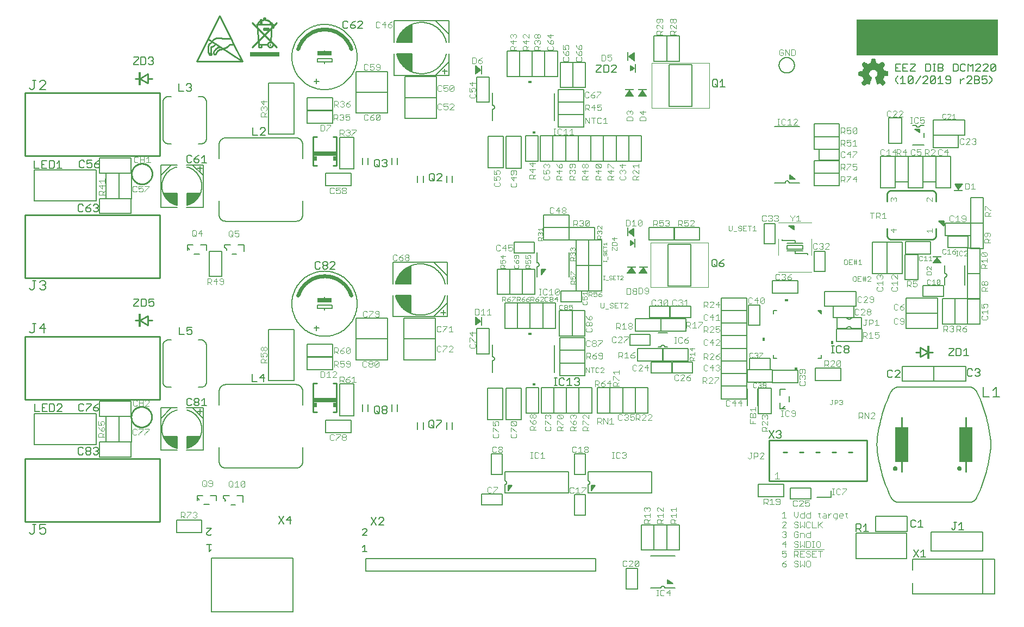
<source format=gto>
G75*
%MOIN*%
%OFA0B0*%
%FSLAX25Y25*%
%IPPOS*%
%LPD*%
%AMOC8*
5,1,8,0,0,1.08239X$1,22.5*
%
%ADD10R,0.01485X0.00015*%
%ADD11R,0.00045X0.00015*%
%ADD12R,0.00105X0.00015*%
%ADD13R,0.00165X0.00015*%
%ADD14R,0.00225X0.00015*%
%ADD15R,0.00285X0.00015*%
%ADD16R,0.00345X0.00015*%
%ADD17R,0.00405X0.00015*%
%ADD18R,0.00435X0.00015*%
%ADD19R,0.00465X0.00015*%
%ADD20R,0.00495X0.00015*%
%ADD21R,0.00540X0.00015*%
%ADD22R,0.00585X0.00015*%
%ADD23R,0.00645X0.00015*%
%ADD24R,0.00150X0.00015*%
%ADD25R,0.00675X0.00015*%
%ADD26R,0.00195X0.00015*%
%ADD27R,0.00705X0.00015*%
%ADD28R,0.00240X0.00015*%
%ADD29R,0.00735X0.00015*%
%ADD30R,0.00270X0.00015*%
%ADD31R,0.00765X0.00015*%
%ADD32R,0.00300X0.00015*%
%ADD33R,0.00810X0.00015*%
%ADD34R,0.00360X0.00015*%
%ADD35R,0.00855X0.00015*%
%ADD36R,0.00435X0.00015*%
%ADD37R,0.00915X0.00015*%
%ADD38R,0.00465X0.00015*%
%ADD39R,0.00945X0.00015*%
%ADD40R,0.00960X0.00015*%
%ADD41R,0.00525X0.00015*%
%ADD42R,0.00990X0.00015*%
%ADD43R,0.00555X0.00015*%
%ADD44R,0.01035X0.00015*%
%ADD45R,0.00600X0.00015*%
%ADD46R,0.01080X0.00015*%
%ADD47R,0.01125X0.00015*%
%ADD48R,0.01170X0.00015*%
%ADD49R,0.00720X0.00015*%
%ADD50R,0.01200X0.00015*%
%ADD51R,0.00750X0.00015*%
%ADD52R,0.01230X0.00015*%
%ADD53R,0.00780X0.00015*%
%ADD54R,0.01260X0.00015*%
%ADD55R,0.00810X0.00015*%
%ADD56R,0.01305X0.00015*%
%ADD57R,0.01365X0.00015*%
%ADD58R,0.00900X0.00015*%
%ADD59R,0.01395X0.00015*%
%ADD60R,0.01440X0.00015*%
%ADD61R,0.01470X0.00015*%
%ADD62R,0.01005X0.00015*%
%ADD63R,0.01500X0.00015*%
%ADD64R,0.01020X0.00015*%
%ADD65R,0.01530X0.00015*%
%ADD66R,0.01065X0.00015*%
%ADD67R,0.01575X0.00015*%
%ADD68R,0.01095X0.00015*%
%ADD69R,0.01635X0.00015*%
%ADD70R,0.01155X0.00015*%
%ADD71R,0.01680X0.00015*%
%ADD72R,0.01200X0.00015*%
%ADD73R,0.01710X0.00015*%
%ADD74R,0.01230X0.00015*%
%ADD75R,0.01725X0.00015*%
%ADD76R,0.01245X0.00015*%
%ADD77R,0.01755X0.00015*%
%ADD78R,0.01275X0.00015*%
%ADD79R,0.01800X0.00015*%
%ADD80R,0.01320X0.00015*%
%ADD81R,0.01860X0.00015*%
%ADD82R,0.01905X0.00015*%
%ADD83R,0.01410X0.00015*%
%ADD84R,0.01935X0.00015*%
%ADD85R,0.01455X0.00015*%
%ADD86R,0.01965X0.00015*%
%ADD87R,0.01485X0.00015*%
%ADD88R,0.01995X0.00015*%
%ADD89R,0.01515X0.00015*%
%ADD90R,0.02040X0.00015*%
%ADD91R,0.01530X0.00015*%
%ADD92R,0.02070X0.00015*%
%ADD93R,0.01575X0.00015*%
%ADD94R,0.02115X0.00015*%
%ADD95R,0.01620X0.00015*%
%ADD96R,0.02160X0.00015*%
%ADD97R,0.01665X0.00015*%
%ADD98R,0.02190X0.00015*%
%ADD99R,0.00075X0.00015*%
%ADD100R,0.01695X0.00015*%
%ADD101R,0.02220X0.00015*%
%ADD102R,0.00105X0.00015*%
%ADD103R,0.02235X0.00015*%
%ADD104R,0.00135X0.00015*%
%ADD105R,0.01755X0.00015*%
%ADD106R,0.02280X0.00015*%
%ADD107R,0.00180X0.00015*%
%ADD108R,0.01785X0.00015*%
%ADD109R,0.02340X0.00015*%
%ADD110R,0.00240X0.00015*%
%ADD111R,0.01830X0.00015*%
%ADD112R,0.02385X0.00015*%
%ADD113R,0.01890X0.00015*%
%ADD114R,0.02415X0.00015*%
%ADD115R,0.00330X0.00015*%
%ADD116R,0.00120X0.00015*%
%ADD117R,0.01920X0.00015*%
%ADD118R,0.02430X0.00015*%
%ADD119R,0.00375X0.00015*%
%ADD120R,0.02460X0.00015*%
%ADD121R,0.00405X0.00015*%
%ADD122R,0.00195X0.00015*%
%ADD123R,0.01965X0.00015*%
%ADD124R,0.02505X0.00015*%
%ADD125R,0.00210X0.00015*%
%ADD126R,0.02010X0.00015*%
%ADD127R,0.02535X0.00015*%
%ADD128R,0.00480X0.00015*%
%ADD129R,0.02580X0.00015*%
%ADD130R,0.00540X0.00015*%
%ADD131R,0.02085X0.00015*%
%ADD132R,0.02625X0.00015*%
%ADD133R,0.02130X0.00015*%
%ADD134R,0.02670X0.00015*%
%ADD135R,0.00630X0.00015*%
%ADD136R,0.02700X0.00015*%
%ADD137R,0.00660X0.00015*%
%ADD138R,0.00450X0.00015*%
%ADD139R,0.02190X0.00015*%
%ADD140R,0.02715X0.00015*%
%ADD141R,0.02205X0.00015*%
%ADD142R,0.02745X0.00015*%
%ADD143R,0.00510X0.00015*%
%ADD144R,0.02235X0.00015*%
%ADD145R,0.02775X0.00015*%
%ADD146R,0.02820X0.00015*%
%ADD147R,0.02310X0.00015*%
%ADD148R,0.02880X0.00015*%
%ADD149R,0.00855X0.00015*%
%ADD150R,0.02355X0.00015*%
%ADD151R,0.02895X0.00015*%
%ADD152R,0.00870X0.00015*%
%ADD153R,0.00660X0.00015*%
%ADD154R,0.02925X0.00015*%
%ADD155R,0.00690X0.00015*%
%ADD156R,0.02970X0.00015*%
%ADD157R,0.03000X0.00015*%
%ADD158R,0.00750X0.00015*%
%ADD159R,0.03045X0.00015*%
%ADD160R,0.01005X0.00015*%
%ADD161R,0.00780X0.00015*%
%ADD162R,0.02505X0.00015*%
%ADD163R,0.03090X0.00015*%
%ADD164R,0.01050X0.00015*%
%ADD165R,0.00825X0.00015*%
%ADD166R,0.02550X0.00015*%
%ADD167R,0.03135X0.00015*%
%ADD168R,0.01095X0.00015*%
%ADD169R,0.00870X0.00015*%
%ADD170R,0.03165X0.00015*%
%ADD171R,0.01125X0.00015*%
%ADD172R,0.02625X0.00015*%
%ADD173R,0.03195X0.00015*%
%ADD174R,0.01140X0.00015*%
%ADD175R,0.00930X0.00015*%
%ADD176R,0.02655X0.00015*%
%ADD177R,0.03210X0.00015*%
%ADD178R,0.00960X0.00015*%
%ADD179R,0.03240X0.00015*%
%ADD180R,0.02700X0.00015*%
%ADD181R,0.03285X0.00015*%
%ADD182R,0.01245X0.00015*%
%ADD183R,0.02745X0.00015*%
%ADD184R,0.03330X0.00015*%
%ADD185R,0.02790X0.00015*%
%ADD186R,0.03360X0.00015*%
%ADD187R,0.01110X0.00015*%
%ADD188R,0.02835X0.00015*%
%ADD189R,0.03390X0.00015*%
%ADD190R,0.01335X0.00015*%
%ADD191R,0.01140X0.00015*%
%ADD192R,0.02865X0.00015*%
%ADD193R,0.03420X0.00015*%
%ADD194R,0.01155X0.00015*%
%ADD195R,0.04905X0.00015*%
%ADD196R,0.04920X0.00015*%
%ADD197R,0.02940X0.00015*%
%ADD198R,0.04950X0.00015*%
%ADD199R,0.02985X0.00015*%
%ADD200R,0.04965X0.00015*%
%ADD201R,0.01275X0.00015*%
%ADD202R,0.03015X0.00015*%
%ADD203R,0.04980X0.00015*%
%ADD204R,0.03045X0.00015*%
%ADD205R,0.05010X0.00015*%
%ADD206R,0.01335X0.00015*%
%ADD207R,0.03075X0.00015*%
%ADD208R,0.01350X0.00015*%
%ADD209R,0.03105X0.00015*%
%ADD210R,0.05040X0.00015*%
%ADD211R,0.01380X0.00015*%
%ADD212R,0.05040X0.00015*%
%ADD213R,0.01410X0.00015*%
%ADD214R,0.03180X0.00015*%
%ADD215R,0.05070X0.00015*%
%ADD216R,0.03225X0.00015*%
%ADD217R,0.03255X0.00015*%
%ADD218R,0.05085X0.00015*%
%ADD219R,0.01515X0.00015*%
%ADD220R,0.03300X0.00015*%
%ADD221R,0.05100X0.00015*%
%ADD222R,0.04935X0.00015*%
%ADD223R,0.05115X0.00015*%
%ADD224R,0.04995X0.00015*%
%ADD225R,0.05130X0.00015*%
%ADD226R,0.05010X0.00015*%
%ADD227R,0.05130X0.00015*%
%ADD228R,0.05010X0.00015*%
%ADD229R,0.05025X0.00015*%
%ADD230R,0.05040X0.00015*%
%ADD231R,0.05055X0.00015*%
%ADD232R,0.05130X0.00015*%
%ADD233R,0.05085X0.00015*%
%ADD234R,0.05115X0.00015*%
%ADD235R,0.05145X0.00015*%
%ADD236R,0.05160X0.00015*%
%ADD237R,0.05130X0.00015*%
%ADD238R,0.05190X0.00015*%
%ADD239R,0.05190X0.00015*%
%ADD240R,0.05205X0.00015*%
%ADD241R,0.05220X0.00015*%
%ADD242R,0.05070X0.00015*%
%ADD243R,0.05085X0.00015*%
%ADD244R,0.05205X0.00015*%
%ADD245R,0.05220X0.00015*%
%ADD246R,0.05055X0.00015*%
%ADD247R,0.05025X0.00015*%
%ADD248R,0.05205X0.00015*%
%ADD249R,0.05025X0.00015*%
%ADD250R,0.05190X0.00015*%
%ADD251R,0.05190X0.00015*%
%ADD252R,0.04995X0.00015*%
%ADD253R,0.05175X0.00015*%
%ADD254R,0.04950X0.00015*%
%ADD255R,0.05145X0.00015*%
%ADD256R,0.05145X0.00015*%
%ADD257R,0.04920X0.00015*%
%ADD258R,0.04905X0.00015*%
%ADD259R,0.04905X0.00015*%
%ADD260R,0.05115X0.00015*%
%ADD261R,0.04890X0.00015*%
%ADD262R,0.04890X0.00015*%
%ADD263R,0.04875X0.00015*%
%ADD264R,0.04845X0.00015*%
%ADD265R,0.04830X0.00015*%
%ADD266R,0.04830X0.00015*%
%ADD267R,0.05070X0.00015*%
%ADD268R,0.04830X0.00015*%
%ADD269R,0.04815X0.00015*%
%ADD270R,0.04800X0.00015*%
%ADD271R,0.04800X0.00015*%
%ADD272R,0.05010X0.00015*%
%ADD273R,0.04785X0.00015*%
%ADD274R,0.04770X0.00015*%
%ADD275R,0.04770X0.00015*%
%ADD276R,0.04755X0.00015*%
%ADD277R,0.04740X0.00015*%
%ADD278R,0.04725X0.00015*%
%ADD279R,0.04725X0.00015*%
%ADD280R,0.04980X0.00015*%
%ADD281R,0.04710X0.00015*%
%ADD282R,0.04725X0.00015*%
%ADD283R,0.04710X0.00015*%
%ADD284R,0.04695X0.00015*%
%ADD285R,0.04680X0.00015*%
%ADD286R,0.04695X0.00015*%
%ADD287R,0.04680X0.00015*%
%ADD288R,0.04905X0.00015*%
%ADD289R,0.04665X0.00015*%
%ADD290R,0.04650X0.00015*%
%ADD291R,0.04635X0.00015*%
%ADD292R,0.04620X0.00015*%
%ADD293R,0.04620X0.00015*%
%ADD294R,0.04890X0.00015*%
%ADD295R,0.04605X0.00015*%
%ADD296R,0.04605X0.00015*%
%ADD297R,0.04590X0.00015*%
%ADD298R,0.04845X0.00015*%
%ADD299R,0.04575X0.00015*%
%ADD300R,0.04590X0.00015*%
%ADD301R,0.04575X0.00015*%
%ADD302R,0.04845X0.00015*%
%ADD303R,0.04560X0.00015*%
%ADD304R,0.04545X0.00015*%
%ADD305R,0.04530X0.00015*%
%ADD306R,0.04515X0.00015*%
%ADD307R,0.04530X0.00015*%
%ADD308R,0.04500X0.00015*%
%ADD309R,0.04515X0.00015*%
%ADD310R,0.04785X0.00015*%
%ADD311R,0.04485X0.00015*%
%ADD312R,0.04755X0.00015*%
%ADD313R,0.04470X0.00015*%
%ADD314R,0.04740X0.00015*%
%ADD315R,0.04485X0.00015*%
%ADD316R,0.04755X0.00015*%
%ADD317R,0.04545X0.00015*%
%ADD318R,0.04695X0.00015*%
%ADD319R,0.04680X0.00015*%
%ADD320R,0.04665X0.00015*%
%ADD321R,0.04725X0.00015*%
%ADD322R,0.04680X0.00015*%
%ADD323R,0.04860X0.00015*%
%ADD324R,0.04740X0.00015*%
%ADD325R,0.04875X0.00015*%
%ADD326R,0.04965X0.00015*%
%ADD327R,0.04860X0.00015*%
%ADD328R,0.04995X0.00015*%
%ADD329R,0.04875X0.00015*%
%ADD330R,0.04980X0.00015*%
%ADD331R,0.05235X0.00015*%
%ADD332R,0.05235X0.00015*%
%ADD333R,0.05250X0.00015*%
%ADD334R,0.05280X0.00015*%
%ADD335R,0.05295X0.00015*%
%ADD336R,0.05325X0.00015*%
%ADD337R,0.05340X0.00015*%
%ADD338R,0.05235X0.00015*%
%ADD339R,0.05355X0.00015*%
%ADD340R,0.05370X0.00015*%
%ADD341R,0.05265X0.00015*%
%ADD342R,0.05370X0.00015*%
%ADD343R,0.05280X0.00015*%
%ADD344R,0.05385X0.00015*%
%ADD345R,0.05295X0.00015*%
%ADD346R,0.05400X0.00015*%
%ADD347R,0.05415X0.00015*%
%ADD348R,0.05310X0.00015*%
%ADD349R,0.05430X0.00015*%
%ADD350R,0.05445X0.00015*%
%ADD351R,0.05460X0.00015*%
%ADD352R,0.05355X0.00015*%
%ADD353R,0.05475X0.00015*%
%ADD354R,0.05505X0.00015*%
%ADD355R,0.05520X0.00015*%
%ADD356R,0.05535X0.00015*%
%ADD357R,0.05550X0.00015*%
%ADD358R,0.05550X0.00015*%
%ADD359R,0.05475X0.00015*%
%ADD360R,0.05490X0.00015*%
%ADD361R,0.05475X0.00015*%
%ADD362R,0.05385X0.00015*%
%ADD363R,0.05370X0.00015*%
%ADD364R,0.05325X0.00015*%
%ADD365R,0.05310X0.00015*%
%ADD366R,0.05265X0.00015*%
%ADD367R,0.05175X0.00015*%
%ADD368R,0.04980X0.00015*%
%ADD369R,0.04965X0.00015*%
%ADD370R,0.04860X0.00015*%
%ADD371R,0.04845X0.00015*%
%ADD372R,0.04815X0.00015*%
%ADD373R,0.04770X0.00015*%
%ADD374R,0.05295X0.00015*%
%ADD375R,0.04635X0.00015*%
%ADD376R,0.05610X0.00015*%
%ADD377R,0.05700X0.00015*%
%ADD378R,0.05760X0.00015*%
%ADD379R,0.05805X0.00015*%
%ADD380R,0.05850X0.00015*%
%ADD381R,0.05895X0.00015*%
%ADD382R,0.06000X0.00015*%
%ADD383R,0.06135X0.00015*%
%ADD384R,0.06225X0.00015*%
%ADD385R,0.06300X0.00015*%
%ADD386R,0.06330X0.00015*%
%ADD387R,0.06375X0.00015*%
%ADD388R,0.06450X0.00015*%
%ADD389R,0.06570X0.00015*%
%ADD390R,0.05565X0.00015*%
%ADD391R,0.06690X0.00015*%
%ADD392R,0.06735X0.00015*%
%ADD393R,0.05790X0.00015*%
%ADD394R,0.06765X0.00015*%
%ADD395R,0.05850X0.00015*%
%ADD396R,0.06780X0.00015*%
%ADD397R,0.05895X0.00015*%
%ADD398R,0.06795X0.00015*%
%ADD399R,0.05955X0.00015*%
%ADD400R,0.06810X0.00015*%
%ADD401R,0.06060X0.00015*%
%ADD402R,0.06195X0.00015*%
%ADD403R,0.06825X0.00015*%
%ADD404R,0.06330X0.00015*%
%ADD405R,0.06840X0.00015*%
%ADD406R,0.06390X0.00015*%
%ADD407R,0.06495X0.00015*%
%ADD408R,0.06840X0.00015*%
%ADD409R,0.06555X0.00015*%
%ADD410R,0.06825X0.00015*%
%ADD411R,0.06645X0.00015*%
%ADD412R,0.06825X0.00015*%
%ADD413R,0.06705X0.00015*%
%ADD414R,0.06705X0.00015*%
%ADD415R,0.06810X0.00015*%
%ADD416R,0.06720X0.00015*%
%ADD417R,0.06795X0.00015*%
%ADD418R,0.06750X0.00015*%
%ADD419R,0.06765X0.00015*%
%ADD420R,0.06795X0.00015*%
%ADD421R,0.06780X0.00015*%
%ADD422R,0.06780X0.00015*%
%ADD423R,0.06750X0.00015*%
%ADD424R,0.06720X0.00015*%
%ADD425R,0.06720X0.00015*%
%ADD426R,0.06705X0.00015*%
%ADD427R,0.06705X0.00015*%
%ADD428R,0.06690X0.00015*%
%ADD429R,0.06675X0.00015*%
%ADD430R,0.06690X0.00015*%
%ADD431R,0.06675X0.00015*%
%ADD432R,0.06675X0.00015*%
%ADD433R,0.06660X0.00015*%
%ADD434R,0.06675X0.00015*%
%ADD435R,0.06660X0.00015*%
%ADD436R,0.06660X0.00015*%
%ADD437R,0.06645X0.00015*%
%ADD438R,0.06630X0.00015*%
%ADD439R,0.06660X0.00015*%
%ADD440R,0.06630X0.00015*%
%ADD441R,0.06645X0.00015*%
%ADD442R,0.06735X0.00015*%
%ADD443R,0.06765X0.00015*%
%ADD444R,0.06780X0.00015*%
%ADD445R,0.06825X0.00015*%
%ADD446R,0.06855X0.00015*%
%ADD447R,0.06855X0.00015*%
%ADD448R,0.06870X0.00015*%
%ADD449R,0.06885X0.00015*%
%ADD450R,0.06525X0.00015*%
%ADD451R,0.06405X0.00015*%
%ADD452R,0.06255X0.00015*%
%ADD453R,0.06165X0.00015*%
%ADD454R,0.06870X0.00015*%
%ADD455R,0.06120X0.00015*%
%ADD456R,0.06885X0.00015*%
%ADD457R,0.06060X0.00015*%
%ADD458R,0.06015X0.00015*%
%ADD459R,0.05910X0.00015*%
%ADD460R,0.05670X0.00015*%
%ADD461R,0.05595X0.00015*%
%ADD462R,0.06585X0.00015*%
%ADD463R,0.05160X0.00015*%
%ADD464R,0.06390X0.00015*%
%ADD465R,0.05025X0.00015*%
%ADD466R,0.06330X0.00015*%
%ADD467R,0.06075X0.00015*%
%ADD468R,0.05820X0.00015*%
%ADD469R,0.05775X0.00015*%
%ADD470R,0.05685X0.00015*%
%ADD471R,0.05460X0.00015*%
%ADD472R,0.04860X0.00015*%
%ADD473R,0.04935X0.00015*%
%ADD474R,0.05160X0.00015*%
%ADD475R,0.05325X0.00015*%
%ADD476R,0.05340X0.00015*%
%ADD477R,0.05355X0.00015*%
%ADD478R,0.05430X0.00015*%
%ADD479R,0.05535X0.00015*%
%ADD480R,0.05595X0.00015*%
%ADD481R,0.05640X0.00015*%
%ADD482R,0.05640X0.00015*%
%ADD483R,0.05670X0.00015*%
%ADD484R,0.05685X0.00015*%
%ADD485R,0.05700X0.00015*%
%ADD486R,0.05715X0.00015*%
%ADD487R,0.05715X0.00015*%
%ADD488R,0.05730X0.00015*%
%ADD489R,0.05745X0.00015*%
%ADD490R,0.05760X0.00015*%
%ADD491R,0.06000X0.00015*%
%ADD492R,0.06105X0.00015*%
%ADD493R,0.06180X0.00015*%
%ADD494R,0.06210X0.00015*%
%ADD495R,0.12690X0.00015*%
%ADD496R,0.12675X0.00015*%
%ADD497R,0.12660X0.00015*%
%ADD498R,0.12660X0.00015*%
%ADD499R,0.12645X0.00015*%
%ADD500R,0.12615X0.00015*%
%ADD501R,0.12600X0.00015*%
%ADD502R,0.12585X0.00015*%
%ADD503R,0.12555X0.00015*%
%ADD504R,0.12540X0.00015*%
%ADD505R,0.12525X0.00015*%
%ADD506R,0.12510X0.00015*%
%ADD507R,0.12510X0.00015*%
%ADD508R,0.12480X0.00015*%
%ADD509R,0.12450X0.00015*%
%ADD510R,0.12435X0.00015*%
%ADD511R,0.12420X0.00015*%
%ADD512R,0.12390X0.00015*%
%ADD513R,0.12375X0.00015*%
%ADD514R,0.12360X0.00015*%
%ADD515R,0.12330X0.00015*%
%ADD516R,0.12300X0.00015*%
%ADD517R,0.12285X0.00015*%
%ADD518R,0.12270X0.00015*%
%ADD519R,0.12255X0.00015*%
%ADD520R,0.12240X0.00015*%
%ADD521R,0.12225X0.00015*%
%ADD522R,0.12195X0.00015*%
%ADD523R,0.12165X0.00015*%
%ADD524R,0.12150X0.00015*%
%ADD525R,0.12135X0.00015*%
%ADD526R,0.12120X0.00015*%
%ADD527R,0.12090X0.00015*%
%ADD528R,0.12075X0.00015*%
%ADD529R,0.12060X0.00015*%
%ADD530R,0.12045X0.00015*%
%ADD531R,0.12015X0.00015*%
%ADD532R,0.12000X0.00015*%
%ADD533R,0.11985X0.00015*%
%ADD534R,0.11955X0.00015*%
%ADD535R,0.11940X0.00015*%
%ADD536R,0.11925X0.00015*%
%ADD537R,0.11910X0.00015*%
%ADD538R,0.11910X0.00015*%
%ADD539R,0.11880X0.00015*%
%ADD540R,0.11850X0.00015*%
%ADD541R,0.11835X0.00015*%
%ADD542R,0.11805X0.00015*%
%ADD543R,0.11775X0.00015*%
%ADD544R,0.11760X0.00015*%
%ADD545R,0.11745X0.00015*%
%ADD546R,0.11730X0.00015*%
%ADD547R,0.11700X0.00015*%
%ADD548R,0.11700X0.00015*%
%ADD549R,0.11685X0.00015*%
%ADD550R,0.11655X0.00015*%
%ADD551R,0.11640X0.00015*%
%ADD552R,0.11625X0.00015*%
%ADD553R,0.11625X0.00015*%
%ADD554R,0.11670X0.00015*%
%ADD555R,0.11715X0.00015*%
%ADD556R,0.11790X0.00015*%
%ADD557R,0.11820X0.00015*%
%ADD558R,0.11820X0.00015*%
%ADD559R,0.11880X0.00015*%
%ADD560R,0.11895X0.00015*%
%ADD561R,0.11970X0.00015*%
%ADD562R,0.12045X0.00015*%
%ADD563R,0.12075X0.00015*%
%ADD564R,0.12105X0.00015*%
%ADD565R,0.12135X0.00015*%
%ADD566R,0.12165X0.00015*%
%ADD567R,0.12180X0.00015*%
%ADD568R,0.12195X0.00015*%
%ADD569R,0.12210X0.00015*%
%ADD570R,0.12225X0.00015*%
%ADD571R,0.12255X0.00015*%
%ADD572R,0.12360X0.00015*%
%ADD573R,0.12390X0.00015*%
%ADD574R,0.12405X0.00015*%
%ADD575R,0.12435X0.00015*%
%ADD576R,0.12480X0.00015*%
%ADD577R,0.12480X0.00015*%
%ADD578R,0.12510X0.00015*%
%ADD579R,0.12570X0.00015*%
%ADD580R,0.12630X0.00015*%
%ADD581R,0.12675X0.00015*%
%ADD582R,0.12705X0.00015*%
%ADD583R,0.12735X0.00015*%
%ADD584R,0.12750X0.00015*%
%ADD585R,0.12780X0.00015*%
%ADD586R,0.12795X0.00015*%
%ADD587R,0.12810X0.00015*%
%ADD588R,0.12840X0.00015*%
%ADD589R,0.12855X0.00015*%
%ADD590R,0.12885X0.00015*%
%ADD591R,0.12900X0.00015*%
%ADD592R,0.12915X0.00015*%
%ADD593R,0.12945X0.00015*%
%ADD594R,0.12960X0.00015*%
%ADD595R,0.12990X0.00015*%
%ADD596R,0.13005X0.00015*%
%ADD597R,0.13020X0.00015*%
%ADD598R,0.13035X0.00015*%
%ADD599R,0.13065X0.00015*%
%ADD600R,0.13080X0.00015*%
%ADD601R,0.13110X0.00015*%
%ADD602R,0.13125X0.00015*%
%ADD603R,0.13155X0.00015*%
%ADD604R,0.13170X0.00015*%
%ADD605R,0.13200X0.00015*%
%ADD606R,0.13230X0.00015*%
%ADD607R,0.13260X0.00015*%
%ADD608R,0.13290X0.00015*%
%ADD609R,0.13320X0.00015*%
%ADD610R,0.13350X0.00015*%
%ADD611R,0.13365X0.00015*%
%ADD612R,0.13395X0.00015*%
%ADD613R,0.13425X0.00015*%
%ADD614R,0.13455X0.00015*%
%ADD615R,0.13470X0.00015*%
%ADD616R,0.13500X0.00015*%
%ADD617R,0.13530X0.00015*%
%ADD618R,0.13560X0.00015*%
%ADD619R,0.13575X0.00015*%
%ADD620R,0.13605X0.00015*%
%ADD621R,0.13635X0.00015*%
%ADD622R,0.13650X0.00015*%
%ADD623R,0.13680X0.00015*%
%ADD624R,0.13695X0.00015*%
%ADD625R,0.13725X0.00015*%
%ADD626R,0.13740X0.00015*%
%ADD627R,0.13770X0.00015*%
%ADD628R,0.13785X0.00015*%
%ADD629R,0.13800X0.00015*%
%ADD630R,0.13830X0.00015*%
%ADD631R,0.13860X0.00015*%
%ADD632R,0.13875X0.00015*%
%ADD633R,0.13905X0.00015*%
%ADD634R,0.13935X0.00015*%
%ADD635R,0.13950X0.00015*%
%ADD636R,0.13980X0.00015*%
%ADD637R,0.14010X0.00015*%
%ADD638R,0.14025X0.00015*%
%ADD639R,0.14055X0.00015*%
%ADD640R,0.14070X0.00015*%
%ADD641R,0.14085X0.00015*%
%ADD642R,0.14115X0.00015*%
%ADD643R,0.14145X0.00015*%
%ADD644R,0.14160X0.00015*%
%ADD645R,0.14190X0.00015*%
%ADD646R,0.14205X0.00015*%
%ADD647R,0.14220X0.00015*%
%ADD648R,0.14235X0.00015*%
%ADD649R,0.14265X0.00015*%
%ADD650R,0.14280X0.00015*%
%ADD651R,0.14295X0.00015*%
%ADD652R,0.14295X0.00015*%
%ADD653R,0.14250X0.00015*%
%ADD654R,0.14205X0.00015*%
%ADD655R,0.14175X0.00015*%
%ADD656R,0.14160X0.00015*%
%ADD657R,0.14130X0.00015*%
%ADD658R,0.14100X0.00015*%
%ADD659R,0.14040X0.00015*%
%ADD660R,0.14010X0.00015*%
%ADD661R,0.03465X0.00015*%
%ADD662R,0.10440X0.00015*%
%ADD663R,0.03420X0.00015*%
%ADD664R,0.10395X0.00015*%
%ADD665R,0.03375X0.00015*%
%ADD666R,0.10335X0.00015*%
%ADD667R,0.03570X0.00015*%
%ADD668R,0.06600X0.00015*%
%ADD669R,0.03525X0.00015*%
%ADD670R,0.03270X0.00015*%
%ADD671R,0.03495X0.00015*%
%ADD672R,0.03210X0.00015*%
%ADD673R,0.06480X0.00015*%
%ADD674R,0.03435X0.00015*%
%ADD675R,0.03165X0.00015*%
%ADD676R,0.03390X0.00015*%
%ADD677R,0.03120X0.00015*%
%ADD678R,0.06315X0.00015*%
%ADD679R,0.03345X0.00015*%
%ADD680R,0.03090X0.00015*%
%ADD681R,0.03075X0.00015*%
%ADD682R,0.06225X0.00015*%
%ADD683R,0.03270X0.00015*%
%ADD684R,0.06180X0.00015*%
%ADD685R,0.02970X0.00015*%
%ADD686R,0.06075X0.00015*%
%ADD687R,0.03195X0.00015*%
%ADD688R,0.02925X0.00015*%
%ADD689R,0.05985X0.00015*%
%ADD690R,0.03135X0.00015*%
%ADD691R,0.02850X0.00015*%
%ADD692R,0.05835X0.00015*%
%ADD693R,0.03030X0.00015*%
%ADD694R,0.02805X0.00015*%
%ADD695R,0.02730X0.00015*%
%ADD696R,0.05625X0.00015*%
%ADD697R,0.02925X0.00015*%
%ADD698R,0.02640X0.00015*%
%ADD699R,0.02595X0.00015*%
%ADD700R,0.02565X0.00015*%
%ADD701R,0.02760X0.00015*%
%ADD702R,0.02520X0.00015*%
%ADD703R,0.02730X0.00015*%
%ADD704R,0.02475X0.00015*%
%ADD705R,0.02685X0.00015*%
%ADD706R,0.02445X0.00015*%
%ADD707R,0.02400X0.00015*%
%ADD708R,0.02370X0.00015*%
%ADD709R,0.02565X0.00015*%
%ADD710R,0.02340X0.00015*%
%ADD711R,0.02325X0.00015*%
%ADD712R,0.02505X0.00015*%
%ADD713R,0.02280X0.00015*%
%ADD714R,0.02460X0.00015*%
%ADD715R,0.04560X0.00015*%
%ADD716R,0.02190X0.00015*%
%ADD717R,0.04440X0.00015*%
%ADD718R,0.02370X0.00015*%
%ADD719R,0.02145X0.00015*%
%ADD720R,0.04365X0.00015*%
%ADD721R,0.04320X0.00015*%
%ADD722R,0.02310X0.00015*%
%ADD723R,0.02100X0.00015*%
%ADD724R,0.04260X0.00015*%
%ADD725R,0.04200X0.00015*%
%ADD726R,0.02265X0.00015*%
%ADD727R,0.02040X0.00015*%
%ADD728R,0.04095X0.00015*%
%ADD729R,0.02220X0.00015*%
%ADD730R,0.03915X0.00015*%
%ADD731R,0.02175X0.00015*%
%ADD732R,0.03765X0.00015*%
%ADD733R,0.03675X0.00015*%
%ADD734R,0.01890X0.00015*%
%ADD735R,0.03615X0.00015*%
%ADD736R,0.02055X0.00015*%
%ADD737R,0.01860X0.00015*%
%ADD738R,0.03555X0.00015*%
%ADD739R,0.01815X0.00015*%
%ADD740R,0.03450X0.00015*%
%ADD741R,0.01725X0.00015*%
%ADD742R,0.03315X0.00015*%
%ADD743R,0.01905X0.00015*%
%ADD744R,0.01680X0.00015*%
%ADD745R,0.01650X0.00015*%
%ADD746R,0.01620X0.00015*%
%ADD747R,0.01590X0.00015*%
%ADD748R,0.01770X0.00015*%
%ADD749R,0.01560X0.00015*%
%ADD750R,0.03240X0.00015*%
%ADD751R,0.01740X0.00015*%
%ADD752R,0.01665X0.00015*%
%ADD753R,0.01455X0.00015*%
%ADD754R,0.01635X0.00015*%
%ADD755R,0.01410X0.00015*%
%ADD756R,0.01395X0.00015*%
%ADD757R,0.01365X0.00015*%
%ADD758R,0.01335X0.00015*%
%ADD759R,0.01290X0.00015*%
%ADD760R,0.03210X0.00015*%
%ADD761R,0.01455X0.00015*%
%ADD762R,0.01185X0.00015*%
%ADD763R,0.01290X0.00015*%
%ADD764R,0.01110X0.00015*%
%ADD765R,0.01260X0.00015*%
%ADD766R,0.03180X0.00015*%
%ADD767R,0.00975X0.00015*%
%ADD768R,0.03150X0.00015*%
%ADD769R,0.00885X0.00015*%
%ADD770R,0.03150X0.00015*%
%ADD771R,0.01050X0.00015*%
%ADD772R,0.00795X0.00015*%
%ADD773R,0.00885X0.00015*%
%ADD774R,0.00690X0.00015*%
%ADD775R,0.00840X0.00015*%
%ADD776R,0.00570X0.00015*%
%ADD777R,0.00525X0.00015*%
%ADD778R,0.03105X0.00015*%
%ADD779R,0.00660X0.00015*%
%ADD780R,0.00615X0.00015*%
%ADD781R,0.00420X0.00015*%
%ADD782R,0.00555X0.00015*%
%ADD783R,0.00390X0.00015*%
%ADD784R,0.00525X0.00015*%
%ADD785R,0.00360X0.00015*%
%ADD786R,0.00495X0.00015*%
%ADD787R,0.03075X0.00015*%
%ADD788R,0.00450X0.00015*%
%ADD789R,0.00225X0.00015*%
%ADD790R,0.00345X0.00015*%
%ADD791R,0.00255X0.00015*%
%ADD792R,0.03060X0.00015*%
%ADD793R,0.00180X0.00015*%
%ADD794R,0.00075X0.00015*%
%ADD795R,0.03000X0.00015*%
%ADD796R,0.02955X0.00015*%
%ADD797R,0.02940X0.00015*%
%ADD798R,0.02940X0.00015*%
%ADD799R,0.02910X0.00015*%
%ADD800R,0.02910X0.00015*%
%ADD801R,0.02865X0.00015*%
%ADD802R,0.02805X0.00015*%
%ADD803R,0.02775X0.00015*%
%ADD804R,0.02760X0.00015*%
%ADD805R,0.02655X0.00015*%
%ADD806R,0.02640X0.00015*%
%ADD807R,0.02610X0.00015*%
%ADD808R,0.02595X0.00015*%
%ADD809R,0.02535X0.00015*%
%ADD810R,0.02475X0.00015*%
%ADD811R,0.02175X0.00015*%
%ADD812R,0.01575X0.00015*%
%ADD813C,0.00500*%
%ADD814R,0.87000X0.22250*%
%ADD815C,0.00400*%
%ADD816C,0.00800*%
%ADD817C,0.00600*%
%ADD818C,0.01000*%
%ADD819R,0.18000X0.03000*%
%ADD820C,0.00300*%
%ADD821R,0.07874X0.21654*%
%ADD822C,0.01378*%
%ADD823C,0.00700*%
%ADD824C,0.00100*%
%ADD825R,0.01969X0.02953*%
%ADD826R,0.14000X0.03000*%
%ADD827R,0.01181X0.08268*%
%ADD828C,0.00200*%
%ADD829R,0.05512X0.00787*%
%ADD830R,0.09000X0.02500*%
%ADD831C,0.02400*%
%ADD832C,0.00394*%
%ADD833C,0.00787*%
%ADD834R,0.00787X0.05512*%
D10*
X0704827Y0359475D03*
D11*
X0701937Y0353765D03*
X0710142Y0354635D03*
X0713322Y0353930D03*
D12*
X0701937Y0353780D03*
D13*
X0701937Y0353795D03*
D14*
X0701937Y0353810D03*
D15*
X0701937Y0353825D03*
X0702027Y0368210D03*
D16*
X0701937Y0353840D03*
X0710187Y0354725D03*
D17*
X0710202Y0354740D03*
X0701937Y0353855D03*
D18*
X0701937Y0353870D03*
D19*
X0701937Y0353885D03*
D20*
X0701937Y0353900D03*
X0713322Y0354065D03*
D21*
X0701944Y0353915D03*
D22*
X0701952Y0353930D03*
X0704967Y0354740D03*
X0710277Y0354830D03*
D23*
X0710292Y0354845D03*
X0713307Y0354125D03*
X0701952Y0353945D03*
D24*
X0710134Y0354665D03*
X0713329Y0353945D03*
D25*
X0713307Y0354140D03*
X0704937Y0354785D03*
X0701952Y0353960D03*
D26*
X0713322Y0353960D03*
D27*
X0710322Y0354890D03*
X0704922Y0354800D03*
X0701952Y0353975D03*
D28*
X0713329Y0353975D03*
D29*
X0701952Y0353990D03*
D30*
X0710164Y0354710D03*
X0713329Y0353990D03*
D31*
X0704907Y0354815D03*
X0701952Y0354005D03*
D32*
X0705064Y0354635D03*
X0713329Y0354005D03*
X0712954Y0368255D03*
D33*
X0701959Y0354020D03*
D34*
X0713329Y0354020D03*
D35*
X0713292Y0354215D03*
X0701967Y0354035D03*
D36*
X0705027Y0354695D03*
X0710217Y0354755D03*
X0713322Y0354035D03*
D37*
X0710382Y0354965D03*
X0704847Y0354890D03*
X0701967Y0354050D03*
X0702057Y0367955D03*
D38*
X0702042Y0368135D03*
X0713322Y0354050D03*
D39*
X0713292Y0354245D03*
X0704832Y0354905D03*
X0701967Y0354065D03*
X0707352Y0370130D03*
X0712932Y0368015D03*
D40*
X0701974Y0354080D03*
D41*
X0713322Y0354080D03*
D42*
X0713284Y0354260D03*
X0710404Y0355010D03*
X0701974Y0354095D03*
X0712924Y0368000D03*
D43*
X0713322Y0354095D03*
D44*
X0701982Y0354110D03*
D45*
X0713314Y0354110D03*
X0702049Y0368090D03*
D46*
X0712924Y0367955D03*
X0710434Y0355040D03*
X0701974Y0354125D03*
D47*
X0701982Y0354140D03*
D48*
X0701989Y0354155D03*
X0704764Y0354995D03*
X0710464Y0355100D03*
X0712909Y0367925D03*
D49*
X0712939Y0368105D03*
X0713299Y0354155D03*
D50*
X0701989Y0354170D03*
D51*
X0713299Y0354170D03*
D52*
X0701989Y0354185D03*
X0702079Y0367835D03*
X0712909Y0367910D03*
D53*
X0712939Y0368075D03*
X0713299Y0354185D03*
D54*
X0701989Y0354200D03*
D55*
X0704884Y0354830D03*
X0713299Y0354200D03*
X0712939Y0368060D03*
D56*
X0710517Y0355160D03*
X0701997Y0354215D03*
D57*
X0701997Y0354230D03*
X0704697Y0355085D03*
X0713262Y0354425D03*
D58*
X0713285Y0354230D03*
X0704854Y0354875D03*
D59*
X0701997Y0354245D03*
D60*
X0702004Y0354260D03*
D61*
X0702004Y0354275D03*
X0710554Y0355250D03*
D62*
X0713277Y0354275D03*
D63*
X0702004Y0354290D03*
X0702094Y0367730D03*
X0712894Y0367805D03*
D64*
X0712924Y0367985D03*
X0702064Y0367925D03*
X0713284Y0354290D03*
D65*
X0702004Y0354305D03*
D66*
X0713277Y0354305D03*
D67*
X0702012Y0354320D03*
D68*
X0713277Y0354320D03*
D69*
X0702012Y0354335D03*
D70*
X0713277Y0354335D03*
D71*
X0702019Y0354350D03*
D72*
X0704764Y0355010D03*
X0710479Y0355115D03*
X0713270Y0354350D03*
D73*
X0702019Y0354365D03*
D74*
X0713269Y0354365D03*
D75*
X0713232Y0354575D03*
X0702027Y0354380D03*
D76*
X0713262Y0354380D03*
D77*
X0702027Y0354395D03*
D78*
X0704727Y0355040D03*
X0713262Y0354395D03*
D79*
X0702020Y0354410D03*
X0712879Y0367685D03*
D80*
X0712910Y0367865D03*
X0713254Y0354410D03*
X0704719Y0355055D03*
D81*
X0702034Y0354425D03*
D82*
X0702042Y0354440D03*
X0702117Y0367565D03*
D83*
X0713254Y0354440D03*
D84*
X0713217Y0354665D03*
X0702042Y0354455D03*
X0702117Y0367550D03*
X0707532Y0370100D03*
D85*
X0710547Y0355235D03*
X0713247Y0354455D03*
D86*
X0702042Y0354470D03*
D87*
X0713247Y0354470D03*
D88*
X0702042Y0354485D03*
X0702117Y0367535D03*
D89*
X0713247Y0354485D03*
D90*
X0713209Y0354710D03*
X0702049Y0354500D03*
X0712864Y0367595D03*
D91*
X0712894Y0367790D03*
X0713239Y0354500D03*
D92*
X0702049Y0354515D03*
X0702124Y0367505D03*
D93*
X0713247Y0354515D03*
D94*
X0702057Y0354530D03*
D95*
X0713239Y0354530D03*
D96*
X0713194Y0354755D03*
X0702064Y0354545D03*
D97*
X0713232Y0354545D03*
D98*
X0702064Y0354560D03*
D99*
X0705117Y0354560D03*
D100*
X0713232Y0354560D03*
D101*
X0702064Y0354575D03*
D102*
X0705117Y0354575D03*
D103*
X0702072Y0354590D03*
X0702132Y0367430D03*
X0707547Y0370055D03*
D104*
X0705117Y0354590D03*
D105*
X0713232Y0354590D03*
D106*
X0713179Y0354815D03*
X0702079Y0354605D03*
D107*
X0705094Y0354605D03*
D108*
X0713232Y0354605D03*
X0702102Y0367625D03*
D109*
X0702079Y0354620D03*
D110*
X0705079Y0354620D03*
D111*
X0713224Y0354620D03*
X0712879Y0367670D03*
D112*
X0713172Y0354860D03*
X0702087Y0354635D03*
D113*
X0713224Y0354635D03*
D114*
X0713172Y0354875D03*
X0702087Y0354650D03*
X0712827Y0367430D03*
D115*
X0702035Y0368195D03*
X0705049Y0354650D03*
D116*
X0710134Y0354650D03*
X0702034Y0368240D03*
D117*
X0713224Y0354650D03*
D118*
X0713164Y0354890D03*
X0702094Y0354665D03*
X0707539Y0369980D03*
D119*
X0705042Y0354665D03*
D120*
X0702094Y0354680D03*
X0713164Y0354905D03*
D121*
X0705042Y0354680D03*
D122*
X0710142Y0354680D03*
D123*
X0713217Y0354680D03*
X0712872Y0367625D03*
D124*
X0702102Y0354695D03*
D125*
X0710149Y0354695D03*
D126*
X0713209Y0354695D03*
X0712864Y0367610D03*
D127*
X0712812Y0367385D03*
X0707532Y0369725D03*
X0707532Y0369740D03*
X0707532Y0369755D03*
X0707532Y0369785D03*
X0702102Y0354710D03*
D128*
X0705019Y0354710D03*
X0710224Y0354785D03*
X0712954Y0368195D03*
D129*
X0712804Y0367355D03*
X0707539Y0369650D03*
X0713149Y0354950D03*
X0702110Y0354725D03*
D130*
X0704989Y0354725D03*
X0710254Y0354815D03*
D131*
X0713202Y0354725D03*
X0712857Y0367565D03*
D132*
X0702117Y0354740D03*
D133*
X0713194Y0354740D03*
X0712849Y0367550D03*
X0702124Y0367475D03*
D134*
X0702185Y0367235D03*
X0707524Y0369440D03*
X0707524Y0369455D03*
X0713135Y0354995D03*
X0702124Y0354755D03*
D135*
X0704959Y0354755D03*
X0702049Y0368075D03*
D136*
X0707524Y0369320D03*
X0702124Y0354770D03*
D137*
X0704944Y0354770D03*
D138*
X0710224Y0354770D03*
D139*
X0713194Y0354770D03*
D140*
X0702132Y0354785D03*
X0707532Y0369215D03*
X0707532Y0369230D03*
X0707532Y0369245D03*
X0707532Y0369260D03*
X0707532Y0369275D03*
D141*
X0713187Y0354785D03*
D142*
X0702132Y0354800D03*
X0707532Y0369140D03*
D143*
X0710239Y0354800D03*
D144*
X0713187Y0354800D03*
D145*
X0702132Y0354815D03*
X0702192Y0367205D03*
X0712782Y0367280D03*
D146*
X0707524Y0368975D03*
X0707524Y0368990D03*
X0702199Y0367175D03*
X0702139Y0354830D03*
D147*
X0713179Y0354830D03*
D148*
X0713119Y0355085D03*
X0702139Y0354845D03*
X0702199Y0367145D03*
X0707524Y0368765D03*
X0707524Y0368780D03*
X0707524Y0368795D03*
X0707524Y0368810D03*
X0707524Y0368825D03*
X0707524Y0368840D03*
X0707524Y0368855D03*
X0712774Y0367235D03*
D149*
X0704862Y0354845D03*
D150*
X0713172Y0354845D03*
D151*
X0713112Y0355100D03*
X0702147Y0354860D03*
D152*
X0704854Y0354860D03*
D153*
X0710299Y0354860D03*
X0702049Y0368060D03*
D154*
X0702147Y0354875D03*
D155*
X0710314Y0354875D03*
D156*
X0702154Y0354890D03*
D157*
X0702154Y0354905D03*
X0707509Y0368405D03*
X0707509Y0368435D03*
X0707509Y0368450D03*
X0712759Y0367190D03*
D158*
X0712939Y0368090D03*
X0702049Y0368030D03*
X0710329Y0354905D03*
D159*
X0702162Y0354920D03*
D160*
X0704817Y0354920D03*
D161*
X0710344Y0354920D03*
D162*
X0713157Y0354920D03*
D163*
X0702169Y0354935D03*
X0707524Y0368165D03*
X0707524Y0368180D03*
X0707524Y0368195D03*
D164*
X0702064Y0367910D03*
X0704795Y0354935D03*
X0710419Y0355025D03*
D165*
X0710367Y0354935D03*
X0702057Y0368000D03*
D166*
X0707539Y0369710D03*
X0713149Y0354935D03*
D167*
X0713082Y0355205D03*
X0702177Y0354950D03*
X0707517Y0368000D03*
X0707517Y0368015D03*
X0707517Y0368030D03*
X0707517Y0368045D03*
X0707517Y0368060D03*
D168*
X0704787Y0354950D03*
D169*
X0710374Y0354950D03*
X0702049Y0367985D03*
D170*
X0707502Y0367940D03*
X0707502Y0367925D03*
X0702177Y0354965D03*
D171*
X0704787Y0354965D03*
X0702072Y0367880D03*
X0712917Y0367940D03*
D172*
X0712797Y0367340D03*
X0707532Y0369545D03*
X0707532Y0369560D03*
X0707532Y0369575D03*
X0702177Y0367265D03*
X0713142Y0354965D03*
D173*
X0702177Y0354980D03*
D174*
X0704779Y0354980D03*
D175*
X0710389Y0354980D03*
D176*
X0713142Y0354980D03*
X0707532Y0369485D03*
X0707532Y0369500D03*
X0707532Y0369515D03*
D177*
X0702184Y0354995D03*
D178*
X0710389Y0354995D03*
D179*
X0702184Y0355010D03*
D180*
X0713135Y0355010D03*
X0707524Y0369290D03*
X0707524Y0369305D03*
X0707524Y0369335D03*
X0707524Y0369350D03*
D181*
X0707517Y0367655D03*
X0702192Y0355025D03*
D182*
X0704742Y0355025D03*
X0710487Y0355130D03*
D183*
X0713127Y0355025D03*
D184*
X0702199Y0355040D03*
X0702244Y0366950D03*
D185*
X0707524Y0369035D03*
X0707524Y0369050D03*
X0713119Y0355040D03*
D186*
X0702199Y0355055D03*
X0707524Y0367625D03*
D187*
X0710449Y0355055D03*
D188*
X0713112Y0355055D03*
X0712782Y0367250D03*
X0707517Y0368945D03*
X0707517Y0368960D03*
D189*
X0702199Y0355070D03*
D190*
X0704712Y0355070D03*
D191*
X0710449Y0355070D03*
D192*
X0713112Y0355070D03*
X0707517Y0368870D03*
D193*
X0702199Y0355085D03*
D194*
X0710457Y0355085D03*
X0702072Y0367865D03*
D195*
X0703107Y0359495D03*
X0703347Y0359225D03*
X0703317Y0356150D03*
X0702927Y0355100D03*
X0711642Y0356840D03*
X0711657Y0356810D03*
X0712257Y0355280D03*
D196*
X0711739Y0356660D03*
X0711724Y0356690D03*
X0711724Y0356705D03*
X0711710Y0356735D03*
X0711664Y0359165D03*
X0711649Y0362930D03*
X0711634Y0362945D03*
X0711619Y0362960D03*
X0703099Y0362600D03*
X0703354Y0359210D03*
X0703369Y0359195D03*
X0703264Y0356075D03*
X0703249Y0356045D03*
X0703234Y0356015D03*
X0702919Y0355115D03*
D197*
X0713104Y0355115D03*
D198*
X0712264Y0355310D03*
X0711754Y0356630D03*
X0711229Y0358025D03*
X0711604Y0362990D03*
X0703445Y0362975D03*
X0703384Y0359165D03*
X0703399Y0359150D03*
X0703895Y0357860D03*
X0703895Y0357845D03*
X0703219Y0355985D03*
X0702919Y0355130D03*
D199*
X0713097Y0355130D03*
X0707517Y0368465D03*
D200*
X0703467Y0363005D03*
X0703452Y0362990D03*
X0703062Y0359510D03*
X0703197Y0355955D03*
X0703197Y0355940D03*
X0702912Y0355145D03*
X0711222Y0358040D03*
X0711762Y0356615D03*
X0711777Y0356600D03*
X0712272Y0355325D03*
X0711582Y0363005D03*
D201*
X0710502Y0355145D03*
D202*
X0713082Y0355145D03*
X0702222Y0367100D03*
D203*
X0703069Y0362585D03*
X0703414Y0359135D03*
X0703189Y0355925D03*
X0703174Y0355895D03*
X0702904Y0355160D03*
X0711784Y0356585D03*
X0711799Y0356555D03*
X0711799Y0356540D03*
X0711814Y0356525D03*
D204*
X0713082Y0355160D03*
X0712752Y0367160D03*
X0707517Y0368315D03*
X0707517Y0368330D03*
X0707517Y0368345D03*
X0702222Y0367085D03*
D205*
X0703489Y0363050D03*
X0711589Y0359075D03*
X0711889Y0356390D03*
X0702904Y0355190D03*
X0702904Y0355175D03*
D206*
X0710517Y0355175D03*
D207*
X0713082Y0355175D03*
D208*
X0710524Y0355190D03*
X0712910Y0367850D03*
D209*
X0707517Y0368075D03*
X0707517Y0368090D03*
X0707517Y0368105D03*
X0707517Y0368135D03*
X0707517Y0368150D03*
X0713082Y0355190D03*
D210*
X0711919Y0356330D03*
X0711904Y0356345D03*
X0703084Y0355745D03*
X0703084Y0355730D03*
X0703069Y0355715D03*
X0702904Y0355205D03*
X0703504Y0363065D03*
X0703519Y0363080D03*
D211*
X0710524Y0355205D03*
D212*
X0702904Y0355220D03*
D213*
X0710539Y0355220D03*
D214*
X0713074Y0355220D03*
D215*
X0703054Y0355685D03*
X0702904Y0355250D03*
X0702904Y0355235D03*
D216*
X0713067Y0355235D03*
X0712737Y0367100D03*
X0707502Y0367760D03*
X0707502Y0367775D03*
X0707502Y0367790D03*
X0707502Y0367805D03*
D217*
X0707502Y0367700D03*
X0702237Y0366995D03*
X0713052Y0355250D03*
D218*
X0702912Y0355265D03*
X0703512Y0359015D03*
D219*
X0710562Y0355265D03*
D220*
X0713044Y0355265D03*
X0712729Y0367055D03*
X0702244Y0366965D03*
D221*
X0711470Y0363140D03*
X0711529Y0358985D03*
X0711229Y0358205D03*
X0711229Y0358190D03*
X0711229Y0358175D03*
X0711229Y0358160D03*
X0712024Y0356150D03*
X0712024Y0356135D03*
X0712039Y0356105D03*
X0703879Y0358055D03*
X0703520Y0359000D03*
X0703024Y0355625D03*
X0703024Y0355610D03*
X0703009Y0355595D03*
X0703009Y0355580D03*
X0702904Y0355295D03*
X0702904Y0355280D03*
D222*
X0703227Y0356000D03*
X0703242Y0356030D03*
X0703257Y0356060D03*
X0703377Y0359180D03*
X0711222Y0358010D03*
X0711642Y0359135D03*
X0711657Y0359150D03*
X0711732Y0356675D03*
X0711747Y0356645D03*
X0712257Y0355295D03*
X0711717Y0362885D03*
X0711612Y0362975D03*
X0707517Y0367355D03*
D223*
X0702912Y0355340D03*
X0702912Y0355325D03*
X0702912Y0355310D03*
D224*
X0703887Y0357905D03*
X0703887Y0357935D03*
X0711822Y0356510D03*
X0711837Y0356495D03*
X0711852Y0356480D03*
X0711852Y0356465D03*
X0712272Y0355340D03*
D225*
X0712069Y0356045D03*
X0712054Y0356060D03*
X0702919Y0355415D03*
X0702919Y0355400D03*
X0702919Y0355385D03*
X0702919Y0355355D03*
X0711454Y0363155D03*
D226*
X0703444Y0359105D03*
X0703879Y0357965D03*
X0703879Y0357950D03*
X0703159Y0355850D03*
X0703144Y0355835D03*
X0711859Y0356450D03*
X0712279Y0355355D03*
D227*
X0702919Y0355370D03*
D228*
X0711229Y0358070D03*
X0712279Y0355370D03*
D229*
X0712287Y0355385D03*
X0703887Y0357980D03*
X0703467Y0359060D03*
X0703467Y0359075D03*
X0703452Y0359090D03*
X0703122Y0355805D03*
X0711537Y0363065D03*
X0711552Y0363050D03*
X0707517Y0367340D03*
D230*
X0711529Y0363080D03*
X0711574Y0359045D03*
X0711559Y0359030D03*
X0711229Y0358100D03*
X0711229Y0358085D03*
X0712279Y0355400D03*
X0703879Y0357995D03*
X0703879Y0358010D03*
X0703114Y0355790D03*
X0703099Y0355775D03*
D231*
X0703482Y0359045D03*
X0711942Y0356285D03*
X0711957Y0356255D03*
X0711972Y0356240D03*
X0712287Y0355415D03*
X0711822Y0362840D03*
X0711522Y0363095D03*
X0711507Y0363110D03*
D232*
X0711229Y0358250D03*
X0711229Y0358235D03*
X0703879Y0358085D03*
X0703549Y0358955D03*
X0702979Y0355535D03*
X0702949Y0355490D03*
X0702935Y0355460D03*
X0702935Y0355445D03*
X0702935Y0355430D03*
X0703579Y0363140D03*
D233*
X0703557Y0363125D03*
X0702987Y0362555D03*
X0711492Y0363125D03*
X0712227Y0359735D03*
X0711537Y0359000D03*
X0712002Y0356195D03*
X0712002Y0356180D03*
X0712017Y0356165D03*
X0712302Y0355430D03*
X0703032Y0355640D03*
D234*
X0703002Y0355565D03*
X0702987Y0355550D03*
X0703527Y0358985D03*
X0711507Y0358955D03*
X0712047Y0356090D03*
X0712047Y0356075D03*
X0712302Y0355460D03*
X0712302Y0355445D03*
D235*
X0712302Y0355475D03*
X0712137Y0355940D03*
X0712122Y0355955D03*
X0712107Y0355985D03*
X0712092Y0356015D03*
X0711237Y0358265D03*
X0711492Y0358940D03*
X0711432Y0363185D03*
X0711417Y0363200D03*
X0707517Y0367325D03*
X0703602Y0363155D03*
X0703557Y0358940D03*
X0702957Y0355505D03*
X0702942Y0355475D03*
D236*
X0703879Y0358100D03*
X0703879Y0358115D03*
X0703624Y0363185D03*
X0711229Y0358280D03*
X0712099Y0356000D03*
X0712144Y0355925D03*
X0712294Y0355505D03*
X0712294Y0355490D03*
D237*
X0703879Y0358070D03*
X0703535Y0358970D03*
X0702964Y0355520D03*
X0711439Y0363170D03*
D238*
X0712294Y0355520D03*
D239*
X0712294Y0355535D03*
X0712294Y0355550D03*
X0703879Y0358145D03*
X0703879Y0358160D03*
X0703579Y0358925D03*
D240*
X0703872Y0358190D03*
X0703872Y0358175D03*
X0711237Y0358310D03*
X0712287Y0359750D03*
X0712287Y0355610D03*
X0712287Y0355595D03*
X0712287Y0355580D03*
X0712287Y0355565D03*
D241*
X0712279Y0355625D03*
X0712279Y0355640D03*
X0712279Y0355655D03*
X0711229Y0358325D03*
X0711379Y0363230D03*
X0703594Y0358910D03*
X0703879Y0358205D03*
D242*
X0703879Y0358040D03*
X0703879Y0358025D03*
X0702994Y0359525D03*
X0703535Y0363110D03*
X0711544Y0359015D03*
X0711229Y0358145D03*
X0711229Y0358130D03*
X0711229Y0358115D03*
X0711935Y0356300D03*
X0711979Y0356225D03*
X0711994Y0356210D03*
X0703039Y0355655D03*
D243*
X0703047Y0355670D03*
D244*
X0712272Y0355670D03*
D245*
X0712264Y0355685D03*
X0712264Y0355700D03*
X0712249Y0355715D03*
X0712249Y0355730D03*
X0712234Y0355745D03*
X0712219Y0355760D03*
X0712204Y0355790D03*
X0711439Y0358895D03*
X0711454Y0358910D03*
X0703669Y0363230D03*
D246*
X0703527Y0363095D03*
X0703497Y0359030D03*
X0703062Y0355700D03*
X0711927Y0356315D03*
D247*
X0711897Y0356360D03*
X0711897Y0356375D03*
X0711882Y0356405D03*
X0711582Y0359060D03*
X0703092Y0355760D03*
D248*
X0712182Y0355835D03*
X0712197Y0355805D03*
X0712212Y0355775D03*
D249*
X0703137Y0355820D03*
D250*
X0712189Y0355820D03*
D251*
X0712174Y0355850D03*
X0712174Y0355865D03*
X0702919Y0359540D03*
X0703654Y0363215D03*
X0711904Y0362825D03*
D252*
X0711777Y0362855D03*
X0711567Y0363035D03*
X0711612Y0359105D03*
X0711597Y0359090D03*
X0711867Y0356435D03*
X0703182Y0355910D03*
X0703167Y0355880D03*
X0703167Y0355865D03*
X0703482Y0363035D03*
D253*
X0703872Y0358130D03*
X0711237Y0358295D03*
X0712152Y0355910D03*
X0712167Y0355895D03*
X0712167Y0355880D03*
X0711402Y0363215D03*
D254*
X0711739Y0362870D03*
X0712145Y0359720D03*
X0703219Y0355970D03*
D255*
X0712122Y0355970D03*
D256*
X0712077Y0356030D03*
D257*
X0711229Y0357980D03*
X0711229Y0357995D03*
X0711679Y0359180D03*
X0703894Y0357830D03*
X0703279Y0356090D03*
X0703429Y0362945D03*
D258*
X0703422Y0362930D03*
X0703902Y0357815D03*
X0703287Y0356105D03*
X0711222Y0357950D03*
X0711222Y0357965D03*
X0711672Y0356795D03*
X0711672Y0356780D03*
X0711687Y0356765D03*
X0711702Y0356750D03*
X0711687Y0359195D03*
X0711702Y0359210D03*
X0711687Y0362900D03*
X0711672Y0362915D03*
D259*
X0703302Y0356120D03*
D260*
X0711237Y0358220D03*
X0711522Y0358970D03*
X0712032Y0356120D03*
D261*
X0711229Y0357935D03*
X0711709Y0359225D03*
X0703309Y0356135D03*
D262*
X0703324Y0356165D03*
X0703324Y0356180D03*
X0703339Y0356210D03*
X0703339Y0359240D03*
X0703399Y0362915D03*
X0711619Y0356885D03*
X0711634Y0356855D03*
X0711649Y0356825D03*
D263*
X0711612Y0356900D03*
X0711612Y0356915D03*
X0703347Y0356225D03*
X0703332Y0356195D03*
X0703332Y0359255D03*
X0703392Y0362900D03*
D264*
X0703362Y0362855D03*
X0703362Y0356240D03*
X0711597Y0356930D03*
D265*
X0711754Y0359285D03*
X0703369Y0356255D03*
X0703354Y0362840D03*
D266*
X0703369Y0356270D03*
D267*
X0711949Y0356270D03*
D268*
X0711589Y0356945D03*
X0711574Y0356975D03*
X0711559Y0357005D03*
X0711544Y0357035D03*
X0711529Y0357050D03*
X0711214Y0357875D03*
X0712085Y0359705D03*
X0703894Y0357740D03*
X0703894Y0357725D03*
X0703399Y0356330D03*
X0703385Y0356300D03*
X0703385Y0356285D03*
X0703294Y0359315D03*
X0703159Y0359465D03*
X0703339Y0362825D03*
X0707524Y0367385D03*
D269*
X0703287Y0359330D03*
X0703437Y0356375D03*
X0703422Y0356360D03*
X0703407Y0356345D03*
X0703392Y0356315D03*
X0711207Y0357845D03*
X0711207Y0357860D03*
X0711492Y0357110D03*
X0711507Y0357095D03*
X0711507Y0357080D03*
X0711522Y0357065D03*
D270*
X0711485Y0357125D03*
X0711485Y0357140D03*
X0711770Y0359315D03*
X0711770Y0359330D03*
X0703894Y0357710D03*
X0703894Y0357695D03*
X0703474Y0356450D03*
X0703459Y0356405D03*
X0703444Y0356390D03*
X0703279Y0359345D03*
X0703264Y0359375D03*
X0703189Y0359450D03*
X0703309Y0362795D03*
X0703324Y0362810D03*
D271*
X0703459Y0356420D03*
X0711470Y0357170D03*
D272*
X0711874Y0356420D03*
D273*
X0711477Y0357155D03*
X0711207Y0357830D03*
X0711777Y0359345D03*
X0711792Y0359360D03*
X0711792Y0359375D03*
X0703902Y0357680D03*
X0703482Y0356480D03*
X0703482Y0356465D03*
X0703467Y0356435D03*
X0703272Y0359360D03*
X0703257Y0359390D03*
X0703287Y0362750D03*
X0703302Y0362765D03*
X0703302Y0362780D03*
D274*
X0703279Y0362735D03*
X0703249Y0359405D03*
X0703909Y0357665D03*
X0703489Y0356495D03*
X0711214Y0357815D03*
X0711799Y0359390D03*
X0707524Y0367400D03*
D275*
X0711454Y0357215D03*
X0703504Y0356510D03*
D276*
X0703512Y0356525D03*
X0712047Y0359690D03*
X0703212Y0362630D03*
D277*
X0703519Y0356540D03*
D278*
X0703527Y0356555D03*
X0703542Y0356585D03*
X0711342Y0357380D03*
X0711342Y0357395D03*
X0703242Y0362660D03*
X0703227Y0362645D03*
D279*
X0703542Y0356570D03*
D280*
X0711784Y0356570D03*
X0711574Y0363020D03*
X0703474Y0363020D03*
D281*
X0703924Y0357605D03*
X0703549Y0356600D03*
X0711319Y0357455D03*
X0711334Y0357425D03*
X0711334Y0357410D03*
D282*
X0711357Y0357365D03*
X0711822Y0359435D03*
X0703557Y0356615D03*
D283*
X0703564Y0356630D03*
X0703579Y0356645D03*
X0711214Y0357740D03*
X0711214Y0357755D03*
X0711829Y0359450D03*
X0711844Y0359465D03*
X0711844Y0359480D03*
X0712009Y0359675D03*
D284*
X0711852Y0359495D03*
X0703602Y0356675D03*
X0703587Y0356660D03*
D285*
X0703610Y0356690D03*
X0703624Y0356735D03*
X0703639Y0356750D03*
X0703924Y0357545D03*
X0703924Y0357560D03*
X0703924Y0357575D03*
X0711214Y0357665D03*
X0711214Y0357695D03*
X0711214Y0357710D03*
X0711274Y0357530D03*
X0711304Y0357485D03*
X0711860Y0359510D03*
D286*
X0711207Y0357725D03*
X0711297Y0357500D03*
X0711327Y0357440D03*
X0703917Y0357590D03*
X0703617Y0356705D03*
X0707532Y0367415D03*
D287*
X0703624Y0356720D03*
D288*
X0711717Y0356720D03*
D289*
X0711282Y0357515D03*
X0711267Y0357545D03*
X0711252Y0357560D03*
X0711222Y0357635D03*
X0711222Y0357650D03*
X0711207Y0357680D03*
X0711867Y0359525D03*
X0711882Y0359540D03*
X0703647Y0356780D03*
X0703647Y0356765D03*
D290*
X0703654Y0356795D03*
X0703924Y0357515D03*
X0703924Y0357530D03*
X0711889Y0359555D03*
X0711904Y0359585D03*
X0711919Y0359600D03*
X0711934Y0359615D03*
X0711949Y0359630D03*
X0711964Y0359645D03*
D291*
X0703677Y0356825D03*
X0703662Y0356810D03*
D292*
X0703684Y0356840D03*
X0703684Y0356855D03*
X0703699Y0356885D03*
X0703924Y0357500D03*
D293*
X0703699Y0356870D03*
D294*
X0711634Y0356870D03*
D295*
X0703707Y0356900D03*
D296*
X0703722Y0356915D03*
X0703737Y0356930D03*
D297*
X0703744Y0356945D03*
X0703759Y0356960D03*
X0703759Y0356975D03*
D298*
X0703902Y0357755D03*
X0703302Y0359300D03*
X0703152Y0362615D03*
X0711567Y0356990D03*
X0711582Y0356960D03*
D299*
X0703767Y0356990D03*
D300*
X0703774Y0357005D03*
X0703924Y0357485D03*
D301*
X0703932Y0357470D03*
X0703782Y0357020D03*
D302*
X0711552Y0357020D03*
D303*
X0703804Y0357050D03*
X0703789Y0357035D03*
D304*
X0703812Y0357065D03*
D305*
X0703819Y0357080D03*
X0703819Y0357095D03*
D306*
X0703827Y0357110D03*
X0703842Y0357140D03*
X0703932Y0357395D03*
X0703932Y0357410D03*
D307*
X0703939Y0357425D03*
X0703835Y0357125D03*
D308*
X0703849Y0357155D03*
X0703864Y0357185D03*
X0703879Y0357200D03*
X0703939Y0357365D03*
X0703939Y0357380D03*
D309*
X0703857Y0357170D03*
D310*
X0703212Y0359435D03*
X0711462Y0357200D03*
X0711462Y0357185D03*
D311*
X0703932Y0357305D03*
X0703932Y0357335D03*
X0703932Y0357350D03*
X0703917Y0357275D03*
X0703917Y0357260D03*
X0703902Y0357230D03*
X0703887Y0357215D03*
D312*
X0711207Y0357800D03*
X0711372Y0357335D03*
X0711402Y0357290D03*
X0711417Y0357260D03*
X0711432Y0357245D03*
X0711432Y0357230D03*
X0711807Y0359405D03*
X0703272Y0362705D03*
X0703257Y0362690D03*
D313*
X0703924Y0357290D03*
X0703909Y0357245D03*
D314*
X0703909Y0357635D03*
X0703909Y0357650D03*
X0703249Y0362675D03*
X0711214Y0357785D03*
X0711364Y0357350D03*
X0711394Y0357305D03*
X0711409Y0357275D03*
D315*
X0703932Y0357320D03*
D316*
X0711387Y0357320D03*
D317*
X0703932Y0357440D03*
X0703932Y0357455D03*
D318*
X0711312Y0357470D03*
D319*
X0711244Y0357575D03*
D320*
X0711237Y0357590D03*
X0711237Y0357605D03*
X0711987Y0359660D03*
D321*
X0703917Y0357620D03*
D322*
X0711229Y0357620D03*
D323*
X0703894Y0357770D03*
X0703324Y0359270D03*
D324*
X0711214Y0357770D03*
X0711814Y0359420D03*
D325*
X0711222Y0357905D03*
X0703902Y0357800D03*
X0703902Y0357785D03*
D326*
X0703887Y0357875D03*
X0703887Y0357890D03*
D327*
X0703309Y0359285D03*
X0703144Y0359480D03*
X0711214Y0357890D03*
X0711724Y0359240D03*
D328*
X0703887Y0357920D03*
D329*
X0711222Y0357920D03*
X0707517Y0367370D03*
D330*
X0711229Y0358055D03*
D331*
X0703872Y0358220D03*
D332*
X0703872Y0358235D03*
X0707517Y0367310D03*
D333*
X0702874Y0359555D03*
X0703610Y0358895D03*
X0703864Y0358250D03*
X0711229Y0358355D03*
X0711424Y0358880D03*
D334*
X0711349Y0363260D03*
X0703714Y0363260D03*
X0703639Y0358865D03*
X0703864Y0358280D03*
X0703864Y0358265D03*
D335*
X0703857Y0358295D03*
X0703647Y0358850D03*
X0711327Y0363275D03*
X0707517Y0367295D03*
D336*
X0703737Y0363305D03*
X0703857Y0358325D03*
X0703857Y0358310D03*
X0711237Y0358475D03*
X0711237Y0358490D03*
X0712017Y0362795D03*
D337*
X0711229Y0358505D03*
X0703864Y0358340D03*
D338*
X0711237Y0358340D03*
D339*
X0711237Y0358535D03*
X0712392Y0359795D03*
X0703857Y0358355D03*
X0702807Y0359585D03*
X0707517Y0367280D03*
D340*
X0703864Y0358370D03*
D341*
X0711237Y0358370D03*
D342*
X0711335Y0358805D03*
X0703864Y0358385D03*
X0703714Y0358805D03*
D343*
X0711229Y0358400D03*
X0711229Y0358385D03*
D344*
X0711237Y0358550D03*
X0711267Y0363335D03*
X0707517Y0367265D03*
X0702777Y0359600D03*
X0703872Y0358415D03*
X0703872Y0358400D03*
D345*
X0703722Y0363275D03*
X0711387Y0358835D03*
X0711237Y0358430D03*
X0711237Y0358415D03*
D346*
X0711244Y0358565D03*
X0711289Y0358760D03*
X0703864Y0358430D03*
X0703759Y0358760D03*
X0703744Y0358775D03*
X0703729Y0358790D03*
X0703789Y0363335D03*
D347*
X0702777Y0362510D03*
X0703872Y0358460D03*
X0703872Y0358445D03*
X0711237Y0358580D03*
X0711282Y0358745D03*
X0712077Y0362765D03*
X0711252Y0363350D03*
D348*
X0711229Y0358460D03*
X0711229Y0358445D03*
X0703729Y0363290D03*
X0702844Y0362525D03*
D349*
X0703774Y0358745D03*
X0703864Y0358490D03*
X0703864Y0358475D03*
D350*
X0703857Y0358505D03*
X0711237Y0358595D03*
X0711237Y0358610D03*
X0711267Y0358730D03*
X0712437Y0359810D03*
X0711237Y0363365D03*
X0707517Y0367250D03*
D351*
X0703864Y0358520D03*
D352*
X0703692Y0358820D03*
X0711237Y0358520D03*
D353*
X0711237Y0358625D03*
X0711237Y0358640D03*
X0711237Y0358655D03*
X0711237Y0358685D03*
X0711252Y0358715D03*
X0703857Y0358550D03*
X0703857Y0358535D03*
D354*
X0703857Y0358565D03*
X0703857Y0358580D03*
X0703827Y0358715D03*
X0702732Y0362495D03*
X0703857Y0363395D03*
D355*
X0703834Y0358700D03*
X0703849Y0358610D03*
X0703849Y0358595D03*
X0711169Y0363410D03*
X0707524Y0367235D03*
D356*
X0703842Y0358685D03*
X0703857Y0358640D03*
X0703857Y0358625D03*
D357*
X0703849Y0358655D03*
X0702695Y0362480D03*
D358*
X0703849Y0358670D03*
D359*
X0711237Y0358670D03*
D360*
X0711244Y0358700D03*
D361*
X0711192Y0363395D03*
X0703842Y0363380D03*
X0703827Y0363365D03*
X0702732Y0359615D03*
X0703797Y0358730D03*
D362*
X0711312Y0358775D03*
D363*
X0711319Y0358790D03*
X0712054Y0362780D03*
D364*
X0711357Y0358820D03*
D365*
X0712354Y0359780D03*
X0711319Y0363290D03*
X0703669Y0358835D03*
D366*
X0703632Y0358880D03*
X0703692Y0363245D03*
X0711357Y0363245D03*
X0711972Y0362810D03*
X0712332Y0359765D03*
X0711417Y0358865D03*
X0711402Y0358850D03*
D367*
X0711477Y0358925D03*
X0703632Y0363200D03*
D368*
X0703429Y0359120D03*
D369*
X0711627Y0359120D03*
D370*
X0711739Y0359255D03*
X0703384Y0362885D03*
D371*
X0711747Y0359270D03*
D372*
X0711762Y0359300D03*
D373*
X0703235Y0359420D03*
X0703279Y0362720D03*
D374*
X0702837Y0359570D03*
D375*
X0711897Y0359570D03*
D376*
X0702649Y0359630D03*
D377*
X0702589Y0359645D03*
X0712594Y0359840D03*
D378*
X0702544Y0359660D03*
X0702559Y0362435D03*
X0707524Y0367190D03*
D379*
X0707517Y0367175D03*
X0702507Y0359675D03*
D380*
X0702484Y0359690D03*
X0712369Y0362675D03*
D381*
X0712407Y0362660D03*
X0707517Y0367145D03*
X0702447Y0359705D03*
D382*
X0702394Y0359720D03*
D383*
X0702312Y0359735D03*
X0707517Y0367100D03*
D384*
X0702267Y0359750D03*
D385*
X0702229Y0359765D03*
X0710720Y0363560D03*
X0712670Y0362585D03*
D386*
X0702199Y0359780D03*
D387*
X0702177Y0359795D03*
D388*
X0702124Y0359810D03*
X0713029Y0359975D03*
X0712774Y0362540D03*
D389*
X0707509Y0366980D03*
X0702049Y0359825D03*
D390*
X0711132Y0363425D03*
X0712167Y0362735D03*
X0712512Y0359825D03*
D391*
X0701989Y0359840D03*
X0701719Y0360545D03*
X0701719Y0360560D03*
X0701719Y0360575D03*
X0701719Y0360590D03*
X0701719Y0360605D03*
X0701719Y0360635D03*
X0701719Y0360650D03*
X0701719Y0360665D03*
X0701719Y0360680D03*
X0701719Y0361430D03*
X0701719Y0361445D03*
X0701719Y0361460D03*
X0701734Y0361550D03*
X0701734Y0361565D03*
X0701734Y0361580D03*
X0701734Y0361595D03*
X0701734Y0361610D03*
X0701734Y0361625D03*
X0707524Y0366950D03*
D392*
X0701967Y0362255D03*
X0701757Y0361760D03*
X0701757Y0361745D03*
X0701742Y0360380D03*
X0701742Y0360365D03*
X0701742Y0360350D03*
X0701952Y0359855D03*
X0713232Y0360080D03*
X0713247Y0360095D03*
X0713307Y0360290D03*
X0713307Y0360305D03*
X0713292Y0361805D03*
X0713277Y0361850D03*
D393*
X0712654Y0359855D03*
D394*
X0701922Y0359870D03*
X0701772Y0361820D03*
D395*
X0712684Y0359870D03*
D396*
X0713269Y0360140D03*
X0713269Y0360155D03*
X0713284Y0360185D03*
X0713284Y0360200D03*
X0713284Y0360215D03*
X0713210Y0362090D03*
X0712984Y0362480D03*
X0701914Y0362225D03*
X0701914Y0359885D03*
D397*
X0712722Y0359885D03*
D398*
X0701892Y0359900D03*
X0701817Y0362045D03*
D399*
X0712452Y0362645D03*
X0712752Y0359900D03*
D400*
X0701884Y0359915D03*
X0701869Y0359930D03*
X0701824Y0362060D03*
X0701869Y0362150D03*
X0701884Y0362195D03*
X0701899Y0362210D03*
D401*
X0712804Y0359915D03*
D402*
X0712887Y0359930D03*
X0712587Y0362615D03*
D403*
X0701877Y0362180D03*
X0701877Y0362165D03*
X0701862Y0362135D03*
X0701847Y0362105D03*
X0701847Y0362090D03*
X0701832Y0362075D03*
X0701862Y0359945D03*
D404*
X0712954Y0359945D03*
D405*
X0701854Y0359960D03*
X0701839Y0359975D03*
X0701839Y0359990D03*
D406*
X0712999Y0359960D03*
D407*
X0713067Y0359990D03*
D408*
X0713164Y0362240D03*
X0713029Y0362450D03*
X0701824Y0360005D03*
D409*
X0713112Y0360005D03*
D410*
X0701817Y0360020D03*
D411*
X0713172Y0360020D03*
X0713367Y0361220D03*
X0713352Y0361370D03*
D412*
X0713187Y0362165D03*
X0713187Y0362180D03*
X0713172Y0362210D03*
X0713172Y0362225D03*
X0701817Y0360035D03*
X0701802Y0360050D03*
D413*
X0713202Y0360035D03*
X0713322Y0360365D03*
X0713322Y0360380D03*
X0713322Y0360395D03*
X0713337Y0360440D03*
X0713337Y0360455D03*
X0713337Y0360485D03*
X0713337Y0360500D03*
X0713337Y0360515D03*
X0713322Y0361655D03*
X0713322Y0361685D03*
X0713322Y0361700D03*
D414*
X0713307Y0361730D03*
X0713307Y0361745D03*
X0713307Y0361760D03*
X0713217Y0360050D03*
X0701727Y0360455D03*
X0701727Y0360485D03*
X0701727Y0360500D03*
X0701727Y0360515D03*
X0701727Y0360530D03*
X0701742Y0361640D03*
X0701742Y0361655D03*
X0701742Y0361685D03*
X0701742Y0361700D03*
D415*
X0701809Y0362030D03*
X0701794Y0360095D03*
X0701794Y0360080D03*
X0701794Y0360065D03*
X0713014Y0362465D03*
X0713179Y0362195D03*
X0713194Y0362150D03*
X0713194Y0362135D03*
D416*
X0713299Y0361790D03*
X0713299Y0361775D03*
X0713314Y0360350D03*
X0713314Y0360335D03*
X0713224Y0360065D03*
X0701734Y0360395D03*
X0701734Y0360410D03*
X0701734Y0360425D03*
X0701734Y0360440D03*
X0701749Y0361715D03*
X0701749Y0361730D03*
D417*
X0701802Y0362000D03*
X0701802Y0362015D03*
X0701787Y0360155D03*
X0701787Y0360140D03*
X0701787Y0360125D03*
X0701787Y0360110D03*
X0713202Y0362105D03*
D418*
X0713239Y0362030D03*
X0713239Y0362015D03*
X0713239Y0362000D03*
X0713254Y0361985D03*
X0713254Y0361955D03*
X0713254Y0361940D03*
X0713254Y0361925D03*
X0713269Y0361910D03*
X0713269Y0361895D03*
X0713269Y0361880D03*
X0713269Y0361865D03*
X0713284Y0361835D03*
X0712954Y0362495D03*
X0713299Y0360275D03*
X0713299Y0360260D03*
X0713254Y0360110D03*
X0701764Y0360290D03*
X0701749Y0360335D03*
X0701764Y0361775D03*
X0701764Y0361790D03*
X0701779Y0361835D03*
X0701945Y0362240D03*
D419*
X0701772Y0361805D03*
X0701757Y0360305D03*
X0701772Y0360275D03*
X0701772Y0360260D03*
X0701772Y0360245D03*
X0713262Y0360125D03*
X0713292Y0360230D03*
X0713292Y0360245D03*
X0713232Y0362045D03*
X0713232Y0362060D03*
X0713217Y0362075D03*
D420*
X0713202Y0362120D03*
X0701787Y0360170D03*
D421*
X0713284Y0360170D03*
D422*
X0701779Y0360185D03*
X0701779Y0360200D03*
X0701779Y0360215D03*
X0701779Y0360230D03*
X0701794Y0361925D03*
X0701794Y0361940D03*
X0701794Y0361955D03*
X0701794Y0361985D03*
D423*
X0701749Y0360320D03*
X0713254Y0361970D03*
D424*
X0713314Y0360320D03*
X0701989Y0362270D03*
D425*
X0713329Y0360425D03*
X0713329Y0360410D03*
D426*
X0701727Y0360470D03*
X0701742Y0361670D03*
D427*
X0713322Y0361670D03*
X0713337Y0360470D03*
D428*
X0713344Y0360530D03*
X0713344Y0360545D03*
X0713344Y0360560D03*
X0713344Y0360575D03*
X0713344Y0360590D03*
X0713329Y0361580D03*
X0713329Y0361595D03*
X0713329Y0361610D03*
X0713329Y0361625D03*
X0713329Y0361640D03*
X0713314Y0361715D03*
D429*
X0713337Y0361565D03*
X0713337Y0361550D03*
X0713337Y0361535D03*
X0713337Y0361505D03*
X0713337Y0361490D03*
X0713352Y0360695D03*
X0713352Y0360680D03*
X0713352Y0360665D03*
X0713352Y0360650D03*
X0713352Y0360635D03*
X0713352Y0360605D03*
X0712917Y0362510D03*
D430*
X0701719Y0360620D03*
D431*
X0713352Y0360620D03*
X0713337Y0361520D03*
D432*
X0702012Y0362285D03*
X0701727Y0361535D03*
X0701727Y0361505D03*
X0701727Y0361490D03*
X0701727Y0361475D03*
X0701712Y0361415D03*
X0701712Y0361400D03*
X0701712Y0361385D03*
X0701712Y0361355D03*
X0701712Y0361340D03*
X0701712Y0361325D03*
X0701712Y0361310D03*
X0701712Y0360785D03*
X0701712Y0360755D03*
X0701712Y0360740D03*
X0701712Y0360725D03*
X0701712Y0360710D03*
X0701712Y0360695D03*
D433*
X0713359Y0360710D03*
X0713359Y0360725D03*
X0713359Y0360740D03*
X0713359Y0360755D03*
X0713359Y0360785D03*
X0713359Y0361295D03*
X0713359Y0361310D03*
X0713359Y0361325D03*
X0713344Y0361385D03*
X0713344Y0361400D03*
X0713344Y0361415D03*
X0713344Y0361430D03*
X0713344Y0361445D03*
X0713344Y0361460D03*
X0713344Y0361475D03*
D434*
X0701727Y0361520D03*
X0701712Y0361370D03*
X0701712Y0360770D03*
D435*
X0713359Y0360770D03*
D436*
X0701704Y0360800D03*
X0701704Y0360815D03*
X0701704Y0360830D03*
X0701704Y0360845D03*
X0701704Y0360860D03*
X0701704Y0360875D03*
X0701689Y0360890D03*
X0701689Y0360905D03*
X0701689Y0360935D03*
X0701689Y0360950D03*
X0701689Y0360965D03*
X0701689Y0360980D03*
X0701704Y0361205D03*
X0701704Y0361235D03*
X0701704Y0361250D03*
X0701704Y0361265D03*
X0701704Y0361280D03*
X0701704Y0361295D03*
D437*
X0701682Y0361025D03*
X0701682Y0361010D03*
X0701682Y0360995D03*
X0713352Y0361340D03*
X0713352Y0361355D03*
X0713367Y0361280D03*
X0713367Y0361265D03*
X0713367Y0361250D03*
X0713367Y0361235D03*
X0713367Y0361205D03*
X0713367Y0361190D03*
X0713367Y0360890D03*
X0713367Y0360875D03*
X0713367Y0360860D03*
X0713367Y0360845D03*
X0713367Y0360830D03*
X0713367Y0360815D03*
X0713367Y0360800D03*
D438*
X0713374Y0360905D03*
X0713374Y0360935D03*
X0713374Y0360950D03*
X0713374Y0360965D03*
X0713374Y0360980D03*
X0713374Y0360995D03*
X0713374Y0361010D03*
X0713374Y0361025D03*
X0713374Y0361040D03*
X0713374Y0361055D03*
X0713374Y0361085D03*
X0713374Y0361100D03*
X0713374Y0361115D03*
X0713374Y0361130D03*
X0713374Y0361145D03*
X0713374Y0361160D03*
X0713374Y0361175D03*
X0702049Y0362300D03*
X0701689Y0361100D03*
X0701689Y0361085D03*
X0701689Y0361055D03*
X0701689Y0361040D03*
D439*
X0701689Y0360920D03*
X0701704Y0361220D03*
D440*
X0701689Y0361070D03*
X0713374Y0361070D03*
X0713374Y0360920D03*
D441*
X0701697Y0361115D03*
X0701697Y0361130D03*
X0701697Y0361145D03*
X0701697Y0361160D03*
X0701697Y0361175D03*
X0701697Y0361190D03*
D442*
X0713292Y0361820D03*
D443*
X0701787Y0361850D03*
X0701787Y0361865D03*
X0701787Y0361880D03*
X0701787Y0361895D03*
X0701787Y0361910D03*
D444*
X0701794Y0361970D03*
D445*
X0701862Y0362120D03*
D446*
X0713052Y0362435D03*
X0713157Y0362255D03*
D447*
X0713157Y0362270D03*
X0713067Y0362420D03*
D448*
X0713089Y0362405D03*
X0713135Y0362315D03*
X0713149Y0362285D03*
D449*
X0713142Y0362300D03*
X0713127Y0362330D03*
X0713127Y0362345D03*
D450*
X0707517Y0366995D03*
X0702102Y0362315D03*
D451*
X0702177Y0362330D03*
X0707517Y0367025D03*
D452*
X0707517Y0367055D03*
X0712632Y0362600D03*
X0702252Y0362345D03*
D453*
X0702297Y0362360D03*
D454*
X0713104Y0362390D03*
X0713119Y0362360D03*
D455*
X0702334Y0362375D03*
D456*
X0713112Y0362375D03*
D457*
X0702364Y0362390D03*
D458*
X0702402Y0362405D03*
D459*
X0702469Y0362420D03*
D460*
X0702619Y0362450D03*
D461*
X0702672Y0362465D03*
D462*
X0712857Y0362525D03*
D463*
X0702934Y0362540D03*
D464*
X0712729Y0362555D03*
D465*
X0703032Y0362570D03*
D466*
X0712699Y0362570D03*
D467*
X0712512Y0362630D03*
D468*
X0712339Y0362690D03*
X0710974Y0363515D03*
X0704074Y0363515D03*
D469*
X0712302Y0362705D03*
D470*
X0712242Y0362720D03*
D471*
X0712114Y0362750D03*
X0711214Y0363380D03*
D472*
X0703369Y0362870D03*
D473*
X0703437Y0362960D03*
D474*
X0703609Y0363170D03*
D475*
X0711312Y0363305D03*
D476*
X0703759Y0363320D03*
D477*
X0711297Y0363320D03*
D478*
X0703804Y0363350D03*
D479*
X0703887Y0363410D03*
D480*
X0703917Y0363425D03*
D481*
X0703954Y0363440D03*
D482*
X0711079Y0363440D03*
D483*
X0703985Y0363455D03*
D484*
X0711057Y0363455D03*
D485*
X0703999Y0363470D03*
D486*
X0711042Y0363470D03*
D487*
X0707517Y0367205D03*
X0704022Y0363485D03*
D488*
X0711019Y0363485D03*
D489*
X0704037Y0363500D03*
D490*
X0711004Y0363500D03*
D491*
X0710885Y0363530D03*
X0704164Y0363530D03*
D492*
X0704232Y0363545D03*
D493*
X0710779Y0363545D03*
D494*
X0704284Y0363560D03*
D495*
X0707524Y0363575D03*
D496*
X0707517Y0363590D03*
D497*
X0707524Y0363605D03*
X0707494Y0365405D03*
D498*
X0707524Y0363620D03*
D499*
X0707517Y0363635D03*
D500*
X0707517Y0363650D03*
X0707487Y0365375D03*
D501*
X0707494Y0365360D03*
X0707509Y0363665D03*
D502*
X0707517Y0363680D03*
X0707487Y0365345D03*
D503*
X0707517Y0363710D03*
X0707517Y0363695D03*
D504*
X0707524Y0363725D03*
X0707494Y0365315D03*
D505*
X0707517Y0363740D03*
D506*
X0707524Y0363755D03*
X0707524Y0363785D03*
D507*
X0707524Y0363770D03*
D508*
X0707524Y0363800D03*
X0707524Y0363815D03*
X0707524Y0363830D03*
D509*
X0707524Y0363845D03*
X0707495Y0365255D03*
D510*
X0707517Y0363860D03*
D511*
X0707524Y0363875D03*
D512*
X0707524Y0363890D03*
D513*
X0707517Y0363905D03*
X0707487Y0365195D03*
D514*
X0707524Y0363920D03*
D515*
X0707524Y0363935D03*
X0707524Y0363950D03*
X0707494Y0365165D03*
D516*
X0707494Y0365150D03*
X0707524Y0363995D03*
X0707524Y0363980D03*
X0707524Y0363965D03*
D517*
X0707517Y0364010D03*
X0707487Y0365135D03*
D518*
X0707524Y0364025D03*
D519*
X0707517Y0364040D03*
D520*
X0707524Y0364055D03*
D521*
X0707517Y0364070D03*
D522*
X0707517Y0364085D03*
X0707517Y0364100D03*
D523*
X0707517Y0364115D03*
D524*
X0707524Y0364130D03*
D525*
X0707517Y0364145D03*
D526*
X0707524Y0364160D03*
X0707524Y0364175D03*
D527*
X0707524Y0364190D03*
X0707524Y0364205D03*
D528*
X0707517Y0364220D03*
D529*
X0707524Y0364235D03*
D530*
X0707517Y0364250D03*
X0707487Y0364985D03*
D531*
X0707487Y0364955D03*
X0707517Y0364265D03*
D532*
X0707509Y0364280D03*
X0707479Y0364940D03*
D533*
X0707487Y0364925D03*
X0707517Y0364295D03*
D534*
X0707517Y0364310D03*
X0707487Y0364895D03*
D535*
X0707524Y0364325D03*
D536*
X0707517Y0364340D03*
X0707487Y0364880D03*
D537*
X0707524Y0364355D03*
D538*
X0707524Y0364370D03*
D539*
X0707524Y0364385D03*
X0707524Y0364400D03*
D540*
X0707524Y0364415D03*
X0707479Y0364835D03*
D541*
X0707517Y0364430D03*
D542*
X0707517Y0364445D03*
D543*
X0707517Y0364460D03*
D544*
X0707524Y0364475D03*
X0707479Y0364760D03*
D545*
X0707487Y0364745D03*
X0707517Y0364490D03*
D546*
X0707524Y0364505D03*
D547*
X0707524Y0364520D03*
D548*
X0707524Y0364535D03*
D549*
X0707517Y0364550D03*
X0707517Y0364565D03*
D550*
X0707517Y0364580D03*
X0707517Y0364595D03*
X0707487Y0364700D03*
D551*
X0707479Y0364685D03*
X0707494Y0364640D03*
X0707494Y0364625D03*
X0707509Y0364610D03*
D552*
X0707487Y0364655D03*
D553*
X0707487Y0364670D03*
D554*
X0707479Y0364715D03*
D555*
X0707487Y0364730D03*
D556*
X0707479Y0364775D03*
X0707479Y0364790D03*
D557*
X0707479Y0364805D03*
D558*
X0707479Y0364820D03*
D559*
X0707479Y0364850D03*
D560*
X0707487Y0364865D03*
D561*
X0707479Y0364910D03*
D562*
X0707487Y0364970D03*
D563*
X0707487Y0365000D03*
D564*
X0707487Y0365015D03*
D565*
X0707487Y0365030D03*
D566*
X0707487Y0365045D03*
D567*
X0707479Y0365060D03*
D568*
X0707487Y0365075D03*
D569*
X0707479Y0365090D03*
D570*
X0707487Y0365105D03*
D571*
X0707487Y0365120D03*
D572*
X0707494Y0365180D03*
D573*
X0707494Y0365210D03*
D574*
X0707487Y0365225D03*
D575*
X0707487Y0365240D03*
D576*
X0707494Y0365270D03*
D577*
X0707494Y0365285D03*
D578*
X0707494Y0365300D03*
D579*
X0707494Y0365330D03*
D580*
X0707494Y0365390D03*
D581*
X0707502Y0365420D03*
D582*
X0707502Y0365435D03*
D583*
X0707502Y0365450D03*
D584*
X0707495Y0365465D03*
D585*
X0707494Y0365480D03*
D586*
X0707487Y0365495D03*
D587*
X0707494Y0365510D03*
D588*
X0707494Y0365525D03*
D589*
X0707502Y0365540D03*
D590*
X0707502Y0365555D03*
D591*
X0707509Y0365570D03*
D592*
X0707502Y0365585D03*
D593*
X0707502Y0365600D03*
D594*
X0707494Y0365615D03*
D595*
X0707494Y0365630D03*
D596*
X0707502Y0365645D03*
D597*
X0707494Y0365660D03*
D598*
X0707502Y0365675D03*
D599*
X0707502Y0365690D03*
D600*
X0707510Y0365705D03*
D601*
X0707509Y0365720D03*
D602*
X0707502Y0365735D03*
D603*
X0707502Y0365750D03*
D604*
X0707494Y0365765D03*
D605*
X0707494Y0365780D03*
X0707494Y0365795D03*
D606*
X0707494Y0365810D03*
D607*
X0707509Y0365825D03*
D608*
X0707509Y0365840D03*
X0707509Y0365855D03*
D609*
X0707510Y0365870D03*
D610*
X0707510Y0365885D03*
D611*
X0707502Y0365900D03*
D612*
X0707502Y0365915D03*
X0707502Y0365930D03*
D613*
X0707502Y0365945D03*
D614*
X0707502Y0365960D03*
D615*
X0707509Y0365975D03*
D616*
X0707509Y0365990D03*
X0707509Y0366005D03*
D617*
X0707509Y0366020D03*
D618*
X0707509Y0366035D03*
D619*
X0707502Y0366050D03*
D620*
X0707502Y0366065D03*
X0707502Y0366080D03*
D621*
X0707502Y0366095D03*
D622*
X0707510Y0366110D03*
D623*
X0707510Y0366125D03*
D624*
X0707517Y0366140D03*
D625*
X0707517Y0366155D03*
D626*
X0707509Y0366170D03*
D627*
X0707509Y0366185D03*
D628*
X0707502Y0366200D03*
D629*
X0707509Y0366215D03*
D630*
X0707509Y0366230D03*
D631*
X0707509Y0366245D03*
D632*
X0707517Y0366260D03*
D633*
X0707517Y0366275D03*
X0707517Y0366290D03*
D634*
X0707517Y0366305D03*
D635*
X0707510Y0366320D03*
D636*
X0707510Y0366335D03*
D637*
X0707509Y0366350D03*
D638*
X0707517Y0366365D03*
D639*
X0707517Y0366380D03*
X0707532Y0366860D03*
D640*
X0707524Y0366395D03*
D641*
X0707517Y0366410D03*
X0707532Y0366845D03*
D642*
X0707517Y0366440D03*
X0707517Y0366425D03*
D643*
X0707517Y0366455D03*
D644*
X0707509Y0366470D03*
D645*
X0707509Y0366485D03*
D646*
X0707517Y0366500D03*
D647*
X0707510Y0366515D03*
X0707524Y0366755D03*
D648*
X0707517Y0366530D03*
D649*
X0707517Y0366545D03*
X0707532Y0366725D03*
D650*
X0707524Y0366710D03*
X0707524Y0366695D03*
X0707524Y0366605D03*
X0707524Y0366590D03*
X0707524Y0366575D03*
X0707524Y0366560D03*
D651*
X0707532Y0366620D03*
D652*
X0707532Y0366635D03*
X0707532Y0366650D03*
X0707532Y0366665D03*
X0707532Y0366680D03*
D653*
X0707524Y0366740D03*
D654*
X0707532Y0366770D03*
D655*
X0707532Y0366785D03*
D656*
X0707524Y0366800D03*
D657*
X0707524Y0366815D03*
D658*
X0707524Y0366830D03*
D659*
X0707524Y0366875D03*
D660*
X0707524Y0366890D03*
D661*
X0712707Y0366995D03*
X0702267Y0366905D03*
D662*
X0709294Y0366905D03*
D663*
X0702260Y0366920D03*
D664*
X0709302Y0366920D03*
D665*
X0702252Y0366935D03*
D666*
X0709317Y0366935D03*
D667*
X0712685Y0366950D03*
D668*
X0707509Y0366965D03*
D669*
X0712707Y0366965D03*
D670*
X0712729Y0367085D03*
X0707509Y0367685D03*
X0702244Y0366980D03*
D671*
X0712707Y0366980D03*
D672*
X0702244Y0367010D03*
D673*
X0707510Y0367010D03*
D674*
X0712707Y0367010D03*
D675*
X0702237Y0367025D03*
D676*
X0712714Y0367025D03*
D677*
X0702229Y0367040D03*
D678*
X0707517Y0367040D03*
D679*
X0712722Y0367040D03*
D680*
X0712744Y0367145D03*
X0702229Y0367055D03*
D681*
X0702222Y0367070D03*
X0707517Y0368270D03*
D682*
X0707517Y0367070D03*
D683*
X0707509Y0367670D03*
X0712729Y0367070D03*
D684*
X0707510Y0367085D03*
D685*
X0707509Y0368480D03*
X0707509Y0368495D03*
X0707509Y0368510D03*
X0712759Y0367205D03*
X0702214Y0367115D03*
D686*
X0707517Y0367115D03*
D687*
X0707502Y0367835D03*
X0707502Y0367850D03*
X0707502Y0367865D03*
X0707502Y0367880D03*
X0707502Y0367895D03*
X0712737Y0367115D03*
D688*
X0707517Y0368600D03*
X0707517Y0368615D03*
X0707517Y0368630D03*
X0702207Y0367130D03*
D689*
X0707517Y0367130D03*
D690*
X0712737Y0367130D03*
D691*
X0707524Y0368900D03*
X0707524Y0368915D03*
X0707524Y0368930D03*
X0702199Y0367160D03*
D692*
X0707517Y0367160D03*
D693*
X0707509Y0368360D03*
X0707509Y0368375D03*
X0707509Y0368390D03*
X0712759Y0367175D03*
D694*
X0712782Y0367265D03*
X0707517Y0369005D03*
X0702192Y0367190D03*
D695*
X0702185Y0367220D03*
X0707524Y0369170D03*
D696*
X0707517Y0367220D03*
D697*
X0712767Y0367220D03*
D698*
X0702184Y0367250D03*
D699*
X0702177Y0367280D03*
X0707532Y0369605D03*
X0707532Y0369635D03*
D700*
X0707532Y0369665D03*
X0707532Y0369680D03*
X0707532Y0369695D03*
X0702177Y0367295D03*
D701*
X0712789Y0367295D03*
D702*
X0707539Y0369800D03*
X0702169Y0367310D03*
D703*
X0707524Y0369155D03*
X0707524Y0369185D03*
X0707524Y0369200D03*
X0712789Y0367310D03*
D704*
X0707532Y0369935D03*
X0702162Y0367325D03*
D705*
X0707532Y0369365D03*
X0707532Y0369380D03*
X0707532Y0369395D03*
X0707532Y0369410D03*
X0707532Y0369425D03*
X0712797Y0367325D03*
D706*
X0702162Y0367340D03*
D707*
X0702154Y0367355D03*
X0707539Y0369995D03*
D708*
X0702154Y0367370D03*
D709*
X0712812Y0367370D03*
D710*
X0712834Y0367460D03*
X0702154Y0367385D03*
D711*
X0702147Y0367400D03*
X0707532Y0370025D03*
D712*
X0707532Y0369905D03*
X0707532Y0369890D03*
X0707532Y0369875D03*
X0707532Y0369860D03*
X0707532Y0369845D03*
X0707532Y0369830D03*
X0707532Y0369815D03*
X0712812Y0367400D03*
D713*
X0712834Y0367490D03*
X0707539Y0370040D03*
X0702139Y0367415D03*
D714*
X0707539Y0369950D03*
X0707539Y0369965D03*
X0712819Y0367415D03*
D715*
X0707524Y0367430D03*
D716*
X0702139Y0367445D03*
D717*
X0707524Y0367445D03*
D718*
X0707539Y0370010D03*
X0712835Y0367445D03*
D719*
X0702132Y0367460D03*
D720*
X0707517Y0367460D03*
D721*
X0707524Y0367475D03*
D722*
X0712834Y0367475D03*
D723*
X0707554Y0370085D03*
X0702124Y0367490D03*
D724*
X0707524Y0367490D03*
D725*
X0707524Y0367505D03*
D726*
X0712842Y0367505D03*
D727*
X0702124Y0367520D03*
D728*
X0707517Y0367520D03*
D729*
X0712849Y0367520D03*
D730*
X0707532Y0367535D03*
D731*
X0712857Y0367535D03*
D732*
X0707532Y0367550D03*
D733*
X0707532Y0367565D03*
D734*
X0702109Y0367580D03*
D735*
X0707532Y0367580D03*
D736*
X0712857Y0367580D03*
D737*
X0712879Y0367655D03*
X0702109Y0367595D03*
D738*
X0707532Y0367595D03*
D739*
X0702102Y0367610D03*
D740*
X0707524Y0367610D03*
D741*
X0702102Y0367640D03*
D742*
X0707517Y0367640D03*
D743*
X0712872Y0367640D03*
D744*
X0702094Y0367655D03*
D745*
X0702095Y0367670D03*
D746*
X0702094Y0367685D03*
D747*
X0702094Y0367700D03*
X0712894Y0367760D03*
D748*
X0712879Y0367700D03*
D749*
X0712894Y0367775D03*
X0702094Y0367715D03*
D750*
X0707509Y0367715D03*
X0707509Y0367730D03*
X0707509Y0367745D03*
D751*
X0712879Y0367715D03*
D752*
X0712887Y0367730D03*
D753*
X0702087Y0367745D03*
D754*
X0712887Y0367745D03*
D755*
X0702079Y0367760D03*
D756*
X0702087Y0367775D03*
X0712902Y0367835D03*
D757*
X0702087Y0367790D03*
D758*
X0702087Y0367805D03*
D759*
X0702079Y0367820D03*
D760*
X0707494Y0367820D03*
D761*
X0712902Y0367820D03*
D762*
X0702072Y0367850D03*
D763*
X0712909Y0367880D03*
D764*
X0702064Y0367895D03*
D765*
X0712909Y0367895D03*
D766*
X0707510Y0367910D03*
D767*
X0702057Y0367940D03*
D768*
X0707510Y0367955D03*
X0707510Y0367985D03*
D769*
X0702057Y0367970D03*
D770*
X0707510Y0367970D03*
D771*
X0712924Y0367970D03*
D772*
X0702057Y0368015D03*
D773*
X0712932Y0368030D03*
D774*
X0702049Y0368045D03*
D775*
X0712939Y0368045D03*
D776*
X0702049Y0368105D03*
D777*
X0702042Y0368120D03*
D778*
X0707517Y0368120D03*
D779*
X0712939Y0368120D03*
D780*
X0712947Y0368135D03*
D781*
X0702034Y0368150D03*
D782*
X0712947Y0368150D03*
D783*
X0712954Y0368225D03*
X0702034Y0368165D03*
D784*
X0712947Y0368165D03*
D785*
X0702034Y0368180D03*
D786*
X0712947Y0368180D03*
D787*
X0707517Y0368210D03*
X0707517Y0368225D03*
X0707517Y0368240D03*
X0707517Y0368255D03*
X0707517Y0368285D03*
D788*
X0712954Y0368210D03*
D789*
X0712962Y0368285D03*
X0702027Y0368225D03*
D790*
X0712962Y0368240D03*
D791*
X0712962Y0368270D03*
D792*
X0707509Y0368300D03*
D793*
X0712969Y0368300D03*
D794*
X0712992Y0368315D03*
D795*
X0707509Y0368420D03*
D796*
X0707517Y0368525D03*
X0707517Y0368540D03*
X0707517Y0368555D03*
D797*
X0707524Y0368570D03*
D798*
X0707524Y0368585D03*
D799*
X0707524Y0368645D03*
X0707524Y0368660D03*
X0707524Y0368675D03*
X0707524Y0368690D03*
X0707524Y0368705D03*
X0707524Y0368735D03*
X0707524Y0368750D03*
D800*
X0707524Y0368720D03*
D801*
X0707517Y0368885D03*
D802*
X0707517Y0369020D03*
D803*
X0707517Y0369065D03*
D804*
X0707524Y0369080D03*
X0707524Y0369095D03*
X0707524Y0369110D03*
X0707524Y0369125D03*
D805*
X0707532Y0369470D03*
D806*
X0707524Y0369530D03*
D807*
X0707539Y0369590D03*
D808*
X0707532Y0369620D03*
D809*
X0707532Y0369770D03*
D810*
X0707532Y0369920D03*
D811*
X0707547Y0370070D03*
D812*
X0707457Y0370115D03*
D813*
X0721168Y0367272D02*
X0721168Y0362768D01*
X0724171Y0362768D01*
X0725772Y0362768D02*
X0728774Y0362768D01*
X0730376Y0362768D02*
X0733378Y0362768D01*
X0730376Y0362768D02*
X0730376Y0363518D01*
X0733378Y0366521D01*
X0733378Y0367272D01*
X0730376Y0367272D01*
X0728774Y0367272D02*
X0725772Y0367272D01*
X0725772Y0362768D01*
X0725772Y0365020D02*
X0727273Y0365020D01*
X0724171Y0367272D02*
X0721168Y0367272D01*
X0721168Y0365020D02*
X0722669Y0365020D01*
X0722669Y0359772D02*
X0721168Y0358270D01*
X0721168Y0356769D01*
X0722669Y0355268D01*
X0724237Y0355268D02*
X0727240Y0355268D01*
X0725739Y0355268D02*
X0725739Y0359772D01*
X0724237Y0358270D01*
X0728841Y0359021D02*
X0729592Y0359772D01*
X0731093Y0359772D01*
X0731844Y0359021D01*
X0728841Y0356018D01*
X0729592Y0355268D01*
X0731093Y0355268D01*
X0731844Y0356018D01*
X0731844Y0359021D01*
X0728841Y0359021D02*
X0728841Y0356018D01*
X0733445Y0355268D02*
X0736448Y0359772D01*
X0738049Y0359021D02*
X0738800Y0359772D01*
X0740301Y0359772D01*
X0741052Y0359021D01*
X0741052Y0358270D01*
X0738049Y0355268D01*
X0741052Y0355268D01*
X0742653Y0356018D02*
X0745656Y0359021D01*
X0745656Y0356018D01*
X0744905Y0355268D01*
X0743404Y0355268D01*
X0742653Y0356018D01*
X0742653Y0359021D01*
X0743404Y0359772D01*
X0744905Y0359772D01*
X0745656Y0359021D01*
X0747257Y0358270D02*
X0748758Y0359772D01*
X0748758Y0355268D01*
X0747257Y0355268D02*
X0750259Y0355268D01*
X0751861Y0356018D02*
X0752611Y0355268D01*
X0754113Y0355268D01*
X0754863Y0356018D01*
X0754863Y0359021D01*
X0754113Y0359772D01*
X0752611Y0359772D01*
X0751861Y0359021D01*
X0751861Y0358270D01*
X0752611Y0357520D01*
X0754863Y0357520D01*
X0761069Y0358270D02*
X0761069Y0355268D01*
X0761069Y0356769D02*
X0762570Y0358270D01*
X0763321Y0358270D01*
X0764905Y0359021D02*
X0765656Y0359772D01*
X0767157Y0359772D01*
X0767908Y0359021D01*
X0767908Y0358270D01*
X0764905Y0355268D01*
X0767908Y0355268D01*
X0769509Y0355268D02*
X0771761Y0355268D01*
X0772512Y0356018D01*
X0772512Y0356769D01*
X0771761Y0357520D01*
X0769509Y0357520D01*
X0769509Y0355268D02*
X0769509Y0359772D01*
X0771761Y0359772D01*
X0772512Y0359021D01*
X0772512Y0358270D01*
X0771761Y0357520D01*
X0774113Y0357520D02*
X0775614Y0358270D01*
X0776365Y0358270D01*
X0777116Y0357520D01*
X0777116Y0356018D01*
X0776365Y0355268D01*
X0774864Y0355268D01*
X0774113Y0356018D01*
X0774113Y0357520D02*
X0774113Y0359772D01*
X0777116Y0359772D01*
X0778717Y0359772D02*
X0780218Y0358270D01*
X0780218Y0356769D01*
X0778717Y0355268D01*
X0777883Y0362768D02*
X0774880Y0362768D01*
X0777883Y0365770D01*
X0777883Y0366521D01*
X0777132Y0367272D01*
X0775631Y0367272D01*
X0774880Y0366521D01*
X0773279Y0366521D02*
X0772528Y0367272D01*
X0771027Y0367272D01*
X0770277Y0366521D01*
X0768675Y0367272D02*
X0768675Y0362768D01*
X0770277Y0362768D02*
X0773279Y0365770D01*
X0773279Y0366521D01*
X0773279Y0362768D02*
X0770277Y0362768D01*
X0767174Y0365770D02*
X0768675Y0367272D01*
X0767174Y0365770D02*
X0765673Y0367272D01*
X0765673Y0362768D01*
X0764071Y0363518D02*
X0763321Y0362768D01*
X0761819Y0362768D01*
X0761069Y0363518D01*
X0761069Y0366521D01*
X0761819Y0367272D01*
X0763321Y0367272D01*
X0764071Y0366521D01*
X0759467Y0366521D02*
X0759467Y0363518D01*
X0758717Y0362768D01*
X0756465Y0362768D01*
X0756465Y0367272D01*
X0758717Y0367272D01*
X0759467Y0366521D01*
X0750259Y0366521D02*
X0750259Y0365770D01*
X0749509Y0365020D01*
X0747257Y0365020D01*
X0747257Y0362768D02*
X0747257Y0367272D01*
X0749509Y0367272D01*
X0750259Y0366521D01*
X0749509Y0365020D02*
X0750259Y0364269D01*
X0750259Y0363518D01*
X0749509Y0362768D01*
X0747257Y0362768D01*
X0745689Y0362768D02*
X0744188Y0362768D01*
X0744938Y0362768D02*
X0744938Y0367272D01*
X0744188Y0367272D02*
X0745689Y0367272D01*
X0742586Y0366521D02*
X0741836Y0367272D01*
X0739584Y0367272D01*
X0739584Y0362768D01*
X0741836Y0362768D01*
X0742586Y0363518D01*
X0742586Y0366521D01*
X0779484Y0366521D02*
X0779484Y0363518D01*
X0782487Y0366521D01*
X0782487Y0363518D01*
X0781736Y0362768D01*
X0780235Y0362768D01*
X0779484Y0363518D01*
X0779484Y0366521D02*
X0780235Y0367272D01*
X0781736Y0367272D01*
X0782487Y0366521D01*
X0763694Y0332904D02*
X0744221Y0332904D01*
X0744221Y0323663D01*
X0763694Y0323663D01*
X0763694Y0332904D01*
X0759725Y0323654D02*
X0759725Y0315913D01*
X0744190Y0315913D01*
X0744190Y0323654D01*
X0759725Y0323654D01*
X0755077Y0310520D02*
X0745837Y0310520D01*
X0745837Y0291047D01*
X0755077Y0291047D01*
X0755077Y0310520D01*
X0745827Y0310551D02*
X0738087Y0310551D01*
X0738087Y0295016D01*
X0745827Y0295016D01*
X0745827Y0310551D01*
X0738077Y0310520D02*
X0728837Y0310520D01*
X0728837Y0291047D01*
X0738077Y0291047D01*
X0738077Y0310520D01*
X0728827Y0310551D02*
X0721087Y0310551D01*
X0721087Y0295016D01*
X0728827Y0295016D01*
X0728827Y0310551D01*
X0721077Y0310520D02*
X0711837Y0310520D01*
X0711837Y0291047D01*
X0721077Y0291047D01*
X0721077Y0310520D01*
X0724827Y0318516D02*
X0717087Y0318516D01*
X0717087Y0334051D01*
X0724827Y0334051D01*
X0724827Y0318516D01*
X0686757Y0314904D02*
X0686757Y0308163D01*
X0674158Y0308163D01*
X0674158Y0314904D01*
X0686757Y0314904D01*
X0686725Y0314913D02*
X0686725Y0322654D01*
X0671190Y0322654D01*
X0671190Y0314913D01*
X0686725Y0314913D01*
X0686725Y0307904D02*
X0671190Y0307904D01*
X0671190Y0300163D01*
X0686725Y0300163D01*
X0686725Y0307904D01*
X0686725Y0300154D02*
X0671190Y0300154D01*
X0671190Y0292413D01*
X0686725Y0292413D01*
X0686725Y0300154D01*
X0686725Y0322663D02*
X0671190Y0322663D01*
X0671190Y0330404D01*
X0686725Y0330404D01*
X0686725Y0322663D01*
X0616564Y0353233D02*
X0613561Y0353233D01*
X0615063Y0353233D02*
X0615063Y0357737D01*
X0613561Y0356236D01*
X0611960Y0356987D02*
X0611960Y0353984D01*
X0611209Y0353233D01*
X0609708Y0353233D01*
X0608957Y0353984D01*
X0608957Y0356987D01*
X0609708Y0357737D01*
X0611209Y0357737D01*
X0611960Y0356987D01*
X0610459Y0354735D02*
X0611960Y0353233D01*
X0588577Y0369016D02*
X0580837Y0369016D01*
X0580837Y0384551D01*
X0588577Y0384551D01*
X0588577Y0369016D01*
X0580827Y0369016D02*
X0573087Y0369016D01*
X0573087Y0384551D01*
X0580827Y0384551D01*
X0580827Y0369016D01*
X0549937Y0365850D02*
X0549186Y0366600D01*
X0547685Y0366600D01*
X0546934Y0365850D01*
X0545333Y0365850D02*
X0544582Y0366600D01*
X0542330Y0366600D01*
X0542330Y0362096D01*
X0544582Y0362096D01*
X0545333Y0362847D01*
X0545333Y0365850D01*
X0546934Y0362096D02*
X0549937Y0365099D01*
X0549937Y0365850D01*
X0549937Y0362096D02*
X0546934Y0362096D01*
X0540729Y0362096D02*
X0537726Y0362096D01*
X0537726Y0362847D01*
X0540729Y0365850D01*
X0540729Y0366600D01*
X0537726Y0366600D01*
X0531077Y0368301D02*
X0523337Y0368301D01*
X0523337Y0352766D01*
X0531077Y0352766D01*
X0531077Y0368301D01*
X0523327Y0368301D02*
X0515587Y0368301D01*
X0515587Y0352766D01*
X0523327Y0352766D01*
X0523327Y0368301D01*
X0513827Y0375051D02*
X0506087Y0375051D01*
X0506087Y0359516D01*
X0513827Y0359516D01*
X0513827Y0375051D01*
X0506077Y0375051D02*
X0498337Y0375051D01*
X0498337Y0359516D01*
X0506077Y0359516D01*
X0506077Y0375051D01*
X0498327Y0375051D02*
X0490587Y0375051D01*
X0490587Y0359516D01*
X0498327Y0359516D01*
X0498327Y0375051D01*
X0490577Y0375051D02*
X0482837Y0375051D01*
X0482837Y0359516D01*
X0490577Y0359516D01*
X0490577Y0375051D01*
X0472077Y0359301D02*
X0464337Y0359301D01*
X0464337Y0343766D01*
X0472077Y0343766D01*
X0472077Y0359301D01*
X0439694Y0359372D02*
X0439694Y0346695D01*
X0420221Y0346695D01*
X0420221Y0359372D01*
X0439694Y0359372D01*
X0424707Y0362533D02*
X0422763Y0363466D01*
X0420964Y0364655D01*
X0419344Y0366079D01*
X0417935Y0367711D01*
X0416761Y0369521D01*
X0415847Y0371474D01*
X0415207Y0373533D01*
X0424707Y0373533D01*
X0424707Y0362533D01*
X0424707Y0362792D02*
X0424168Y0362792D01*
X0424707Y0363291D02*
X0423128Y0363291D01*
X0422274Y0363789D02*
X0424707Y0363789D01*
X0424707Y0364288D02*
X0421520Y0364288D01*
X0420815Y0364786D02*
X0424707Y0364786D01*
X0424707Y0365285D02*
X0420248Y0365285D01*
X0419681Y0365783D02*
X0424707Y0365783D01*
X0424707Y0366282D02*
X0419170Y0366282D01*
X0418739Y0366780D02*
X0424707Y0366780D01*
X0424707Y0367279D02*
X0418308Y0367279D01*
X0417892Y0367777D02*
X0424707Y0367777D01*
X0424707Y0368276D02*
X0417569Y0368276D01*
X0417246Y0368774D02*
X0424707Y0368774D01*
X0424707Y0369273D02*
X0416922Y0369273D01*
X0416644Y0369771D02*
X0424707Y0369771D01*
X0424707Y0370270D02*
X0416411Y0370270D01*
X0416177Y0370768D02*
X0424707Y0370768D01*
X0424707Y0371267D02*
X0415944Y0371267D01*
X0415756Y0371765D02*
X0424707Y0371765D01*
X0424707Y0372264D02*
X0415601Y0372264D01*
X0415447Y0372762D02*
X0424707Y0372762D01*
X0424707Y0373261D02*
X0415292Y0373261D01*
X0415207Y0380533D02*
X0415847Y0382593D01*
X0416761Y0384546D01*
X0417935Y0386356D01*
X0419344Y0387988D01*
X0420964Y0389412D01*
X0422763Y0390601D01*
X0424707Y0391533D01*
X0424707Y0380533D01*
X0415207Y0380533D01*
X0415271Y0380738D02*
X0424707Y0380738D01*
X0424707Y0381237D02*
X0415426Y0381237D01*
X0415580Y0381735D02*
X0424707Y0381735D01*
X0424707Y0382234D02*
X0415735Y0382234D01*
X0415912Y0382732D02*
X0424707Y0382732D01*
X0424707Y0383231D02*
X0416145Y0383231D01*
X0416379Y0383729D02*
X0424707Y0383729D01*
X0424707Y0384228D02*
X0416612Y0384228D01*
X0416878Y0384727D02*
X0424707Y0384727D01*
X0424707Y0385225D02*
X0417202Y0385225D01*
X0417525Y0385724D02*
X0424707Y0385724D01*
X0424707Y0386222D02*
X0417848Y0386222D01*
X0418250Y0386721D02*
X0424707Y0386721D01*
X0424707Y0387219D02*
X0418680Y0387219D01*
X0419111Y0387718D02*
X0424707Y0387718D01*
X0424707Y0388216D02*
X0419604Y0388216D01*
X0420171Y0388715D02*
X0424707Y0388715D01*
X0424707Y0389213D02*
X0420738Y0389213D01*
X0421417Y0389712D02*
X0424707Y0389712D01*
X0424707Y0390210D02*
X0422171Y0390210D01*
X0422987Y0390709D02*
X0424707Y0390709D01*
X0424707Y0391207D02*
X0424027Y0391207D01*
X0415207Y0380534D02*
X0415294Y0380905D01*
X0415390Y0381273D01*
X0415494Y0381639D01*
X0415608Y0382003D01*
X0415730Y0382363D01*
X0415862Y0382720D01*
X0416002Y0383075D01*
X0416150Y0383425D01*
X0416307Y0383772D01*
X0416472Y0384115D01*
X0416646Y0384454D01*
X0416828Y0384788D01*
X0417018Y0385118D01*
X0417216Y0385444D01*
X0417422Y0385764D01*
X0417636Y0386079D01*
X0417857Y0386389D01*
X0418086Y0386693D01*
X0418322Y0386992D01*
X0418565Y0387285D01*
X0418815Y0387572D01*
X0419073Y0387852D01*
X0419337Y0388127D01*
X0419607Y0388395D01*
X0419884Y0388656D01*
X0420168Y0388910D01*
X0420457Y0389157D01*
X0420753Y0389398D01*
X0421054Y0389630D01*
X0421361Y0389856D01*
X0421673Y0390074D01*
X0421990Y0390284D01*
X0422313Y0390487D01*
X0422640Y0390681D01*
X0422972Y0390868D01*
X0423309Y0391046D01*
X0423649Y0391216D01*
X0423994Y0391378D01*
X0424342Y0391531D01*
X0424695Y0391676D01*
X0425050Y0391812D01*
X0425409Y0391940D01*
X0425771Y0392058D01*
X0426135Y0392168D01*
X0426502Y0392269D01*
X0426872Y0392361D01*
X0427244Y0392444D01*
X0427617Y0392518D01*
X0427992Y0392582D01*
X0428369Y0392638D01*
X0428747Y0392684D01*
X0429126Y0392721D01*
X0429506Y0392749D01*
X0429886Y0392768D01*
X0430267Y0392777D01*
X0430647Y0392777D01*
X0431028Y0392768D01*
X0431408Y0392749D01*
X0431788Y0392721D01*
X0432167Y0392684D01*
X0432545Y0392638D01*
X0432922Y0392582D01*
X0433297Y0392518D01*
X0433670Y0392444D01*
X0434042Y0392361D01*
X0434412Y0392269D01*
X0434779Y0392168D01*
X0435143Y0392058D01*
X0435505Y0391940D01*
X0435864Y0391812D01*
X0436219Y0391676D01*
X0436572Y0391531D01*
X0436920Y0391378D01*
X0437265Y0391216D01*
X0437605Y0391046D01*
X0437942Y0390868D01*
X0438274Y0390681D01*
X0438601Y0390487D01*
X0438924Y0390284D01*
X0439241Y0390074D01*
X0439553Y0389856D01*
X0439860Y0389630D01*
X0440161Y0389398D01*
X0440457Y0389157D01*
X0440746Y0388910D01*
X0441030Y0388656D01*
X0441307Y0388395D01*
X0441577Y0388127D01*
X0441841Y0387852D01*
X0442099Y0387572D01*
X0442349Y0387285D01*
X0442592Y0386992D01*
X0442828Y0386693D01*
X0443057Y0386389D01*
X0443278Y0386079D01*
X0443492Y0385764D01*
X0443698Y0385444D01*
X0443896Y0385118D01*
X0444086Y0384788D01*
X0444268Y0384454D01*
X0444442Y0384115D01*
X0444607Y0383772D01*
X0444764Y0383425D01*
X0444912Y0383075D01*
X0445052Y0382720D01*
X0445184Y0382363D01*
X0445306Y0382003D01*
X0445420Y0381639D01*
X0445524Y0381273D01*
X0445620Y0380905D01*
X0445707Y0380534D01*
X0445707Y0373533D02*
X0445620Y0373162D01*
X0445524Y0372794D01*
X0445420Y0372428D01*
X0445306Y0372064D01*
X0445184Y0371704D01*
X0445052Y0371347D01*
X0444912Y0370992D01*
X0444764Y0370642D01*
X0444607Y0370295D01*
X0444442Y0369952D01*
X0444268Y0369613D01*
X0444086Y0369279D01*
X0443896Y0368949D01*
X0443698Y0368623D01*
X0443492Y0368303D01*
X0443278Y0367988D01*
X0443057Y0367678D01*
X0442828Y0367374D01*
X0442592Y0367075D01*
X0442349Y0366782D01*
X0442099Y0366495D01*
X0441841Y0366215D01*
X0441577Y0365940D01*
X0441307Y0365672D01*
X0441030Y0365411D01*
X0440746Y0365157D01*
X0440457Y0364910D01*
X0440161Y0364669D01*
X0439860Y0364437D01*
X0439553Y0364211D01*
X0439241Y0363993D01*
X0438924Y0363783D01*
X0438601Y0363580D01*
X0438274Y0363386D01*
X0437942Y0363199D01*
X0437605Y0363021D01*
X0437265Y0362851D01*
X0436920Y0362689D01*
X0436572Y0362536D01*
X0436219Y0362391D01*
X0435864Y0362255D01*
X0435505Y0362127D01*
X0435143Y0362009D01*
X0434779Y0361899D01*
X0434412Y0361798D01*
X0434042Y0361706D01*
X0433670Y0361623D01*
X0433297Y0361549D01*
X0432922Y0361485D01*
X0432545Y0361429D01*
X0432167Y0361383D01*
X0431788Y0361346D01*
X0431408Y0361318D01*
X0431028Y0361299D01*
X0430647Y0361290D01*
X0430267Y0361290D01*
X0429886Y0361299D01*
X0429506Y0361318D01*
X0429126Y0361346D01*
X0428747Y0361383D01*
X0428369Y0361429D01*
X0427992Y0361485D01*
X0427617Y0361549D01*
X0427244Y0361623D01*
X0426872Y0361706D01*
X0426502Y0361798D01*
X0426135Y0361899D01*
X0425771Y0362009D01*
X0425409Y0362127D01*
X0425050Y0362255D01*
X0424695Y0362391D01*
X0424342Y0362536D01*
X0423994Y0362689D01*
X0423649Y0362851D01*
X0423309Y0363021D01*
X0422972Y0363199D01*
X0422640Y0363386D01*
X0422313Y0363580D01*
X0421990Y0363783D01*
X0421673Y0363993D01*
X0421361Y0364211D01*
X0421054Y0364437D01*
X0420753Y0364669D01*
X0420457Y0364910D01*
X0420168Y0365157D01*
X0419884Y0365411D01*
X0419607Y0365672D01*
X0419337Y0365940D01*
X0419073Y0366215D01*
X0418815Y0366495D01*
X0418565Y0366782D01*
X0418322Y0367075D01*
X0418086Y0367374D01*
X0417857Y0367678D01*
X0417636Y0367988D01*
X0417422Y0368303D01*
X0417216Y0368623D01*
X0417018Y0368949D01*
X0416828Y0369279D01*
X0416646Y0369613D01*
X0416472Y0369952D01*
X0416307Y0370295D01*
X0416150Y0370642D01*
X0416002Y0370992D01*
X0415862Y0371347D01*
X0415730Y0371704D01*
X0415608Y0372064D01*
X0415494Y0372428D01*
X0415390Y0372794D01*
X0415294Y0373162D01*
X0415207Y0373533D01*
X0409694Y0362622D02*
X0409694Y0349945D01*
X0390221Y0349945D01*
X0390221Y0362622D01*
X0409694Y0362622D01*
X0409694Y0349872D02*
X0390221Y0349872D01*
X0390221Y0337195D01*
X0409694Y0337195D01*
X0409694Y0349872D01*
X0420221Y0346622D02*
X0420221Y0333945D01*
X0439694Y0333945D01*
X0439694Y0346622D01*
X0420221Y0346622D01*
X0389077Y0322270D02*
X0380337Y0322270D01*
X0380337Y0302797D01*
X0389077Y0302797D01*
X0389077Y0322270D01*
X0375975Y0330913D02*
X0375975Y0338654D01*
X0360440Y0338654D01*
X0360440Y0330913D01*
X0375975Y0330913D01*
X0375975Y0338913D02*
X0360440Y0338913D01*
X0360440Y0346654D01*
X0375975Y0346654D01*
X0375975Y0338913D01*
X0352264Y0324142D02*
X0336650Y0324142D01*
X0336650Y0355425D01*
X0352264Y0355425D01*
X0352264Y0324142D01*
X0334564Y0323533D02*
X0331561Y0323533D01*
X0334564Y0326536D01*
X0334564Y0327287D01*
X0333813Y0328037D01*
X0332312Y0328037D01*
X0331561Y0327287D01*
X0329960Y0323533D02*
X0326957Y0323533D01*
X0326957Y0328037D01*
X0297166Y0311187D02*
X0297166Y0306683D01*
X0295665Y0306683D02*
X0298668Y0306683D01*
X0295665Y0309686D02*
X0297166Y0311187D01*
X0294064Y0311187D02*
X0292563Y0310437D01*
X0291061Y0308935D01*
X0293313Y0308935D01*
X0294064Y0308185D01*
X0294064Y0307434D01*
X0293313Y0306683D01*
X0291812Y0306683D01*
X0291061Y0307434D01*
X0291061Y0308935D01*
X0289460Y0307434D02*
X0288709Y0306683D01*
X0287208Y0306683D01*
X0286457Y0307434D01*
X0286457Y0310437D01*
X0287208Y0311187D01*
X0288709Y0311187D01*
X0289460Y0310437D01*
X0286458Y0304033D02*
X0286744Y0303960D01*
X0287028Y0303879D01*
X0287310Y0303792D01*
X0287590Y0303697D01*
X0287868Y0303596D01*
X0288142Y0303488D01*
X0288415Y0303373D01*
X0288684Y0303252D01*
X0288950Y0303124D01*
X0289213Y0302990D01*
X0289473Y0302849D01*
X0289729Y0302702D01*
X0289982Y0302549D01*
X0290231Y0302390D01*
X0290476Y0302224D01*
X0290716Y0302053D01*
X0290953Y0301876D01*
X0291185Y0301693D01*
X0291412Y0301505D01*
X0291635Y0301311D01*
X0291853Y0301112D01*
X0292066Y0300907D01*
X0292274Y0300697D01*
X0292477Y0300483D01*
X0292675Y0300263D01*
X0292867Y0300039D01*
X0293053Y0299810D01*
X0293234Y0299576D01*
X0293410Y0299338D01*
X0293579Y0299096D01*
X0293742Y0298850D01*
X0293900Y0298600D01*
X0294051Y0298346D01*
X0294196Y0298089D01*
X0294334Y0297828D01*
X0294466Y0297564D01*
X0294592Y0297297D01*
X0294711Y0297026D01*
X0294824Y0296753D01*
X0294930Y0296477D01*
X0295029Y0296199D01*
X0295121Y0295918D01*
X0295206Y0295636D01*
X0295285Y0295351D01*
X0295356Y0295064D01*
X0295420Y0294776D01*
X0295478Y0294486D01*
X0295528Y0294195D01*
X0295571Y0293903D01*
X0295607Y0293610D01*
X0295636Y0293316D01*
X0295657Y0293021D01*
X0295672Y0292726D01*
X0295679Y0292431D01*
X0295679Y0292135D01*
X0295672Y0291840D01*
X0295657Y0291545D01*
X0295636Y0291250D01*
X0295607Y0290956D01*
X0295571Y0290663D01*
X0295528Y0290371D01*
X0295478Y0290080D01*
X0295420Y0289790D01*
X0295356Y0289502D01*
X0295285Y0289215D01*
X0295206Y0288930D01*
X0295121Y0288648D01*
X0295029Y0288367D01*
X0294930Y0288089D01*
X0294824Y0287813D01*
X0294711Y0287540D01*
X0294592Y0287269D01*
X0294466Y0287002D01*
X0294334Y0286738D01*
X0294196Y0286477D01*
X0294051Y0286220D01*
X0293900Y0285966D01*
X0293742Y0285716D01*
X0293579Y0285470D01*
X0293410Y0285228D01*
X0293234Y0284990D01*
X0293053Y0284756D01*
X0292867Y0284527D01*
X0292675Y0284303D01*
X0292477Y0284083D01*
X0292274Y0283869D01*
X0292066Y0283659D01*
X0291853Y0283454D01*
X0291635Y0283255D01*
X0291412Y0283061D01*
X0291185Y0282873D01*
X0290953Y0282690D01*
X0290716Y0282513D01*
X0290476Y0282342D01*
X0290231Y0282176D01*
X0289982Y0282017D01*
X0289729Y0281864D01*
X0289473Y0281717D01*
X0289213Y0281576D01*
X0288950Y0281442D01*
X0288684Y0281314D01*
X0288415Y0281193D01*
X0288142Y0281078D01*
X0287868Y0280970D01*
X0287590Y0280869D01*
X0287310Y0280774D01*
X0287028Y0280687D01*
X0286744Y0280606D01*
X0286458Y0280533D01*
X0286457Y0280533D02*
X0288009Y0281030D01*
X0289479Y0281734D01*
X0290839Y0282632D01*
X0292063Y0283708D01*
X0293129Y0284941D01*
X0294016Y0286308D01*
X0294707Y0287783D01*
X0286457Y0287783D01*
X0286457Y0280533D01*
X0286457Y0280538D02*
X0286470Y0280538D01*
X0286457Y0281036D02*
X0288022Y0281036D01*
X0289063Y0281535D02*
X0286457Y0281535D01*
X0286457Y0282033D02*
X0289932Y0282033D01*
X0290687Y0282532D02*
X0286457Y0282532D01*
X0286457Y0283030D02*
X0291292Y0283030D01*
X0291859Y0283529D02*
X0286457Y0283529D01*
X0286457Y0284027D02*
X0292339Y0284027D01*
X0292770Y0284526D02*
X0286457Y0284526D01*
X0286457Y0285024D02*
X0293183Y0285024D01*
X0293506Y0285523D02*
X0286457Y0285523D01*
X0286457Y0286021D02*
X0293830Y0286021D01*
X0294115Y0286520D02*
X0286457Y0286520D01*
X0286457Y0287018D02*
X0294349Y0287018D01*
X0294582Y0287517D02*
X0286457Y0287517D01*
X0280457Y0280533D02*
X0280171Y0280606D01*
X0279887Y0280687D01*
X0279605Y0280774D01*
X0279325Y0280869D01*
X0279047Y0280970D01*
X0278773Y0281078D01*
X0278500Y0281193D01*
X0278231Y0281314D01*
X0277965Y0281442D01*
X0277702Y0281576D01*
X0277442Y0281717D01*
X0277186Y0281864D01*
X0276933Y0282017D01*
X0276684Y0282176D01*
X0276439Y0282342D01*
X0276199Y0282513D01*
X0275962Y0282690D01*
X0275730Y0282873D01*
X0275503Y0283061D01*
X0275280Y0283255D01*
X0275062Y0283454D01*
X0274849Y0283659D01*
X0274641Y0283869D01*
X0274438Y0284083D01*
X0274240Y0284303D01*
X0274048Y0284527D01*
X0273862Y0284756D01*
X0273681Y0284990D01*
X0273505Y0285228D01*
X0273336Y0285470D01*
X0273173Y0285716D01*
X0273015Y0285966D01*
X0272864Y0286220D01*
X0272719Y0286477D01*
X0272581Y0286738D01*
X0272449Y0287002D01*
X0272323Y0287269D01*
X0272204Y0287540D01*
X0272091Y0287813D01*
X0271985Y0288089D01*
X0271886Y0288367D01*
X0271794Y0288648D01*
X0271709Y0288930D01*
X0271630Y0289215D01*
X0271559Y0289502D01*
X0271495Y0289790D01*
X0271437Y0290080D01*
X0271387Y0290371D01*
X0271344Y0290663D01*
X0271308Y0290956D01*
X0271279Y0291250D01*
X0271258Y0291545D01*
X0271243Y0291840D01*
X0271236Y0292135D01*
X0271236Y0292431D01*
X0271243Y0292726D01*
X0271258Y0293021D01*
X0271279Y0293316D01*
X0271308Y0293610D01*
X0271344Y0293903D01*
X0271387Y0294195D01*
X0271437Y0294486D01*
X0271495Y0294776D01*
X0271559Y0295064D01*
X0271630Y0295351D01*
X0271709Y0295636D01*
X0271794Y0295918D01*
X0271886Y0296199D01*
X0271985Y0296477D01*
X0272091Y0296753D01*
X0272204Y0297026D01*
X0272323Y0297297D01*
X0272449Y0297564D01*
X0272581Y0297828D01*
X0272719Y0298089D01*
X0272864Y0298346D01*
X0273015Y0298600D01*
X0273173Y0298850D01*
X0273336Y0299096D01*
X0273505Y0299338D01*
X0273681Y0299576D01*
X0273862Y0299810D01*
X0274048Y0300039D01*
X0274240Y0300263D01*
X0274438Y0300483D01*
X0274641Y0300697D01*
X0274849Y0300907D01*
X0275062Y0301112D01*
X0275280Y0301311D01*
X0275503Y0301505D01*
X0275730Y0301693D01*
X0275962Y0301876D01*
X0276199Y0302053D01*
X0276439Y0302224D01*
X0276684Y0302390D01*
X0276933Y0302549D01*
X0277186Y0302702D01*
X0277442Y0302849D01*
X0277702Y0302990D01*
X0277965Y0303124D01*
X0278231Y0303252D01*
X0278500Y0303373D01*
X0278773Y0303488D01*
X0279047Y0303596D01*
X0279325Y0303697D01*
X0279605Y0303792D01*
X0279887Y0303879D01*
X0280171Y0303960D01*
X0280457Y0304033D01*
X0280457Y0287783D02*
X0272207Y0287783D01*
X0272899Y0286308D01*
X0273786Y0284941D01*
X0274852Y0283708D01*
X0276076Y0282632D01*
X0277435Y0281734D01*
X0278905Y0281030D01*
X0280457Y0280533D01*
X0280457Y0287783D01*
X0280457Y0287517D02*
X0272332Y0287517D01*
X0272566Y0287018D02*
X0280457Y0287018D01*
X0280457Y0286520D02*
X0272800Y0286520D01*
X0273085Y0286021D02*
X0280457Y0286021D01*
X0280457Y0285523D02*
X0273409Y0285523D01*
X0273732Y0285024D02*
X0280457Y0285024D01*
X0280457Y0284526D02*
X0274145Y0284526D01*
X0274576Y0284027D02*
X0280457Y0284027D01*
X0280457Y0283529D02*
X0275056Y0283529D01*
X0275623Y0283030D02*
X0280457Y0283030D01*
X0280457Y0282532D02*
X0276228Y0282532D01*
X0276983Y0282033D02*
X0280457Y0282033D01*
X0280457Y0281535D02*
X0277851Y0281535D01*
X0278892Y0281036D02*
X0280457Y0281036D01*
X0280444Y0280538D02*
X0280457Y0280538D01*
X0252577Y0284516D02*
X0252577Y0300051D01*
X0244837Y0300051D01*
X0244837Y0284516D01*
X0252577Y0284516D01*
X0252444Y0284654D02*
X0252444Y0275413D01*
X0232971Y0275413D01*
X0232971Y0284654D01*
X0252444Y0284654D01*
X0244827Y0284516D02*
X0237087Y0284516D01*
X0237087Y0300051D01*
X0244827Y0300051D01*
X0244827Y0284516D01*
X0232168Y0280287D02*
X0232168Y0279536D01*
X0231417Y0278785D01*
X0232168Y0278035D01*
X0232168Y0277284D01*
X0231417Y0276533D01*
X0229916Y0276533D01*
X0229165Y0277284D01*
X0227564Y0277284D02*
X0227564Y0278035D01*
X0226813Y0278785D01*
X0224561Y0278785D01*
X0224561Y0277284D01*
X0225312Y0276533D01*
X0226813Y0276533D01*
X0227564Y0277284D01*
X0226063Y0280287D02*
X0224561Y0278785D01*
X0226063Y0280287D02*
X0227564Y0281037D01*
X0229165Y0280287D02*
X0229916Y0281037D01*
X0231417Y0281037D01*
X0232168Y0280287D01*
X0231417Y0278785D02*
X0230666Y0278785D01*
X0222960Y0277284D02*
X0222209Y0276533D01*
X0220708Y0276533D01*
X0219957Y0277284D01*
X0219957Y0280287D01*
X0220708Y0281037D01*
X0222209Y0281037D01*
X0222960Y0280287D01*
X0232971Y0300163D02*
X0232971Y0309404D01*
X0252444Y0309404D01*
X0252444Y0300163D01*
X0232971Y0300163D01*
X0232167Y0303533D02*
X0232918Y0304284D01*
X0232918Y0305035D01*
X0232167Y0305785D01*
X0229915Y0305785D01*
X0229915Y0304284D01*
X0230666Y0303533D01*
X0232167Y0303533D01*
X0229915Y0305785D02*
X0231416Y0307287D01*
X0232918Y0308037D01*
X0228314Y0308037D02*
X0225311Y0308037D01*
X0225311Y0305785D01*
X0226813Y0306536D01*
X0227563Y0306536D01*
X0228314Y0305785D01*
X0228314Y0304284D01*
X0227563Y0303533D01*
X0226062Y0303533D01*
X0225311Y0304284D01*
X0223710Y0304284D02*
X0222959Y0303533D01*
X0221458Y0303533D01*
X0220707Y0304284D01*
X0220707Y0307287D01*
X0221458Y0308037D01*
X0222959Y0308037D01*
X0223710Y0307287D01*
X0209801Y0303344D02*
X0206799Y0303344D01*
X0208300Y0303344D02*
X0208300Y0307848D01*
X0206799Y0306347D01*
X0205197Y0307098D02*
X0204447Y0307848D01*
X0202195Y0307848D01*
X0202195Y0303344D01*
X0204447Y0303344D01*
X0205197Y0304095D01*
X0205197Y0307098D01*
X0200593Y0307848D02*
X0197591Y0307848D01*
X0197591Y0303344D01*
X0200593Y0303344D01*
X0199092Y0305596D02*
X0197591Y0305596D01*
X0195989Y0303344D02*
X0192987Y0303344D01*
X0192987Y0307848D01*
X0281707Y0350533D02*
X0281707Y0355037D01*
X0281707Y0350533D02*
X0284710Y0350533D01*
X0286311Y0351284D02*
X0287062Y0350533D01*
X0288563Y0350533D01*
X0289314Y0351284D01*
X0289314Y0352035D01*
X0288563Y0352785D01*
X0287813Y0352785D01*
X0288563Y0352785D02*
X0289314Y0353536D01*
X0289314Y0354287D01*
X0288563Y0355037D01*
X0287062Y0355037D01*
X0286311Y0354287D01*
X0266024Y0367688D02*
X0265273Y0366937D01*
X0263772Y0366937D01*
X0263021Y0367688D01*
X0261420Y0367688D02*
X0261420Y0370690D01*
X0260669Y0371441D01*
X0258418Y0371441D01*
X0258418Y0366937D01*
X0260669Y0366937D01*
X0261420Y0367688D01*
X0263021Y0370690D02*
X0263772Y0371441D01*
X0265273Y0371441D01*
X0266024Y0370690D01*
X0266024Y0369940D01*
X0265273Y0369189D01*
X0266024Y0368438D01*
X0266024Y0367688D01*
X0265273Y0369189D02*
X0264523Y0369189D01*
X0256816Y0370690D02*
X0256816Y0371441D01*
X0253814Y0371441D01*
X0256816Y0370690D02*
X0253814Y0367688D01*
X0253814Y0366937D01*
X0256816Y0366937D01*
X0382207Y0389834D02*
X0382958Y0389083D01*
X0384459Y0389083D01*
X0385210Y0389834D01*
X0386811Y0389834D02*
X0387562Y0389083D01*
X0389063Y0389083D01*
X0389814Y0389834D01*
X0389814Y0390585D01*
X0389063Y0391335D01*
X0386811Y0391335D01*
X0386811Y0389834D01*
X0386811Y0391335D02*
X0388313Y0392837D01*
X0389814Y0393587D01*
X0391415Y0392837D02*
X0392166Y0393587D01*
X0393667Y0393587D01*
X0394418Y0392837D01*
X0394418Y0392086D01*
X0391415Y0389083D01*
X0394418Y0389083D01*
X0385210Y0392837D02*
X0384459Y0393587D01*
X0382958Y0393587D01*
X0382207Y0392837D01*
X0382207Y0389834D01*
X0471337Y0323020D02*
X0480577Y0323020D01*
X0480577Y0303547D01*
X0471337Y0303547D01*
X0471337Y0323020D01*
X0482337Y0322770D02*
X0491577Y0322770D01*
X0491577Y0303297D01*
X0482337Y0303297D01*
X0482337Y0322770D01*
X0494337Y0323051D02*
X0502077Y0323051D01*
X0502077Y0307516D01*
X0494337Y0307516D01*
X0494337Y0323051D01*
X0503337Y0323051D02*
X0511077Y0323051D01*
X0511077Y0307516D01*
X0503337Y0307516D01*
X0503337Y0323051D01*
X0511087Y0323051D02*
X0518827Y0323051D01*
X0518827Y0307516D01*
X0511087Y0307516D01*
X0511087Y0323051D01*
X0514440Y0328413D02*
X0514440Y0336154D01*
X0529975Y0336154D01*
X0529975Y0328413D01*
X0514440Y0328413D01*
X0518837Y0323051D02*
X0526577Y0323051D01*
X0526577Y0307516D01*
X0518837Y0307516D01*
X0518837Y0323051D01*
X0526587Y0323051D02*
X0534327Y0323051D01*
X0534327Y0307516D01*
X0526587Y0307516D01*
X0526587Y0323051D01*
X0534337Y0323051D02*
X0542077Y0323051D01*
X0542077Y0307516D01*
X0534337Y0307516D01*
X0534337Y0323051D01*
X0542087Y0323051D02*
X0549827Y0323051D01*
X0549827Y0307516D01*
X0542087Y0307516D01*
X0542087Y0323051D01*
X0549837Y0323051D02*
X0557577Y0323051D01*
X0557577Y0307516D01*
X0549837Y0307516D01*
X0549837Y0323051D01*
X0557587Y0323051D02*
X0565327Y0323051D01*
X0565327Y0307516D01*
X0557587Y0307516D01*
X0557587Y0323051D01*
X0529975Y0336163D02*
X0514440Y0336163D01*
X0514440Y0343904D01*
X0529975Y0343904D01*
X0529975Y0336163D01*
X0529975Y0343913D02*
X0529975Y0351654D01*
X0514440Y0351654D01*
X0514440Y0343913D01*
X0529975Y0343913D01*
X0442964Y0299187D02*
X0442213Y0299937D01*
X0440712Y0299937D01*
X0439961Y0299187D01*
X0438360Y0299187D02*
X0438360Y0296184D01*
X0437609Y0295433D01*
X0436108Y0295433D01*
X0435357Y0296184D01*
X0435357Y0299187D01*
X0436108Y0299937D01*
X0437609Y0299937D01*
X0438360Y0299187D01*
X0436859Y0296935D02*
X0438360Y0295433D01*
X0439961Y0295433D02*
X0442964Y0298436D01*
X0442964Y0299187D01*
X0442964Y0295433D02*
X0439961Y0295433D01*
X0409214Y0304934D02*
X0408463Y0304183D01*
X0406962Y0304183D01*
X0406211Y0304934D01*
X0404610Y0304934D02*
X0403859Y0304183D01*
X0402358Y0304183D01*
X0401607Y0304934D01*
X0401607Y0307937D01*
X0402358Y0308687D01*
X0403859Y0308687D01*
X0404610Y0307937D01*
X0404610Y0304934D01*
X0404610Y0304183D02*
X0403109Y0305685D01*
X0406211Y0307937D02*
X0406962Y0308687D01*
X0408463Y0308687D01*
X0409214Y0307937D01*
X0409214Y0307186D01*
X0408463Y0306435D01*
X0409214Y0305685D01*
X0409214Y0304934D01*
X0408463Y0306435D02*
X0407713Y0306435D01*
X0387225Y0300154D02*
X0387225Y0292413D01*
X0371690Y0292413D01*
X0371690Y0300154D01*
X0387225Y0300154D01*
X0308077Y0252301D02*
X0308077Y0236766D01*
X0300337Y0236766D01*
X0300337Y0252301D01*
X0308077Y0252301D01*
X0266274Y0222941D02*
X0263271Y0222941D01*
X0263271Y0220689D01*
X0264773Y0221440D01*
X0265523Y0221440D01*
X0266274Y0220689D01*
X0266274Y0219188D01*
X0265523Y0218437D01*
X0264022Y0218437D01*
X0263271Y0219188D01*
X0261670Y0219188D02*
X0261670Y0222190D01*
X0260919Y0222941D01*
X0258668Y0222941D01*
X0258668Y0218437D01*
X0260919Y0218437D01*
X0261670Y0219188D01*
X0257066Y0218437D02*
X0254064Y0218437D01*
X0254064Y0219188D01*
X0257066Y0222190D01*
X0257066Y0222941D01*
X0254064Y0222941D01*
X0281957Y0205537D02*
X0281957Y0201033D01*
X0284960Y0201033D01*
X0286561Y0201784D02*
X0287312Y0201033D01*
X0288813Y0201033D01*
X0289564Y0201784D01*
X0289564Y0203285D01*
X0288813Y0204036D01*
X0288063Y0204036D01*
X0286561Y0203285D01*
X0286561Y0205537D01*
X0289564Y0205537D01*
X0326707Y0176787D02*
X0326707Y0172283D01*
X0329710Y0172283D01*
X0331311Y0174535D02*
X0334314Y0174535D01*
X0333563Y0172283D02*
X0333563Y0176787D01*
X0331311Y0174535D01*
X0336650Y0172892D02*
X0352264Y0172892D01*
X0352264Y0204175D01*
X0336650Y0204175D01*
X0336650Y0172892D01*
X0360440Y0179413D02*
X0360440Y0187154D01*
X0375975Y0187154D01*
X0375975Y0179413D01*
X0360440Y0179413D01*
X0360440Y0187413D02*
X0360440Y0195154D01*
X0375975Y0195154D01*
X0375975Y0187413D01*
X0360440Y0187413D01*
X0380337Y0170770D02*
X0389077Y0170770D01*
X0389077Y0151297D01*
X0380337Y0151297D01*
X0380337Y0170770D01*
X0401607Y0156437D02*
X0402358Y0157187D01*
X0403859Y0157187D01*
X0404610Y0156437D01*
X0404610Y0153434D01*
X0403859Y0152683D01*
X0402358Y0152683D01*
X0401607Y0153434D01*
X0401607Y0156437D01*
X0403109Y0154185D02*
X0404610Y0152683D01*
X0406211Y0153434D02*
X0406211Y0154185D01*
X0406962Y0154935D01*
X0408463Y0154935D01*
X0409214Y0154185D01*
X0409214Y0153434D01*
X0408463Y0152683D01*
X0406962Y0152683D01*
X0406211Y0153434D01*
X0406962Y0154935D02*
X0406211Y0155686D01*
X0406211Y0156437D01*
X0406962Y0157187D01*
X0408463Y0157187D01*
X0409214Y0156437D01*
X0409214Y0155686D01*
X0408463Y0154935D01*
X0387225Y0148654D02*
X0387225Y0140913D01*
X0371690Y0140913D01*
X0371690Y0148654D01*
X0387225Y0148654D01*
X0435107Y0147687D02*
X0435107Y0144684D01*
X0435858Y0143933D01*
X0437359Y0143933D01*
X0438110Y0144684D01*
X0438110Y0147687D01*
X0437359Y0148437D01*
X0435858Y0148437D01*
X0435107Y0147687D01*
X0436609Y0145435D02*
X0438110Y0143933D01*
X0439711Y0143933D02*
X0439711Y0144684D01*
X0442714Y0147687D01*
X0442714Y0148437D01*
X0439711Y0148437D01*
X0471087Y0148797D02*
X0480327Y0148797D01*
X0480327Y0168270D01*
X0471087Y0168270D01*
X0471087Y0148797D01*
X0482337Y0148797D02*
X0491577Y0148797D01*
X0491577Y0168270D01*
X0482337Y0168270D01*
X0482337Y0148797D01*
X0494587Y0153016D02*
X0494587Y0168551D01*
X0502327Y0168551D01*
X0502327Y0153016D01*
X0494587Y0153016D01*
X0503837Y0153016D02*
X0511577Y0153016D01*
X0511577Y0168551D01*
X0503837Y0168551D01*
X0503837Y0153016D01*
X0511587Y0153016D02*
X0519327Y0153016D01*
X0519327Y0168551D01*
X0511587Y0168551D01*
X0511587Y0153016D01*
X0519337Y0153016D02*
X0519337Y0168551D01*
X0527077Y0168551D01*
X0527077Y0153016D01*
X0519337Y0153016D01*
X0527087Y0153016D02*
X0527087Y0168551D01*
X0534827Y0168551D01*
X0534827Y0153016D01*
X0527087Y0153016D01*
X0538337Y0153016D02*
X0538337Y0168551D01*
X0546077Y0168551D01*
X0546077Y0153016D01*
X0538337Y0153016D01*
X0546087Y0153016D02*
X0553827Y0153016D01*
X0553827Y0168551D01*
X0546087Y0168551D01*
X0546087Y0153016D01*
X0553837Y0153016D02*
X0561577Y0153016D01*
X0561577Y0168551D01*
X0553837Y0168551D01*
X0553837Y0153016D01*
X0561587Y0153016D02*
X0561587Y0168551D01*
X0569327Y0168551D01*
X0569327Y0153016D01*
X0561587Y0153016D01*
X0527287Y0170634D02*
X0526536Y0169883D01*
X0525035Y0169883D01*
X0524284Y0170634D01*
X0522683Y0169883D02*
X0519681Y0169883D01*
X0521182Y0169883D02*
X0521182Y0174387D01*
X0519681Y0172886D01*
X0518079Y0173637D02*
X0517329Y0174387D01*
X0515827Y0174387D01*
X0515077Y0173637D01*
X0515077Y0170634D01*
X0515827Y0169883D01*
X0517329Y0169883D01*
X0518079Y0170634D01*
X0513509Y0169883D02*
X0512007Y0169883D01*
X0512758Y0169883D02*
X0512758Y0174387D01*
X0512007Y0174387D02*
X0513509Y0174387D01*
X0515190Y0175913D02*
X0515190Y0183654D01*
X0530725Y0183654D01*
X0530725Y0175913D01*
X0515190Y0175913D01*
X0524284Y0173637D02*
X0525035Y0174387D01*
X0526536Y0174387D01*
X0527287Y0173637D01*
X0527287Y0172886D01*
X0526536Y0172135D01*
X0527287Y0171385D01*
X0527287Y0170634D01*
X0526536Y0172135D02*
X0525786Y0172135D01*
X0530725Y0183663D02*
X0515190Y0183663D01*
X0515190Y0191404D01*
X0530725Y0191404D01*
X0530725Y0183663D01*
X0530725Y0191413D02*
X0515190Y0191413D01*
X0515190Y0199154D01*
X0530725Y0199154D01*
X0530725Y0191413D01*
X0530577Y0200266D02*
X0522837Y0200266D01*
X0522837Y0215801D01*
X0530577Y0215801D01*
X0530577Y0200266D01*
X0522827Y0200266D02*
X0515087Y0200266D01*
X0515087Y0215801D01*
X0522827Y0215801D01*
X0522827Y0200266D01*
X0512577Y0205016D02*
X0504837Y0205016D01*
X0504837Y0220551D01*
X0512577Y0220551D01*
X0512577Y0205016D01*
X0504827Y0205016D02*
X0497087Y0205016D01*
X0497087Y0220551D01*
X0504827Y0220551D01*
X0504827Y0205016D01*
X0497077Y0205016D02*
X0489337Y0205016D01*
X0489337Y0220551D01*
X0497077Y0220551D01*
X0497077Y0205016D01*
X0489327Y0205016D02*
X0481587Y0205016D01*
X0481587Y0220551D01*
X0489327Y0220551D01*
X0489327Y0205016D01*
X0472077Y0204801D02*
X0464337Y0204801D01*
X0464337Y0189266D01*
X0472077Y0189266D01*
X0472077Y0204801D01*
X0438944Y0211122D02*
X0438944Y0198445D01*
X0419471Y0198445D01*
X0419471Y0211122D01*
X0438944Y0211122D01*
X0423957Y0214283D02*
X0422013Y0215216D01*
X0420214Y0216405D01*
X0418594Y0217829D01*
X0417185Y0219461D01*
X0416011Y0221271D01*
X0415097Y0223224D01*
X0414457Y0225283D01*
X0423957Y0225283D01*
X0423957Y0214283D01*
X0423957Y0214734D02*
X0423017Y0214734D01*
X0423957Y0215233D02*
X0421987Y0215233D01*
X0421233Y0215731D02*
X0423957Y0215731D01*
X0423957Y0216230D02*
X0420479Y0216230D01*
X0419846Y0216728D02*
X0423957Y0216728D01*
X0423957Y0217227D02*
X0419279Y0217227D01*
X0418713Y0217725D02*
X0423957Y0217725D01*
X0423957Y0218224D02*
X0418254Y0218224D01*
X0417823Y0218722D02*
X0423957Y0218722D01*
X0423957Y0219221D02*
X0417393Y0219221D01*
X0417018Y0219719D02*
X0423957Y0219719D01*
X0423957Y0220218D02*
X0416694Y0220218D01*
X0416371Y0220716D02*
X0423957Y0220716D01*
X0423957Y0221215D02*
X0416048Y0221215D01*
X0415804Y0221713D02*
X0423957Y0221713D01*
X0423957Y0222212D02*
X0415571Y0222212D01*
X0415337Y0222710D02*
X0423957Y0222710D01*
X0423957Y0223209D02*
X0415104Y0223209D01*
X0414947Y0223707D02*
X0423957Y0223707D01*
X0423957Y0224206D02*
X0414792Y0224206D01*
X0414637Y0224704D02*
X0423957Y0224704D01*
X0423957Y0225203D02*
X0414482Y0225203D01*
X0414457Y0232283D02*
X0415097Y0234343D01*
X0416011Y0236296D01*
X0417185Y0238106D01*
X0418594Y0239738D01*
X0420214Y0241162D01*
X0422013Y0242351D01*
X0423957Y0243283D01*
X0423957Y0232283D01*
X0414457Y0232283D01*
X0414581Y0232681D02*
X0423957Y0232681D01*
X0423957Y0233179D02*
X0414735Y0233179D01*
X0414890Y0233678D02*
X0423957Y0233678D01*
X0423957Y0234176D02*
X0415045Y0234176D01*
X0415252Y0234675D02*
X0423957Y0234675D01*
X0423957Y0235173D02*
X0415485Y0235173D01*
X0415719Y0235672D02*
X0423957Y0235672D01*
X0423957Y0236170D02*
X0415953Y0236170D01*
X0416253Y0236669D02*
X0423957Y0236669D01*
X0423957Y0237167D02*
X0416576Y0237167D01*
X0416900Y0237666D02*
X0423957Y0237666D01*
X0423957Y0238164D02*
X0417235Y0238164D01*
X0417666Y0238663D02*
X0423957Y0238663D01*
X0423957Y0239161D02*
X0418096Y0239161D01*
X0418527Y0239660D02*
X0423957Y0239660D01*
X0423957Y0240158D02*
X0419073Y0240158D01*
X0419639Y0240657D02*
X0423957Y0240657D01*
X0423957Y0241155D02*
X0420206Y0241155D01*
X0420958Y0241654D02*
X0423957Y0241654D01*
X0423957Y0242152D02*
X0421712Y0242152D01*
X0422638Y0242651D02*
X0423957Y0242651D01*
X0423957Y0243149D02*
X0423677Y0243149D01*
X0414457Y0232284D02*
X0414544Y0232655D01*
X0414640Y0233023D01*
X0414744Y0233389D01*
X0414858Y0233753D01*
X0414980Y0234113D01*
X0415112Y0234470D01*
X0415252Y0234825D01*
X0415400Y0235175D01*
X0415557Y0235522D01*
X0415722Y0235865D01*
X0415896Y0236204D01*
X0416078Y0236538D01*
X0416268Y0236868D01*
X0416466Y0237194D01*
X0416672Y0237514D01*
X0416886Y0237829D01*
X0417107Y0238139D01*
X0417336Y0238443D01*
X0417572Y0238742D01*
X0417815Y0239035D01*
X0418065Y0239322D01*
X0418323Y0239602D01*
X0418587Y0239877D01*
X0418857Y0240145D01*
X0419134Y0240406D01*
X0419418Y0240660D01*
X0419707Y0240907D01*
X0420003Y0241148D01*
X0420304Y0241380D01*
X0420611Y0241606D01*
X0420923Y0241824D01*
X0421240Y0242034D01*
X0421563Y0242237D01*
X0421890Y0242431D01*
X0422222Y0242618D01*
X0422559Y0242796D01*
X0422899Y0242966D01*
X0423244Y0243128D01*
X0423592Y0243281D01*
X0423945Y0243426D01*
X0424300Y0243562D01*
X0424659Y0243690D01*
X0425021Y0243808D01*
X0425385Y0243918D01*
X0425752Y0244019D01*
X0426122Y0244111D01*
X0426494Y0244194D01*
X0426867Y0244268D01*
X0427242Y0244332D01*
X0427619Y0244388D01*
X0427997Y0244434D01*
X0428376Y0244471D01*
X0428756Y0244499D01*
X0429136Y0244518D01*
X0429517Y0244527D01*
X0429897Y0244527D01*
X0430278Y0244518D01*
X0430658Y0244499D01*
X0431038Y0244471D01*
X0431417Y0244434D01*
X0431795Y0244388D01*
X0432172Y0244332D01*
X0432547Y0244268D01*
X0432920Y0244194D01*
X0433292Y0244111D01*
X0433662Y0244019D01*
X0434029Y0243918D01*
X0434393Y0243808D01*
X0434755Y0243690D01*
X0435114Y0243562D01*
X0435469Y0243426D01*
X0435822Y0243281D01*
X0436170Y0243128D01*
X0436515Y0242966D01*
X0436855Y0242796D01*
X0437192Y0242618D01*
X0437524Y0242431D01*
X0437851Y0242237D01*
X0438174Y0242034D01*
X0438491Y0241824D01*
X0438803Y0241606D01*
X0439110Y0241380D01*
X0439411Y0241148D01*
X0439707Y0240907D01*
X0439996Y0240660D01*
X0440280Y0240406D01*
X0440557Y0240145D01*
X0440827Y0239877D01*
X0441091Y0239602D01*
X0441349Y0239322D01*
X0441599Y0239035D01*
X0441842Y0238742D01*
X0442078Y0238443D01*
X0442307Y0238139D01*
X0442528Y0237829D01*
X0442742Y0237514D01*
X0442948Y0237194D01*
X0443146Y0236868D01*
X0443336Y0236538D01*
X0443518Y0236204D01*
X0443692Y0235865D01*
X0443857Y0235522D01*
X0444014Y0235175D01*
X0444162Y0234825D01*
X0444302Y0234470D01*
X0444434Y0234113D01*
X0444556Y0233753D01*
X0444670Y0233389D01*
X0444774Y0233023D01*
X0444870Y0232655D01*
X0444957Y0232284D01*
X0444957Y0225283D02*
X0444870Y0224912D01*
X0444774Y0224544D01*
X0444670Y0224178D01*
X0444556Y0223814D01*
X0444434Y0223454D01*
X0444302Y0223097D01*
X0444162Y0222742D01*
X0444014Y0222392D01*
X0443857Y0222045D01*
X0443692Y0221702D01*
X0443518Y0221363D01*
X0443336Y0221029D01*
X0443146Y0220699D01*
X0442948Y0220373D01*
X0442742Y0220053D01*
X0442528Y0219738D01*
X0442307Y0219428D01*
X0442078Y0219124D01*
X0441842Y0218825D01*
X0441599Y0218532D01*
X0441349Y0218245D01*
X0441091Y0217965D01*
X0440827Y0217690D01*
X0440557Y0217422D01*
X0440280Y0217161D01*
X0439996Y0216907D01*
X0439707Y0216660D01*
X0439411Y0216419D01*
X0439110Y0216187D01*
X0438803Y0215961D01*
X0438491Y0215743D01*
X0438174Y0215533D01*
X0437851Y0215330D01*
X0437524Y0215136D01*
X0437192Y0214949D01*
X0436855Y0214771D01*
X0436515Y0214601D01*
X0436170Y0214439D01*
X0435822Y0214286D01*
X0435469Y0214141D01*
X0435114Y0214005D01*
X0434755Y0213877D01*
X0434393Y0213759D01*
X0434029Y0213649D01*
X0433662Y0213548D01*
X0433292Y0213456D01*
X0432920Y0213373D01*
X0432547Y0213299D01*
X0432172Y0213235D01*
X0431795Y0213179D01*
X0431417Y0213133D01*
X0431038Y0213096D01*
X0430658Y0213068D01*
X0430278Y0213049D01*
X0429897Y0213040D01*
X0429517Y0213040D01*
X0429136Y0213049D01*
X0428756Y0213068D01*
X0428376Y0213096D01*
X0427997Y0213133D01*
X0427619Y0213179D01*
X0427242Y0213235D01*
X0426867Y0213299D01*
X0426494Y0213373D01*
X0426122Y0213456D01*
X0425752Y0213548D01*
X0425385Y0213649D01*
X0425021Y0213759D01*
X0424659Y0213877D01*
X0424300Y0214005D01*
X0423945Y0214141D01*
X0423592Y0214286D01*
X0423244Y0214439D01*
X0422899Y0214601D01*
X0422559Y0214771D01*
X0422222Y0214949D01*
X0421890Y0215136D01*
X0421563Y0215330D01*
X0421240Y0215533D01*
X0420923Y0215743D01*
X0420611Y0215961D01*
X0420304Y0216187D01*
X0420003Y0216419D01*
X0419707Y0216660D01*
X0419418Y0216907D01*
X0419134Y0217161D01*
X0418857Y0217422D01*
X0418587Y0217690D01*
X0418323Y0217965D01*
X0418065Y0218245D01*
X0417815Y0218532D01*
X0417572Y0218825D01*
X0417336Y0219124D01*
X0417107Y0219428D01*
X0416886Y0219738D01*
X0416672Y0220053D01*
X0416466Y0220373D01*
X0416268Y0220699D01*
X0416078Y0221029D01*
X0415896Y0221363D01*
X0415722Y0221702D01*
X0415557Y0222045D01*
X0415400Y0222392D01*
X0415252Y0222742D01*
X0415112Y0223097D01*
X0414980Y0223454D01*
X0414858Y0223814D01*
X0414744Y0224178D01*
X0414640Y0224544D01*
X0414544Y0224912D01*
X0414457Y0225283D01*
X0409694Y0211122D02*
X0390221Y0211122D01*
X0390221Y0198445D01*
X0409694Y0198445D01*
X0409694Y0211122D01*
X0409694Y0198372D02*
X0390221Y0198372D01*
X0390221Y0185695D01*
X0409694Y0185695D01*
X0409694Y0198372D01*
X0419471Y0198372D02*
X0419471Y0185695D01*
X0438944Y0185695D01*
X0438944Y0198372D01*
X0419471Y0198372D01*
X0476837Y0225766D02*
X0484577Y0225766D01*
X0484577Y0241301D01*
X0476837Y0241301D01*
X0476837Y0225766D01*
X0484587Y0225766D02*
X0492327Y0225766D01*
X0492327Y0241301D01*
X0484587Y0241301D01*
X0484587Y0225766D01*
X0492337Y0225766D02*
X0492337Y0241301D01*
X0500077Y0241301D01*
X0500077Y0225766D01*
X0492337Y0225766D01*
X0515908Y0227904D02*
X0515908Y0221163D01*
X0528507Y0221163D01*
X0528507Y0227904D01*
X0515908Y0227904D01*
X0525337Y0228016D02*
X0525337Y0243551D01*
X0533077Y0243551D01*
X0533077Y0228016D01*
X0525337Y0228016D01*
X0533087Y0228016D02*
X0533087Y0243551D01*
X0540827Y0243551D01*
X0540827Y0228016D01*
X0533087Y0228016D01*
X0533087Y0243516D02*
X0540827Y0243516D01*
X0540827Y0259051D01*
X0533087Y0259051D01*
X0533087Y0243516D01*
X0533077Y0243516D02*
X0525337Y0243516D01*
X0525337Y0259051D01*
X0533077Y0259051D01*
X0533077Y0243516D01*
X0536475Y0259163D02*
X0520940Y0259163D01*
X0520940Y0266904D01*
X0536475Y0266904D01*
X0536475Y0259163D01*
X0520975Y0259163D02*
X0520975Y0266904D01*
X0505440Y0266904D01*
X0505440Y0259163D01*
X0520975Y0259163D01*
X0520975Y0266913D02*
X0505440Y0266913D01*
X0505440Y0274654D01*
X0520975Y0274654D01*
X0520975Y0266913D01*
X0499757Y0257904D02*
X0499757Y0251163D01*
X0487158Y0251163D01*
X0487158Y0257904D01*
X0499757Y0257904D01*
X0569940Y0259163D02*
X0569940Y0266904D01*
X0585475Y0266904D01*
X0585475Y0259163D01*
X0569940Y0259163D01*
X0585440Y0259163D02*
X0585440Y0266904D01*
X0600975Y0266904D01*
X0600975Y0259163D01*
X0585440Y0259163D01*
X0608457Y0246487D02*
X0609208Y0247237D01*
X0610709Y0247237D01*
X0611460Y0246487D01*
X0611460Y0243484D01*
X0610709Y0242733D01*
X0609208Y0242733D01*
X0608457Y0243484D01*
X0608457Y0246487D01*
X0609959Y0244235D02*
X0611460Y0242733D01*
X0613061Y0243484D02*
X0613812Y0242733D01*
X0615313Y0242733D01*
X0616064Y0243484D01*
X0616064Y0244235D01*
X0615313Y0244985D01*
X0613061Y0244985D01*
X0613061Y0243484D01*
X0613061Y0244985D02*
X0614563Y0246487D01*
X0616064Y0247237D01*
X0640587Y0256734D02*
X0647327Y0256734D01*
X0647327Y0269333D01*
X0640587Y0269333D01*
X0640587Y0256734D01*
X0651583Y0258720D02*
X0651583Y0259508D01*
X0651583Y0258720D02*
X0659457Y0258720D01*
X0659457Y0257539D01*
X0654733Y0255965D02*
X0664182Y0255965D01*
X0664182Y0253602D01*
X0654733Y0253602D01*
X0654733Y0255965D01*
X0659457Y0252421D02*
X0659457Y0250846D01*
X0667331Y0250846D01*
X0667331Y0250059D01*
X0671337Y0252333D02*
X0678077Y0252333D01*
X0678077Y0239734D01*
X0671337Y0239734D01*
X0671337Y0252333D01*
X0661225Y0234154D02*
X0645690Y0234154D01*
X0645690Y0226413D01*
X0661225Y0226413D01*
X0661225Y0234154D01*
X0677471Y0227654D02*
X0677471Y0218413D01*
X0696944Y0218413D01*
X0696944Y0227654D01*
X0677471Y0227654D01*
X0682908Y0218404D02*
X0695507Y0218404D01*
X0695507Y0211663D01*
X0682908Y0211663D01*
X0682908Y0218404D01*
X0684940Y0204654D02*
X0700475Y0204654D01*
X0700475Y0196913D01*
X0684940Y0196913D01*
X0684940Y0204654D01*
X0685777Y0194287D02*
X0685027Y0193537D01*
X0685027Y0190534D01*
X0685777Y0189783D01*
X0687279Y0189783D01*
X0688029Y0190534D01*
X0689631Y0190534D02*
X0690381Y0189783D01*
X0691882Y0189783D01*
X0692633Y0190534D01*
X0692633Y0191285D01*
X0691882Y0192035D01*
X0690381Y0192035D01*
X0689631Y0192786D01*
X0689631Y0193537D01*
X0690381Y0194287D01*
X0691882Y0194287D01*
X0692633Y0193537D01*
X0692633Y0192786D01*
X0691882Y0192035D01*
X0690381Y0192035D02*
X0689631Y0191285D01*
X0689631Y0190534D01*
X0688029Y0193537D02*
X0687279Y0194287D01*
X0685777Y0194287D01*
X0683459Y0194287D02*
X0681957Y0194287D01*
X0682708Y0194287D02*
X0682708Y0189783D01*
X0681957Y0189783D02*
X0683459Y0189783D01*
X0687453Y0180547D02*
X0671918Y0180547D01*
X0671918Y0172807D01*
X0687453Y0172807D01*
X0687453Y0180547D01*
X0661225Y0179154D02*
X0661225Y0171413D01*
X0645690Y0171413D01*
X0645690Y0179154D01*
X0661225Y0179154D01*
X0645725Y0179654D02*
X0645725Y0171913D01*
X0630190Y0171913D01*
X0630190Y0179654D01*
X0645725Y0179654D01*
X0644257Y0179663D02*
X0644257Y0186404D01*
X0631658Y0186404D01*
X0631658Y0179663D01*
X0644257Y0179663D01*
X0644827Y0168051D02*
X0637087Y0168051D01*
X0637087Y0152516D01*
X0644827Y0152516D01*
X0644827Y0168051D01*
X0636751Y0167976D02*
X0636751Y0157591D01*
X0630164Y0157591D02*
X0630164Y0167976D01*
X0629975Y0169404D02*
X0629975Y0161663D01*
X0614440Y0161663D01*
X0614440Y0169404D01*
X0629975Y0169404D01*
X0629975Y0169413D02*
X0629975Y0177154D01*
X0614440Y0177154D01*
X0614440Y0169413D01*
X0629975Y0169413D01*
X0629975Y0177163D02*
X0614440Y0177163D01*
X0614440Y0184904D01*
X0629975Y0184904D01*
X0629975Y0177163D01*
X0629975Y0184913D02*
X0629975Y0192654D01*
X0614440Y0192654D01*
X0614440Y0184913D01*
X0629975Y0184913D01*
X0629975Y0192663D02*
X0614440Y0192663D01*
X0614440Y0200404D01*
X0629975Y0200404D01*
X0629975Y0192663D01*
X0629975Y0200413D02*
X0614440Y0200413D01*
X0614440Y0208154D01*
X0629975Y0208154D01*
X0629975Y0200413D01*
X0631087Y0206734D02*
X0631087Y0219333D01*
X0637827Y0219333D01*
X0637827Y0206734D01*
X0631087Y0206734D01*
X0629975Y0208163D02*
X0629975Y0215904D01*
X0614440Y0215904D01*
X0614440Y0208163D01*
X0629975Y0208163D01*
X0629975Y0215913D02*
X0629975Y0223654D01*
X0614440Y0223654D01*
X0614440Y0215913D01*
X0629975Y0215913D01*
X0595507Y0218404D02*
X0595507Y0211663D01*
X0582908Y0211663D01*
X0582908Y0218404D01*
X0595507Y0218404D01*
X0582757Y0218404D02*
X0582757Y0211663D01*
X0570158Y0211663D01*
X0570158Y0218404D01*
X0582757Y0218404D01*
X0577225Y0210904D02*
X0577225Y0203163D01*
X0561690Y0203163D01*
X0561690Y0210904D01*
X0577225Y0210904D01*
X0577190Y0210904D02*
X0592725Y0210904D01*
X0592725Y0203163D01*
X0577190Y0203163D01*
X0577190Y0210904D01*
X0575757Y0202083D02*
X0581157Y0202083D01*
X0570757Y0201154D02*
X0570757Y0194413D01*
X0558158Y0194413D01*
X0558158Y0201154D01*
X0570757Y0201154D01*
X0575757Y0193483D02*
X0577257Y0193483D01*
X0577259Y0193552D01*
X0577265Y0193620D01*
X0577275Y0193688D01*
X0577288Y0193755D01*
X0577306Y0193821D01*
X0577327Y0193886D01*
X0577352Y0193950D01*
X0577380Y0194012D01*
X0577412Y0194073D01*
X0577447Y0194132D01*
X0577486Y0194188D01*
X0577528Y0194243D01*
X0577573Y0194294D01*
X0577621Y0194344D01*
X0577671Y0194390D01*
X0577724Y0194433D01*
X0577780Y0194474D01*
X0577837Y0194511D01*
X0577897Y0194544D01*
X0577959Y0194575D01*
X0578022Y0194601D01*
X0578086Y0194624D01*
X0578152Y0194644D01*
X0578219Y0194659D01*
X0578286Y0194671D01*
X0578354Y0194679D01*
X0578423Y0194683D01*
X0578491Y0194683D01*
X0578560Y0194679D01*
X0578628Y0194671D01*
X0578695Y0194659D01*
X0578762Y0194644D01*
X0578828Y0194624D01*
X0578892Y0194601D01*
X0578955Y0194575D01*
X0579017Y0194544D01*
X0579077Y0194511D01*
X0579134Y0194474D01*
X0579190Y0194433D01*
X0579243Y0194390D01*
X0579293Y0194344D01*
X0579341Y0194294D01*
X0579386Y0194243D01*
X0579428Y0194188D01*
X0579467Y0194132D01*
X0579502Y0194073D01*
X0579534Y0194012D01*
X0579562Y0193950D01*
X0579587Y0193886D01*
X0579608Y0193821D01*
X0579626Y0193755D01*
X0579639Y0193688D01*
X0579649Y0193620D01*
X0579655Y0193552D01*
X0579657Y0193483D01*
X0581157Y0193483D01*
X0578475Y0192654D02*
X0578475Y0184913D01*
X0562940Y0184913D01*
X0562940Y0192654D01*
X0578475Y0192654D01*
X0578440Y0192654D02*
X0593975Y0192654D01*
X0593975Y0184913D01*
X0578440Y0184913D01*
X0578440Y0192654D01*
X0584007Y0184154D02*
X0571408Y0184154D01*
X0571408Y0177413D01*
X0584007Y0177413D01*
X0584007Y0184154D01*
X0584158Y0184154D02*
X0584158Y0177413D01*
X0596757Y0177413D01*
X0596757Y0184154D01*
X0584158Y0184154D01*
X0643457Y0142037D02*
X0646460Y0137533D01*
X0648061Y0138284D02*
X0648812Y0137533D01*
X0650313Y0137533D01*
X0651064Y0138284D01*
X0651064Y0139035D01*
X0650313Y0139785D01*
X0649563Y0139785D01*
X0650313Y0139785D02*
X0651064Y0140536D01*
X0651064Y0141287D01*
X0650313Y0142037D01*
X0648812Y0142037D01*
X0648061Y0141287D01*
X0646460Y0142037D02*
X0643457Y0137533D01*
X0771085Y0101250D02*
X0771972Y0103154D01*
X0772815Y0105079D01*
X0773613Y0107022D01*
X0774366Y0108984D01*
X0775073Y0110962D01*
X0775734Y0112957D01*
X0776348Y0114966D01*
X0776916Y0116989D01*
X0777437Y0119024D01*
X0777911Y0121071D01*
X0778337Y0123128D01*
X0778715Y0125195D01*
X0779045Y0127270D01*
X0779327Y0129352D01*
X0779561Y0131440D01*
X0779746Y0133533D01*
X0718329Y0165816D02*
X0717442Y0163912D01*
X0716599Y0161987D01*
X0715801Y0160044D01*
X0715048Y0158082D01*
X0714341Y0156104D01*
X0713680Y0154109D01*
X0713066Y0152100D01*
X0712498Y0150077D01*
X0711977Y0148042D01*
X0711503Y0145995D01*
X0711077Y0143938D01*
X0710699Y0141871D01*
X0710369Y0139796D01*
X0710087Y0137714D01*
X0709853Y0135626D01*
X0709668Y0133533D01*
X0771085Y0165816D02*
X0771972Y0163912D01*
X0772815Y0161987D01*
X0773613Y0160044D01*
X0774366Y0158082D01*
X0775073Y0156104D01*
X0775734Y0154109D01*
X0776348Y0152100D01*
X0776916Y0150077D01*
X0777437Y0148042D01*
X0777911Y0145995D01*
X0778337Y0143938D01*
X0778715Y0141871D01*
X0779045Y0139796D01*
X0779327Y0137714D01*
X0779561Y0135626D01*
X0779746Y0133533D01*
X0718330Y0101251D02*
X0717443Y0103155D01*
X0716600Y0105080D01*
X0715802Y0107023D01*
X0715049Y0108985D01*
X0714342Y0110963D01*
X0713681Y0112958D01*
X0713067Y0114967D01*
X0712499Y0116990D01*
X0711978Y0119025D01*
X0711504Y0121072D01*
X0711078Y0123129D01*
X0710700Y0125196D01*
X0710370Y0127271D01*
X0710088Y0129353D01*
X0709854Y0131441D01*
X0709669Y0133534D01*
X0669257Y0106904D02*
X0656658Y0106904D01*
X0656658Y0100163D01*
X0669257Y0100163D01*
X0669257Y0106904D01*
X0672957Y0101283D02*
X0681507Y0101283D01*
X0681507Y0105283D01*
X0708971Y0089404D02*
X0708971Y0080163D01*
X0728444Y0080163D01*
X0728444Y0089404D01*
X0708971Y0089404D01*
X0703063Y0084787D02*
X0703063Y0080283D01*
X0704564Y0080283D02*
X0701561Y0080283D01*
X0699960Y0080283D02*
X0698459Y0081785D01*
X0699209Y0081785D02*
X0696957Y0081785D01*
X0696957Y0080283D02*
X0696957Y0084787D01*
X0699209Y0084787D01*
X0699960Y0084037D01*
X0699960Y0082535D01*
X0699209Y0081785D01*
X0701561Y0083286D02*
X0703063Y0084787D01*
X0696816Y0079091D02*
X0696816Y0063476D01*
X0728099Y0063476D01*
X0728099Y0079091D01*
X0696816Y0079091D01*
X0723448Y0098100D02*
X0765967Y0098100D01*
X0765967Y0098101D02*
X0766112Y0098097D01*
X0766257Y0098098D01*
X0766401Y0098102D01*
X0766546Y0098110D01*
X0766690Y0098123D01*
X0766834Y0098139D01*
X0766977Y0098158D01*
X0767120Y0098182D01*
X0767262Y0098210D01*
X0767404Y0098241D01*
X0767544Y0098276D01*
X0767684Y0098315D01*
X0767822Y0098357D01*
X0767959Y0098403D01*
X0768095Y0098453D01*
X0768230Y0098506D01*
X0768363Y0098563D01*
X0768495Y0098624D01*
X0768624Y0098688D01*
X0768752Y0098755D01*
X0768879Y0098826D01*
X0769003Y0098901D01*
X0769125Y0098978D01*
X0769245Y0099059D01*
X0769363Y0099143D01*
X0769479Y0099230D01*
X0769592Y0099320D01*
X0769703Y0099413D01*
X0769812Y0099509D01*
X0769917Y0099608D01*
X0770020Y0099710D01*
X0770121Y0099814D01*
X0770218Y0099921D01*
X0770313Y0100031D01*
X0770404Y0100143D01*
X0770493Y0100257D01*
X0770578Y0100374D01*
X0770661Y0100493D01*
X0770740Y0100615D01*
X0770816Y0100738D01*
X0770888Y0100863D01*
X0770957Y0100990D01*
X0771023Y0101119D01*
X0771085Y0101250D01*
X0761559Y0085844D02*
X0761559Y0081341D01*
X0763060Y0081341D02*
X0760057Y0081341D01*
X0757705Y0082091D02*
X0757705Y0085844D01*
X0756955Y0085844D02*
X0758456Y0085844D01*
X0760057Y0084343D02*
X0761559Y0085844D01*
X0757705Y0082091D02*
X0756955Y0081341D01*
X0756204Y0081341D01*
X0755453Y0082091D01*
X0738064Y0082783D02*
X0735061Y0082783D01*
X0736563Y0082783D02*
X0736563Y0087287D01*
X0735061Y0085786D01*
X0733460Y0086537D02*
X0732709Y0087287D01*
X0731208Y0087287D01*
X0730457Y0086537D01*
X0730457Y0083534D01*
X0731208Y0082783D01*
X0732709Y0082783D01*
X0733460Y0083534D01*
X0732117Y0068945D02*
X0735119Y0064441D01*
X0736721Y0064441D02*
X0739723Y0064441D01*
X0738222Y0064441D02*
X0738222Y0068945D01*
X0736721Y0067444D01*
X0735119Y0068945D02*
X0732117Y0064441D01*
X0731538Y0063067D02*
X0731538Y0056374D01*
X0731538Y0063067D02*
X0774451Y0063067D01*
X0774451Y0041807D01*
X0781932Y0041807D01*
X0781932Y0063067D01*
X0774451Y0063067D01*
X0774451Y0041807D02*
X0731538Y0041807D01*
X0731538Y0048500D01*
X0652475Y0101413D02*
X0636940Y0101413D01*
X0636940Y0109154D01*
X0652475Y0109154D01*
X0652475Y0101413D01*
X0588577Y0084301D02*
X0588577Y0068766D01*
X0580837Y0068766D01*
X0580837Y0084301D01*
X0588577Y0084301D01*
X0580827Y0084301D02*
X0573087Y0084301D01*
X0573087Y0068766D01*
X0580827Y0068766D01*
X0580827Y0084301D01*
X0573077Y0084301D02*
X0565337Y0084301D01*
X0565337Y0068766D01*
X0573077Y0068766D01*
X0573077Y0084301D01*
X0531077Y0090234D02*
X0524337Y0090234D01*
X0524337Y0102833D01*
X0531077Y0102833D01*
X0531077Y0090234D01*
X0531077Y0115234D02*
X0524337Y0115234D01*
X0524337Y0127833D01*
X0531077Y0127833D01*
X0531077Y0115234D01*
X0480077Y0115234D02*
X0473337Y0115234D01*
X0473337Y0127833D01*
X0480077Y0127833D01*
X0480077Y0115234D01*
X0480007Y0103154D02*
X0467408Y0103154D01*
X0467408Y0096413D01*
X0480007Y0096413D01*
X0480007Y0103154D01*
X0407209Y0087999D02*
X0406459Y0088750D01*
X0404958Y0088750D01*
X0404207Y0087999D01*
X0402606Y0088750D02*
X0399603Y0084246D01*
X0402606Y0084246D02*
X0399603Y0088750D01*
X0404207Y0084246D02*
X0407209Y0087249D01*
X0407209Y0087999D01*
X0407209Y0084246D02*
X0404207Y0084246D01*
X0396972Y0081082D02*
X0396305Y0081749D01*
X0394970Y0081749D01*
X0394303Y0081082D01*
X0396972Y0081082D02*
X0396972Y0080415D01*
X0394303Y0077746D01*
X0396972Y0077746D01*
X0395637Y0071749D02*
X0395637Y0067746D01*
X0394303Y0067746D02*
X0396972Y0067746D01*
X0394303Y0070415D02*
X0395637Y0071749D01*
X0350715Y0087123D02*
X0347712Y0087123D01*
X0349964Y0089375D01*
X0349964Y0084871D01*
X0346111Y0084871D02*
X0343109Y0089375D01*
X0346111Y0089375D02*
X0343109Y0084871D01*
X0301706Y0082246D02*
X0298704Y0079244D01*
X0298704Y0078493D01*
X0299454Y0077742D01*
X0300956Y0077742D01*
X0301706Y0078493D01*
X0301706Y0082246D02*
X0298704Y0082246D01*
X0295725Y0079413D02*
X0280190Y0079413D01*
X0280190Y0087154D01*
X0295725Y0087154D01*
X0295725Y0079413D01*
X0298704Y0072246D02*
X0301706Y0072246D01*
X0300205Y0072246D02*
X0300205Y0067742D01*
X0301706Y0069244D01*
X0252444Y0125913D02*
X0232971Y0125913D01*
X0232971Y0135154D01*
X0252444Y0135154D01*
X0252444Y0125913D01*
X0252577Y0135266D02*
X0244837Y0135266D01*
X0244837Y0150801D01*
X0252577Y0150801D01*
X0252577Y0135266D01*
X0244827Y0135266D02*
X0237087Y0135266D01*
X0237087Y0150801D01*
X0244827Y0150801D01*
X0244827Y0135266D01*
X0232168Y0131037D02*
X0232168Y0130286D01*
X0231417Y0129535D01*
X0232168Y0128785D01*
X0232168Y0128034D01*
X0231417Y0127283D01*
X0229916Y0127283D01*
X0229165Y0128034D01*
X0227564Y0128034D02*
X0226813Y0127283D01*
X0225312Y0127283D01*
X0224561Y0128034D01*
X0224561Y0128785D01*
X0225312Y0129535D01*
X0226813Y0129535D01*
X0227564Y0128785D01*
X0227564Y0128034D01*
X0226813Y0129535D02*
X0227564Y0130286D01*
X0227564Y0131037D01*
X0226813Y0131787D01*
X0225312Y0131787D01*
X0224561Y0131037D01*
X0224561Y0130286D01*
X0225312Y0129535D01*
X0222960Y0128034D02*
X0222209Y0127283D01*
X0220708Y0127283D01*
X0219957Y0128034D01*
X0219957Y0131037D01*
X0220708Y0131787D01*
X0222209Y0131787D01*
X0222960Y0131037D01*
X0229165Y0131037D02*
X0229916Y0131787D01*
X0231417Y0131787D01*
X0232168Y0131037D01*
X0231417Y0129535D02*
X0230666Y0129535D01*
X0232971Y0150913D02*
X0232971Y0160154D01*
X0252444Y0160154D01*
X0252444Y0150913D01*
X0232971Y0150913D01*
X0231667Y0154033D02*
X0232418Y0154784D01*
X0232418Y0155535D01*
X0231667Y0156285D01*
X0229415Y0156285D01*
X0229415Y0154784D01*
X0230166Y0154033D01*
X0231667Y0154033D01*
X0229415Y0156285D02*
X0230916Y0157787D01*
X0232418Y0158537D01*
X0227814Y0158537D02*
X0227814Y0157787D01*
X0224811Y0154784D01*
X0224811Y0154033D01*
X0223210Y0154784D02*
X0222459Y0154033D01*
X0220958Y0154033D01*
X0220207Y0154784D01*
X0220207Y0157787D01*
X0220958Y0158537D01*
X0222459Y0158537D01*
X0223210Y0157787D01*
X0224811Y0158537D02*
X0227814Y0158537D01*
X0210022Y0157692D02*
X0209271Y0158443D01*
X0207770Y0158443D01*
X0207019Y0157692D01*
X0205418Y0157692D02*
X0204667Y0158443D01*
X0202415Y0158443D01*
X0202415Y0153939D01*
X0204667Y0153939D01*
X0205418Y0154690D01*
X0205418Y0157692D01*
X0207019Y0153939D02*
X0210022Y0156942D01*
X0210022Y0157692D01*
X0210022Y0153939D02*
X0207019Y0153939D01*
X0200814Y0153939D02*
X0197811Y0153939D01*
X0197811Y0158443D01*
X0200814Y0158443D01*
X0199313Y0156191D02*
X0197811Y0156191D01*
X0196210Y0153939D02*
X0193207Y0153939D01*
X0193207Y0158443D01*
X0272207Y0138533D02*
X0272899Y0137058D01*
X0273786Y0135691D01*
X0274852Y0134458D01*
X0276076Y0133382D01*
X0277435Y0132484D01*
X0278905Y0131780D01*
X0280457Y0131283D01*
X0280457Y0138533D01*
X0272207Y0138533D01*
X0272241Y0138462D02*
X0280457Y0138462D01*
X0280457Y0137963D02*
X0272475Y0137963D01*
X0272708Y0137465D02*
X0280457Y0137465D01*
X0280457Y0136966D02*
X0272959Y0136966D01*
X0273282Y0136468D02*
X0280457Y0136468D01*
X0280457Y0135969D02*
X0273605Y0135969D01*
X0273976Y0135471D02*
X0280457Y0135471D01*
X0280457Y0134972D02*
X0274407Y0134972D01*
X0274838Y0134474D02*
X0280457Y0134474D01*
X0280457Y0133975D02*
X0275401Y0133975D01*
X0275968Y0133477D02*
X0280457Y0133477D01*
X0280457Y0132978D02*
X0276687Y0132978D01*
X0277444Y0132480D02*
X0280457Y0132480D01*
X0280457Y0131981D02*
X0278485Y0131981D01*
X0279834Y0131483D02*
X0280457Y0131483D01*
X0286457Y0131483D02*
X0287080Y0131483D01*
X0286457Y0131283D02*
X0288009Y0131780D01*
X0289479Y0132484D01*
X0290839Y0133382D01*
X0292063Y0134458D01*
X0293129Y0135691D01*
X0294016Y0137058D01*
X0294707Y0138533D01*
X0286457Y0138533D01*
X0286457Y0131283D01*
X0286457Y0131981D02*
X0288430Y0131981D01*
X0289471Y0132480D02*
X0286457Y0132480D01*
X0286457Y0132978D02*
X0290227Y0132978D01*
X0290947Y0133477D02*
X0286457Y0133477D01*
X0286457Y0133975D02*
X0291514Y0133975D01*
X0292077Y0134474D02*
X0286457Y0134474D01*
X0286457Y0134972D02*
X0292508Y0134972D01*
X0292938Y0135471D02*
X0286457Y0135471D01*
X0286457Y0135969D02*
X0293309Y0135969D01*
X0293633Y0136468D02*
X0286457Y0136468D01*
X0286457Y0136966D02*
X0293956Y0136966D01*
X0294206Y0137465D02*
X0286457Y0137465D01*
X0286457Y0137963D02*
X0294440Y0137963D01*
X0294674Y0138462D02*
X0286457Y0138462D01*
X0286458Y0131283D02*
X0286744Y0131356D01*
X0287028Y0131437D01*
X0287310Y0131524D01*
X0287590Y0131619D01*
X0287868Y0131720D01*
X0288142Y0131828D01*
X0288415Y0131943D01*
X0288684Y0132064D01*
X0288950Y0132192D01*
X0289213Y0132326D01*
X0289473Y0132467D01*
X0289729Y0132614D01*
X0289982Y0132767D01*
X0290231Y0132926D01*
X0290476Y0133092D01*
X0290716Y0133263D01*
X0290953Y0133440D01*
X0291185Y0133623D01*
X0291412Y0133811D01*
X0291635Y0134005D01*
X0291853Y0134204D01*
X0292066Y0134409D01*
X0292274Y0134619D01*
X0292477Y0134833D01*
X0292675Y0135053D01*
X0292867Y0135277D01*
X0293053Y0135506D01*
X0293234Y0135740D01*
X0293410Y0135978D01*
X0293579Y0136220D01*
X0293742Y0136466D01*
X0293900Y0136716D01*
X0294051Y0136970D01*
X0294196Y0137227D01*
X0294334Y0137488D01*
X0294466Y0137752D01*
X0294592Y0138019D01*
X0294711Y0138290D01*
X0294824Y0138563D01*
X0294930Y0138839D01*
X0295029Y0139117D01*
X0295121Y0139398D01*
X0295206Y0139680D01*
X0295285Y0139965D01*
X0295356Y0140252D01*
X0295420Y0140540D01*
X0295478Y0140830D01*
X0295528Y0141121D01*
X0295571Y0141413D01*
X0295607Y0141706D01*
X0295636Y0142000D01*
X0295657Y0142295D01*
X0295672Y0142590D01*
X0295679Y0142885D01*
X0295679Y0143181D01*
X0295672Y0143476D01*
X0295657Y0143771D01*
X0295636Y0144066D01*
X0295607Y0144360D01*
X0295571Y0144653D01*
X0295528Y0144945D01*
X0295478Y0145236D01*
X0295420Y0145526D01*
X0295356Y0145814D01*
X0295285Y0146101D01*
X0295206Y0146386D01*
X0295121Y0146668D01*
X0295029Y0146949D01*
X0294930Y0147227D01*
X0294824Y0147503D01*
X0294711Y0147776D01*
X0294592Y0148047D01*
X0294466Y0148314D01*
X0294334Y0148578D01*
X0294196Y0148839D01*
X0294051Y0149096D01*
X0293900Y0149350D01*
X0293742Y0149600D01*
X0293579Y0149846D01*
X0293410Y0150088D01*
X0293234Y0150326D01*
X0293053Y0150560D01*
X0292867Y0150789D01*
X0292675Y0151013D01*
X0292477Y0151233D01*
X0292274Y0151447D01*
X0292066Y0151657D01*
X0291853Y0151862D01*
X0291635Y0152061D01*
X0291412Y0152255D01*
X0291185Y0152443D01*
X0290953Y0152626D01*
X0290716Y0152803D01*
X0290476Y0152974D01*
X0290231Y0153140D01*
X0289982Y0153299D01*
X0289729Y0153452D01*
X0289473Y0153599D01*
X0289213Y0153740D01*
X0288950Y0153874D01*
X0288684Y0154002D01*
X0288415Y0154123D01*
X0288142Y0154238D01*
X0287868Y0154346D01*
X0287590Y0154447D01*
X0287310Y0154542D01*
X0287028Y0154629D01*
X0286744Y0154710D01*
X0286458Y0154783D01*
X0287208Y0157433D02*
X0286457Y0158184D01*
X0286457Y0161187D01*
X0287208Y0161937D01*
X0288709Y0161937D01*
X0289460Y0161187D01*
X0291061Y0161187D02*
X0291061Y0160436D01*
X0291812Y0159685D01*
X0293313Y0159685D01*
X0294064Y0158935D01*
X0294064Y0158184D01*
X0293313Y0157433D01*
X0291812Y0157433D01*
X0291061Y0158184D01*
X0291061Y0158935D01*
X0291812Y0159685D01*
X0293313Y0159685D02*
X0294064Y0160436D01*
X0294064Y0161187D01*
X0293313Y0161937D01*
X0291812Y0161937D01*
X0291061Y0161187D01*
X0289460Y0158184D02*
X0288709Y0157433D01*
X0287208Y0157433D01*
X0295665Y0157433D02*
X0298668Y0157433D01*
X0297166Y0157433D02*
X0297166Y0161937D01*
X0295665Y0160436D01*
X0280457Y0154783D02*
X0280171Y0154710D01*
X0279887Y0154629D01*
X0279605Y0154542D01*
X0279325Y0154447D01*
X0279047Y0154346D01*
X0278773Y0154238D01*
X0278500Y0154123D01*
X0278231Y0154002D01*
X0277965Y0153874D01*
X0277702Y0153740D01*
X0277442Y0153599D01*
X0277186Y0153452D01*
X0276933Y0153299D01*
X0276684Y0153140D01*
X0276439Y0152974D01*
X0276199Y0152803D01*
X0275962Y0152626D01*
X0275730Y0152443D01*
X0275503Y0152255D01*
X0275280Y0152061D01*
X0275062Y0151862D01*
X0274849Y0151657D01*
X0274641Y0151447D01*
X0274438Y0151233D01*
X0274240Y0151013D01*
X0274048Y0150789D01*
X0273862Y0150560D01*
X0273681Y0150326D01*
X0273505Y0150088D01*
X0273336Y0149846D01*
X0273173Y0149600D01*
X0273015Y0149350D01*
X0272864Y0149096D01*
X0272719Y0148839D01*
X0272581Y0148578D01*
X0272449Y0148314D01*
X0272323Y0148047D01*
X0272204Y0147776D01*
X0272091Y0147503D01*
X0271985Y0147227D01*
X0271886Y0146949D01*
X0271794Y0146668D01*
X0271709Y0146386D01*
X0271630Y0146101D01*
X0271559Y0145814D01*
X0271495Y0145526D01*
X0271437Y0145236D01*
X0271387Y0144945D01*
X0271344Y0144653D01*
X0271308Y0144360D01*
X0271279Y0144066D01*
X0271258Y0143771D01*
X0271243Y0143476D01*
X0271236Y0143181D01*
X0271236Y0142885D01*
X0271243Y0142590D01*
X0271258Y0142295D01*
X0271279Y0142000D01*
X0271308Y0141706D01*
X0271344Y0141413D01*
X0271387Y0141121D01*
X0271437Y0140830D01*
X0271495Y0140540D01*
X0271559Y0140252D01*
X0271630Y0139965D01*
X0271709Y0139680D01*
X0271794Y0139398D01*
X0271886Y0139117D01*
X0271985Y0138839D01*
X0272091Y0138563D01*
X0272204Y0138290D01*
X0272323Y0138019D01*
X0272449Y0137752D01*
X0272581Y0137488D01*
X0272719Y0137227D01*
X0272864Y0136970D01*
X0273015Y0136716D01*
X0273173Y0136466D01*
X0273336Y0136220D01*
X0273505Y0135978D01*
X0273681Y0135740D01*
X0273862Y0135506D01*
X0274048Y0135277D01*
X0274240Y0135053D01*
X0274438Y0134833D01*
X0274641Y0134619D01*
X0274849Y0134409D01*
X0275062Y0134204D01*
X0275280Y0134005D01*
X0275503Y0133811D01*
X0275730Y0133623D01*
X0275962Y0133440D01*
X0276199Y0133263D01*
X0276439Y0133092D01*
X0276684Y0132926D01*
X0276933Y0132767D01*
X0277186Y0132614D01*
X0277442Y0132467D01*
X0277702Y0132326D01*
X0277965Y0132192D01*
X0278231Y0132064D01*
X0278500Y0131943D01*
X0278773Y0131828D01*
X0279047Y0131720D01*
X0279325Y0131619D01*
X0279605Y0131524D01*
X0279887Y0131437D01*
X0280171Y0131356D01*
X0280457Y0131283D01*
X0365958Y0241333D02*
X0367459Y0241333D01*
X0368210Y0242084D01*
X0369811Y0242084D02*
X0369811Y0242835D01*
X0370562Y0243585D01*
X0372063Y0243585D01*
X0372814Y0242835D01*
X0372814Y0242084D01*
X0372063Y0241333D01*
X0370562Y0241333D01*
X0369811Y0242084D01*
X0370562Y0243585D02*
X0369811Y0244336D01*
X0369811Y0245087D01*
X0370562Y0245837D01*
X0372063Y0245837D01*
X0372814Y0245087D01*
X0372814Y0244336D01*
X0372063Y0243585D01*
X0374415Y0245087D02*
X0375166Y0245837D01*
X0376667Y0245837D01*
X0377418Y0245087D01*
X0377418Y0244336D01*
X0374415Y0241333D01*
X0377418Y0241333D01*
X0368210Y0245087D02*
X0367459Y0245837D01*
X0365958Y0245837D01*
X0365207Y0245087D01*
X0365207Y0242084D01*
X0365958Y0241333D01*
X0649733Y0366533D02*
X0649735Y0366670D01*
X0649741Y0366808D01*
X0649751Y0366945D01*
X0649765Y0367081D01*
X0649783Y0367218D01*
X0649805Y0367353D01*
X0649831Y0367488D01*
X0649860Y0367622D01*
X0649894Y0367756D01*
X0649931Y0367888D01*
X0649973Y0368019D01*
X0650018Y0368149D01*
X0650067Y0368277D01*
X0650119Y0368404D01*
X0650176Y0368529D01*
X0650235Y0368653D01*
X0650299Y0368775D01*
X0650366Y0368895D01*
X0650436Y0369013D01*
X0650510Y0369129D01*
X0650587Y0369243D01*
X0650668Y0369354D01*
X0650751Y0369463D01*
X0650838Y0369570D01*
X0650928Y0369673D01*
X0651021Y0369775D01*
X0651117Y0369873D01*
X0651215Y0369969D01*
X0651317Y0370062D01*
X0651420Y0370152D01*
X0651527Y0370239D01*
X0651636Y0370322D01*
X0651747Y0370403D01*
X0651861Y0370480D01*
X0651977Y0370554D01*
X0652095Y0370624D01*
X0652215Y0370691D01*
X0652337Y0370755D01*
X0652461Y0370814D01*
X0652586Y0370871D01*
X0652713Y0370923D01*
X0652841Y0370972D01*
X0652971Y0371017D01*
X0653102Y0371059D01*
X0653234Y0371096D01*
X0653368Y0371130D01*
X0653502Y0371159D01*
X0653637Y0371185D01*
X0653772Y0371207D01*
X0653909Y0371225D01*
X0654045Y0371239D01*
X0654182Y0371249D01*
X0654320Y0371255D01*
X0654457Y0371257D01*
X0654594Y0371255D01*
X0654732Y0371249D01*
X0654869Y0371239D01*
X0655005Y0371225D01*
X0655142Y0371207D01*
X0655277Y0371185D01*
X0655412Y0371159D01*
X0655546Y0371130D01*
X0655680Y0371096D01*
X0655812Y0371059D01*
X0655943Y0371017D01*
X0656073Y0370972D01*
X0656201Y0370923D01*
X0656328Y0370871D01*
X0656453Y0370814D01*
X0656577Y0370755D01*
X0656699Y0370691D01*
X0656819Y0370624D01*
X0656937Y0370554D01*
X0657053Y0370480D01*
X0657167Y0370403D01*
X0657278Y0370322D01*
X0657387Y0370239D01*
X0657494Y0370152D01*
X0657597Y0370062D01*
X0657699Y0369969D01*
X0657797Y0369873D01*
X0657893Y0369775D01*
X0657986Y0369673D01*
X0658076Y0369570D01*
X0658163Y0369463D01*
X0658246Y0369354D01*
X0658327Y0369243D01*
X0658404Y0369129D01*
X0658478Y0369013D01*
X0658548Y0368895D01*
X0658615Y0368775D01*
X0658679Y0368653D01*
X0658738Y0368529D01*
X0658795Y0368404D01*
X0658847Y0368277D01*
X0658896Y0368149D01*
X0658941Y0368019D01*
X0658983Y0367888D01*
X0659020Y0367756D01*
X0659054Y0367622D01*
X0659083Y0367488D01*
X0659109Y0367353D01*
X0659131Y0367218D01*
X0659149Y0367081D01*
X0659163Y0366945D01*
X0659173Y0366808D01*
X0659179Y0366670D01*
X0659181Y0366533D01*
X0659179Y0366396D01*
X0659173Y0366258D01*
X0659163Y0366121D01*
X0659149Y0365985D01*
X0659131Y0365848D01*
X0659109Y0365713D01*
X0659083Y0365578D01*
X0659054Y0365444D01*
X0659020Y0365310D01*
X0658983Y0365178D01*
X0658941Y0365047D01*
X0658896Y0364917D01*
X0658847Y0364789D01*
X0658795Y0364662D01*
X0658738Y0364537D01*
X0658679Y0364413D01*
X0658615Y0364291D01*
X0658548Y0364171D01*
X0658478Y0364053D01*
X0658404Y0363937D01*
X0658327Y0363823D01*
X0658246Y0363712D01*
X0658163Y0363603D01*
X0658076Y0363496D01*
X0657986Y0363393D01*
X0657893Y0363291D01*
X0657797Y0363193D01*
X0657699Y0363097D01*
X0657597Y0363004D01*
X0657494Y0362914D01*
X0657387Y0362827D01*
X0657278Y0362744D01*
X0657167Y0362663D01*
X0657053Y0362586D01*
X0656937Y0362512D01*
X0656819Y0362442D01*
X0656699Y0362375D01*
X0656577Y0362311D01*
X0656453Y0362252D01*
X0656328Y0362195D01*
X0656201Y0362143D01*
X0656073Y0362094D01*
X0655943Y0362049D01*
X0655812Y0362007D01*
X0655680Y0361970D01*
X0655546Y0361936D01*
X0655412Y0361907D01*
X0655277Y0361881D01*
X0655142Y0361859D01*
X0655005Y0361841D01*
X0654869Y0361827D01*
X0654732Y0361817D01*
X0654594Y0361811D01*
X0654457Y0361809D01*
X0654320Y0361811D01*
X0654182Y0361817D01*
X0654045Y0361827D01*
X0653909Y0361841D01*
X0653772Y0361859D01*
X0653637Y0361881D01*
X0653502Y0361907D01*
X0653368Y0361936D01*
X0653234Y0361970D01*
X0653102Y0362007D01*
X0652971Y0362049D01*
X0652841Y0362094D01*
X0652713Y0362143D01*
X0652586Y0362195D01*
X0652461Y0362252D01*
X0652337Y0362311D01*
X0652215Y0362375D01*
X0652095Y0362442D01*
X0651977Y0362512D01*
X0651861Y0362586D01*
X0651747Y0362663D01*
X0651636Y0362744D01*
X0651527Y0362827D01*
X0651420Y0362914D01*
X0651317Y0363004D01*
X0651215Y0363097D01*
X0651117Y0363193D01*
X0651021Y0363291D01*
X0650928Y0363393D01*
X0650838Y0363496D01*
X0650751Y0363603D01*
X0650668Y0363712D01*
X0650587Y0363823D01*
X0650510Y0363937D01*
X0650436Y0364053D01*
X0650366Y0364171D01*
X0650299Y0364291D01*
X0650235Y0364413D01*
X0650176Y0364537D01*
X0650119Y0364662D01*
X0650067Y0364789D01*
X0650018Y0364917D01*
X0649973Y0365047D01*
X0649931Y0365178D01*
X0649894Y0365310D01*
X0649860Y0365444D01*
X0649831Y0365578D01*
X0649805Y0365713D01*
X0649783Y0365848D01*
X0649765Y0365985D01*
X0649751Y0366121D01*
X0649741Y0366258D01*
X0649735Y0366396D01*
X0649733Y0366533D01*
X0767337Y0285051D02*
X0775077Y0285051D01*
X0775077Y0269516D01*
X0767337Y0269516D01*
X0767337Y0285051D01*
X0767225Y0269654D02*
X0751690Y0269654D01*
X0751690Y0261913D01*
X0767225Y0261913D01*
X0767225Y0269654D01*
X0767337Y0269551D02*
X0775077Y0269551D01*
X0775077Y0254016D01*
X0767337Y0254016D01*
X0767337Y0269551D01*
X0765757Y0261404D02*
X0753158Y0261404D01*
X0753158Y0254663D01*
X0765757Y0254663D01*
X0765757Y0261404D01*
X0765337Y0254051D02*
X0773077Y0254051D01*
X0773077Y0238516D01*
X0765337Y0238516D01*
X0765337Y0254051D01*
X0765337Y0238551D02*
X0773077Y0238551D01*
X0773077Y0223016D01*
X0765337Y0223016D01*
X0765337Y0238551D01*
X0750507Y0231154D02*
X0750507Y0224413D01*
X0737908Y0224413D01*
X0737908Y0231154D01*
X0750507Y0231154D01*
X0749837Y0223051D02*
X0757577Y0223051D01*
X0757577Y0207516D01*
X0749837Y0207516D01*
X0749837Y0223051D01*
X0746944Y0223404D02*
X0746944Y0214163D01*
X0727471Y0214163D01*
X0727471Y0223404D01*
X0746944Y0223404D01*
X0757587Y0223051D02*
X0765327Y0223051D01*
X0765327Y0207516D01*
X0757587Y0207516D01*
X0757587Y0223051D01*
X0765337Y0223051D02*
X0773077Y0223051D01*
X0773077Y0207516D01*
X0765337Y0207516D01*
X0765337Y0223051D01*
X0746944Y0214154D02*
X0746944Y0204913D01*
X0727471Y0204913D01*
X0727471Y0214154D01*
X0746944Y0214154D01*
X0753814Y0192691D02*
X0756816Y0192691D01*
X0756816Y0191940D01*
X0753814Y0188938D01*
X0753814Y0188187D01*
X0756816Y0188187D01*
X0758418Y0188187D02*
X0760669Y0188187D01*
X0761420Y0188938D01*
X0761420Y0191940D01*
X0760669Y0192691D01*
X0758418Y0192691D01*
X0758418Y0188187D01*
X0763021Y0188187D02*
X0766024Y0188187D01*
X0764523Y0188187D02*
X0764523Y0192691D01*
X0763021Y0191190D01*
X0764194Y0181654D02*
X0764194Y0172413D01*
X0744721Y0172413D01*
X0744721Y0181654D01*
X0764194Y0181654D01*
X0765958Y0180037D02*
X0765207Y0179287D01*
X0765207Y0176284D01*
X0765958Y0175533D01*
X0767459Y0175533D01*
X0768210Y0176284D01*
X0769811Y0176284D02*
X0770562Y0175533D01*
X0772063Y0175533D01*
X0772814Y0176284D01*
X0772814Y0177035D01*
X0772063Y0177785D01*
X0771313Y0177785D01*
X0772063Y0177785D02*
X0772814Y0178536D01*
X0772814Y0179287D01*
X0772063Y0180037D01*
X0770562Y0180037D01*
X0769811Y0179287D01*
X0768210Y0179287D02*
X0767459Y0180037D01*
X0765958Y0180037D01*
X0765967Y0168967D02*
X0723448Y0168967D01*
X0725221Y0172413D02*
X0725221Y0181654D01*
X0744694Y0181654D01*
X0744694Y0172413D01*
X0725221Y0172413D01*
X0723856Y0174783D02*
X0720853Y0174783D01*
X0723856Y0177786D01*
X0723856Y0178537D01*
X0723105Y0179287D01*
X0721604Y0179287D01*
X0720853Y0178537D01*
X0719252Y0178537D02*
X0718501Y0179287D01*
X0717000Y0179287D01*
X0716249Y0178537D01*
X0716249Y0175534D01*
X0717000Y0174783D01*
X0718501Y0174783D01*
X0719252Y0175534D01*
X0723448Y0168966D02*
X0723303Y0168970D01*
X0723158Y0168969D01*
X0723014Y0168965D01*
X0722869Y0168957D01*
X0722725Y0168944D01*
X0722581Y0168928D01*
X0722438Y0168909D01*
X0722295Y0168885D01*
X0722153Y0168857D01*
X0722011Y0168826D01*
X0721871Y0168791D01*
X0721731Y0168752D01*
X0721593Y0168710D01*
X0721456Y0168664D01*
X0721320Y0168614D01*
X0721185Y0168561D01*
X0721052Y0168504D01*
X0720920Y0168443D01*
X0720791Y0168379D01*
X0720663Y0168312D01*
X0720536Y0168241D01*
X0720412Y0168166D01*
X0720290Y0168089D01*
X0720170Y0168008D01*
X0720052Y0167924D01*
X0719936Y0167837D01*
X0719823Y0167747D01*
X0719712Y0167654D01*
X0719603Y0167558D01*
X0719498Y0167459D01*
X0719395Y0167357D01*
X0719294Y0167253D01*
X0719197Y0167146D01*
X0719102Y0167036D01*
X0719011Y0166924D01*
X0718922Y0166810D01*
X0718837Y0166693D01*
X0718754Y0166574D01*
X0718675Y0166452D01*
X0718599Y0166329D01*
X0718527Y0166204D01*
X0718458Y0166077D01*
X0718392Y0165948D01*
X0718330Y0165817D01*
X0765967Y0168966D02*
X0766112Y0168970D01*
X0766257Y0168969D01*
X0766401Y0168965D01*
X0766546Y0168957D01*
X0766690Y0168944D01*
X0766834Y0168928D01*
X0766977Y0168909D01*
X0767120Y0168885D01*
X0767262Y0168857D01*
X0767404Y0168826D01*
X0767544Y0168791D01*
X0767684Y0168752D01*
X0767822Y0168710D01*
X0767959Y0168664D01*
X0768095Y0168614D01*
X0768230Y0168561D01*
X0768363Y0168504D01*
X0768495Y0168443D01*
X0768624Y0168379D01*
X0768752Y0168312D01*
X0768879Y0168241D01*
X0769003Y0168166D01*
X0769125Y0168089D01*
X0769245Y0168008D01*
X0769363Y0167924D01*
X0769479Y0167837D01*
X0769592Y0167747D01*
X0769703Y0167654D01*
X0769812Y0167558D01*
X0769917Y0167459D01*
X0770020Y0167357D01*
X0770121Y0167253D01*
X0770218Y0167146D01*
X0770313Y0167036D01*
X0770404Y0166924D01*
X0770493Y0166810D01*
X0770578Y0166693D01*
X0770661Y0166574D01*
X0770740Y0166452D01*
X0770816Y0166329D01*
X0770888Y0166204D01*
X0770957Y0166077D01*
X0771023Y0165948D01*
X0771085Y0165817D01*
X0723448Y0098101D02*
X0723303Y0098097D01*
X0723158Y0098098D01*
X0723014Y0098102D01*
X0722869Y0098110D01*
X0722725Y0098123D01*
X0722581Y0098139D01*
X0722438Y0098158D01*
X0722295Y0098182D01*
X0722153Y0098210D01*
X0722011Y0098241D01*
X0721871Y0098276D01*
X0721731Y0098315D01*
X0721593Y0098357D01*
X0721456Y0098403D01*
X0721320Y0098453D01*
X0721185Y0098506D01*
X0721052Y0098563D01*
X0720920Y0098624D01*
X0720791Y0098688D01*
X0720663Y0098755D01*
X0720536Y0098826D01*
X0720412Y0098901D01*
X0720290Y0098978D01*
X0720170Y0099059D01*
X0720052Y0099143D01*
X0719936Y0099230D01*
X0719823Y0099320D01*
X0719712Y0099413D01*
X0719603Y0099509D01*
X0719498Y0099608D01*
X0719395Y0099710D01*
X0719294Y0099814D01*
X0719197Y0099921D01*
X0719102Y0100031D01*
X0719011Y0100143D01*
X0718922Y0100257D01*
X0718837Y0100374D01*
X0718754Y0100493D01*
X0718675Y0100615D01*
X0718599Y0100738D01*
X0718527Y0100863D01*
X0718458Y0100990D01*
X0718392Y0101119D01*
X0718330Y0101250D01*
X0562827Y0057583D02*
X0562827Y0044984D01*
X0556087Y0044984D01*
X0556087Y0057583D01*
X0562827Y0057583D01*
X0727087Y0234766D02*
X0734827Y0234766D01*
X0734827Y0250301D01*
X0727087Y0250301D01*
X0727087Y0234766D01*
X0725327Y0238547D02*
X0716087Y0238547D01*
X0716087Y0258020D01*
X0725327Y0258020D01*
X0725327Y0238547D01*
X0716077Y0238547D02*
X0706837Y0238547D01*
X0706837Y0258020D01*
X0716077Y0258020D01*
X0716077Y0238547D01*
X0727190Y0250413D02*
X0727190Y0258154D01*
X0742725Y0258154D01*
X0742725Y0250413D01*
X0727190Y0250413D01*
D814*
X0740707Y0383408D03*
D815*
X0725075Y0338587D02*
X0723874Y0338587D01*
X0723274Y0337986D01*
X0721993Y0337986D02*
X0721392Y0338587D01*
X0720191Y0338587D01*
X0719590Y0337986D01*
X0718309Y0337986D02*
X0717709Y0338587D01*
X0716508Y0338587D01*
X0715907Y0337986D01*
X0715907Y0335584D01*
X0716508Y0334983D01*
X0717709Y0334983D01*
X0718309Y0335584D01*
X0719590Y0334983D02*
X0721993Y0337386D01*
X0721993Y0337986D01*
X0721993Y0334983D02*
X0719590Y0334983D01*
X0723274Y0334983D02*
X0725676Y0337386D01*
X0725676Y0337986D01*
X0725075Y0338587D01*
X0725676Y0334983D02*
X0723274Y0334983D01*
X0730207Y0334437D02*
X0731408Y0334437D01*
X0730808Y0334437D02*
X0730808Y0330833D01*
X0731408Y0330833D02*
X0730207Y0330833D01*
X0732663Y0331434D02*
X0733263Y0330833D01*
X0734464Y0330833D01*
X0735065Y0331434D01*
X0736346Y0331434D02*
X0736946Y0330833D01*
X0738147Y0330833D01*
X0738748Y0331434D01*
X0738748Y0332635D01*
X0738147Y0333236D01*
X0737547Y0333236D01*
X0736346Y0332635D01*
X0736346Y0334437D01*
X0738748Y0334437D01*
X0735065Y0333836D02*
X0734464Y0334437D01*
X0733263Y0334437D01*
X0732663Y0333836D01*
X0732663Y0331434D01*
X0760657Y0320986D02*
X0760657Y0318584D01*
X0761258Y0317983D01*
X0762459Y0317983D01*
X0763059Y0318584D01*
X0764340Y0317983D02*
X0766743Y0320386D01*
X0766743Y0320986D01*
X0766142Y0321587D01*
X0764941Y0321587D01*
X0764340Y0320986D01*
X0763059Y0320986D02*
X0762459Y0321587D01*
X0761258Y0321587D01*
X0760657Y0320986D01*
X0764340Y0317983D02*
X0766743Y0317983D01*
X0768024Y0318584D02*
X0768624Y0317983D01*
X0769825Y0317983D01*
X0770426Y0318584D01*
X0770426Y0319184D01*
X0769825Y0319785D01*
X0769225Y0319785D01*
X0769825Y0319785D02*
X0770426Y0320386D01*
X0770426Y0320986D01*
X0769825Y0321587D01*
X0768624Y0321587D01*
X0768024Y0320986D01*
X0752892Y0314837D02*
X0751090Y0313035D01*
X0753493Y0313035D01*
X0752892Y0311233D02*
X0752892Y0314837D01*
X0749809Y0314236D02*
X0749209Y0314837D01*
X0748008Y0314837D01*
X0747407Y0314236D01*
X0747407Y0311834D01*
X0748008Y0311233D01*
X0749209Y0311233D01*
X0749809Y0311834D01*
X0745243Y0311233D02*
X0742840Y0311233D01*
X0745243Y0313636D01*
X0745243Y0314236D01*
X0744642Y0314837D01*
X0743441Y0314837D01*
X0742840Y0314236D01*
X0741559Y0314236D02*
X0741559Y0313035D01*
X0740959Y0312434D01*
X0739157Y0312434D01*
X0739157Y0311233D02*
X0739157Y0314837D01*
X0740959Y0314837D01*
X0741559Y0314236D01*
X0740358Y0312434D02*
X0741559Y0311233D01*
X0736743Y0311834D02*
X0736142Y0311233D01*
X0734941Y0311233D01*
X0734340Y0311834D01*
X0734340Y0313035D02*
X0735542Y0313636D01*
X0736142Y0313636D01*
X0736743Y0313035D01*
X0736743Y0311834D01*
X0734340Y0313035D02*
X0734340Y0314837D01*
X0736743Y0314837D01*
X0733059Y0314236D02*
X0732459Y0314837D01*
X0731258Y0314837D01*
X0730657Y0314236D01*
X0730657Y0311834D01*
X0731258Y0311233D01*
X0732459Y0311233D01*
X0733059Y0311834D01*
X0727993Y0313035D02*
X0725590Y0313035D01*
X0727392Y0314837D01*
X0727392Y0311233D01*
X0724309Y0311233D02*
X0723108Y0312434D01*
X0723709Y0312434D02*
X0721907Y0312434D01*
X0721676Y0313035D02*
X0719274Y0313035D01*
X0721075Y0314837D01*
X0721075Y0311233D01*
X0721907Y0311233D02*
X0721907Y0314837D01*
X0723709Y0314837D01*
X0724309Y0314236D01*
X0724309Y0313035D01*
X0723709Y0312434D01*
X0717993Y0311233D02*
X0715590Y0311233D01*
X0716792Y0311233D02*
X0716792Y0314837D01*
X0715590Y0313636D01*
X0714309Y0314236D02*
X0713709Y0314837D01*
X0712508Y0314837D01*
X0711907Y0314236D01*
X0711907Y0311834D01*
X0712508Y0311233D01*
X0713709Y0311233D01*
X0714309Y0311834D01*
X0697426Y0312986D02*
X0695024Y0310584D01*
X0695024Y0309983D01*
X0693142Y0309983D02*
X0693142Y0313587D01*
X0691340Y0311785D01*
X0693743Y0311785D01*
X0695024Y0313587D02*
X0697426Y0313587D01*
X0697426Y0312986D01*
X0697426Y0316983D02*
X0695024Y0316983D01*
X0696225Y0316983D02*
X0696225Y0320587D01*
X0695024Y0319386D01*
X0693743Y0318785D02*
X0693743Y0317584D01*
X0693142Y0316983D01*
X0691941Y0316983D01*
X0691340Y0317584D01*
X0691340Y0318785D02*
X0692542Y0319386D01*
X0693142Y0319386D01*
X0693743Y0318785D01*
X0693743Y0320587D02*
X0691340Y0320587D01*
X0691340Y0318785D01*
X0690059Y0318785D02*
X0689459Y0318184D01*
X0687657Y0318184D01*
X0687657Y0316983D02*
X0687657Y0320587D01*
X0689459Y0320587D01*
X0690059Y0319986D01*
X0690059Y0318785D01*
X0688858Y0318184D02*
X0690059Y0316983D01*
X0689459Y0313587D02*
X0688258Y0313587D01*
X0687657Y0312986D01*
X0687657Y0310584D01*
X0688258Y0309983D01*
X0689459Y0309983D01*
X0690059Y0310584D01*
X0690059Y0312986D02*
X0689459Y0313587D01*
X0689459Y0305837D02*
X0687657Y0305837D01*
X0687657Y0302233D01*
X0687657Y0303434D02*
X0689459Y0303434D01*
X0690059Y0304035D01*
X0690059Y0305236D01*
X0689459Y0305837D01*
X0691340Y0305837D02*
X0693743Y0305837D01*
X0693743Y0305236D01*
X0691340Y0302834D01*
X0691340Y0302233D01*
X0690059Y0302233D02*
X0688858Y0303434D01*
X0689459Y0298337D02*
X0687657Y0298337D01*
X0687657Y0294733D01*
X0687657Y0295934D02*
X0689459Y0295934D01*
X0690059Y0296535D01*
X0690059Y0297736D01*
X0689459Y0298337D01*
X0691340Y0298337D02*
X0693743Y0298337D01*
X0693743Y0297736D01*
X0691340Y0295334D01*
X0691340Y0294733D01*
X0690059Y0294733D02*
X0688858Y0295934D01*
X0695024Y0296535D02*
X0697426Y0296535D01*
X0696825Y0294733D02*
X0696825Y0298337D01*
X0695024Y0296535D01*
X0695624Y0302233D02*
X0695024Y0302834D01*
X0695624Y0302233D02*
X0696825Y0302233D01*
X0697426Y0302834D01*
X0697426Y0304035D01*
X0696825Y0304636D01*
X0696225Y0304636D01*
X0695024Y0304035D01*
X0695024Y0305837D01*
X0697426Y0305837D01*
X0696825Y0324483D02*
X0695624Y0324483D01*
X0695024Y0325084D01*
X0697426Y0327486D01*
X0697426Y0325084D01*
X0696825Y0324483D01*
X0695024Y0325084D02*
X0695024Y0327486D01*
X0695624Y0328087D01*
X0696825Y0328087D01*
X0697426Y0327486D01*
X0693743Y0328087D02*
X0691340Y0328087D01*
X0691340Y0326285D01*
X0692542Y0326886D01*
X0693142Y0326886D01*
X0693743Y0326285D01*
X0693743Y0325084D01*
X0693142Y0324483D01*
X0691941Y0324483D01*
X0691340Y0325084D01*
X0690059Y0324483D02*
X0688858Y0325684D01*
X0689459Y0325684D02*
X0687657Y0325684D01*
X0687657Y0324483D02*
X0687657Y0328087D01*
X0689459Y0328087D01*
X0690059Y0327486D01*
X0690059Y0326285D01*
X0689459Y0325684D01*
X0661031Y0329983D02*
X0658629Y0329983D01*
X0661031Y0332386D01*
X0661031Y0332986D01*
X0660431Y0333587D01*
X0659230Y0333587D01*
X0658629Y0332986D01*
X0656147Y0333587D02*
X0656147Y0329983D01*
X0654946Y0329983D02*
X0657348Y0329983D01*
X0654946Y0332386D02*
X0656147Y0333587D01*
X0653665Y0332986D02*
X0653064Y0333587D01*
X0651863Y0333587D01*
X0651263Y0332986D01*
X0651263Y0330584D01*
X0651863Y0329983D01*
X0653064Y0329983D01*
X0653665Y0330584D01*
X0650008Y0329983D02*
X0648807Y0329983D01*
X0649408Y0329983D02*
X0649408Y0333587D01*
X0650008Y0333587D02*
X0648807Y0333587D01*
X0650508Y0372483D02*
X0651709Y0372483D01*
X0652309Y0373084D01*
X0652309Y0374285D01*
X0651108Y0374285D01*
X0649907Y0375486D02*
X0649907Y0373084D01*
X0650508Y0372483D01*
X0649907Y0375486D02*
X0650508Y0376087D01*
X0651709Y0376087D01*
X0652309Y0375486D01*
X0653590Y0376087D02*
X0655993Y0372483D01*
X0655993Y0376087D01*
X0657274Y0376087D02*
X0657274Y0372483D01*
X0659075Y0372483D01*
X0659676Y0373084D01*
X0659676Y0375486D01*
X0659075Y0376087D01*
X0657274Y0376087D01*
X0653590Y0376087D02*
X0653590Y0372483D01*
X0586507Y0385233D02*
X0582904Y0385233D01*
X0582904Y0387035D01*
X0583505Y0387636D01*
X0584706Y0387636D01*
X0585306Y0387035D01*
X0585306Y0385233D01*
X0585306Y0386434D02*
X0586507Y0387636D01*
X0586507Y0388917D02*
X0584105Y0391319D01*
X0583505Y0391319D01*
X0582904Y0390718D01*
X0582904Y0389517D01*
X0583505Y0388917D01*
X0586507Y0388917D02*
X0586507Y0391319D01*
X0585907Y0392600D02*
X0585306Y0392600D01*
X0584706Y0393200D01*
X0584706Y0394401D01*
X0585306Y0395002D01*
X0585907Y0395002D01*
X0586507Y0394401D01*
X0586507Y0393200D01*
X0585907Y0392600D01*
X0584706Y0393200D02*
X0584105Y0392600D01*
X0583505Y0392600D01*
X0582904Y0393200D01*
X0582904Y0394401D01*
X0583505Y0395002D01*
X0584105Y0395002D01*
X0584706Y0394401D01*
X0578257Y0394401D02*
X0577657Y0395002D01*
X0575255Y0395002D01*
X0574654Y0394401D01*
X0574654Y0393200D01*
X0575255Y0392600D01*
X0575855Y0392600D01*
X0576456Y0393200D01*
X0576456Y0395002D01*
X0578257Y0394401D02*
X0578257Y0393200D01*
X0577657Y0392600D01*
X0578257Y0391319D02*
X0578257Y0388917D01*
X0575855Y0391319D01*
X0575255Y0391319D01*
X0574654Y0390718D01*
X0574654Y0389517D01*
X0575255Y0388917D01*
X0575255Y0387636D02*
X0576456Y0387636D01*
X0577056Y0387035D01*
X0577056Y0385233D01*
X0578257Y0385233D02*
X0574654Y0385233D01*
X0574654Y0387035D01*
X0575255Y0387636D01*
X0577056Y0386434D02*
X0578257Y0387636D01*
X0546957Y0372900D02*
X0544555Y0372900D01*
X0544555Y0371098D01*
X0545756Y0371698D01*
X0546356Y0371698D01*
X0546957Y0371098D01*
X0546957Y0369897D01*
X0546356Y0369296D01*
X0545155Y0369296D01*
X0544555Y0369897D01*
X0543274Y0369897D02*
X0543274Y0372299D01*
X0542673Y0372900D01*
X0540872Y0372900D01*
X0540872Y0369296D01*
X0542673Y0369296D01*
X0543274Y0369897D01*
X0528757Y0369584D02*
X0528757Y0370785D01*
X0528157Y0371386D01*
X0528157Y0372667D02*
X0528757Y0373267D01*
X0528757Y0374468D01*
X0528157Y0375069D01*
X0527556Y0375069D01*
X0526956Y0374468D01*
X0526956Y0372667D01*
X0528157Y0372667D01*
X0526956Y0372667D02*
X0525755Y0373868D01*
X0525154Y0375069D01*
X0526956Y0376350D02*
X0526956Y0378151D01*
X0527556Y0378752D01*
X0528157Y0378752D01*
X0528757Y0378151D01*
X0528757Y0376950D01*
X0528157Y0376350D01*
X0526956Y0376350D01*
X0525755Y0377551D01*
X0525154Y0378752D01*
X0520757Y0378151D02*
X0520757Y0376950D01*
X0520157Y0376350D01*
X0518956Y0376350D02*
X0518355Y0377551D01*
X0518355Y0378151D01*
X0518956Y0378752D01*
X0520157Y0378752D01*
X0520757Y0378151D01*
X0518956Y0376350D02*
X0517154Y0376350D01*
X0517154Y0378752D01*
X0517154Y0375069D02*
X0517755Y0373868D01*
X0518956Y0372667D01*
X0518956Y0374468D01*
X0519556Y0375069D01*
X0520157Y0375069D01*
X0520757Y0374468D01*
X0520757Y0373267D01*
X0520157Y0372667D01*
X0518956Y0372667D01*
X0520157Y0371386D02*
X0520757Y0370785D01*
X0520757Y0369584D01*
X0520157Y0368983D01*
X0517755Y0368983D01*
X0517154Y0369584D01*
X0517154Y0370785D01*
X0517755Y0371386D01*
X0525154Y0370785D02*
X0525154Y0369584D01*
X0525755Y0368983D01*
X0528157Y0368983D01*
X0528757Y0369584D01*
X0525755Y0371386D02*
X0525154Y0370785D01*
X0511257Y0376334D02*
X0511257Y0377535D01*
X0510657Y0378136D01*
X0510657Y0379417D02*
X0511257Y0380017D01*
X0511257Y0381218D01*
X0510657Y0381819D01*
X0510056Y0381819D01*
X0509456Y0381218D01*
X0509456Y0379417D01*
X0510657Y0379417D01*
X0509456Y0379417D02*
X0508255Y0380618D01*
X0507654Y0381819D01*
X0509456Y0383100D02*
X0507654Y0384901D01*
X0511257Y0384901D01*
X0509456Y0385502D02*
X0509456Y0383100D01*
X0508255Y0378136D02*
X0507654Y0377535D01*
X0507654Y0376334D01*
X0508255Y0375733D01*
X0510657Y0375733D01*
X0511257Y0376334D01*
X0503257Y0375733D02*
X0499654Y0375733D01*
X0499654Y0377535D01*
X0500255Y0378136D01*
X0501456Y0378136D01*
X0502056Y0377535D01*
X0502056Y0375733D01*
X0502056Y0376934D02*
X0503257Y0378136D01*
X0502657Y0379417D02*
X0503257Y0380017D01*
X0503257Y0381218D01*
X0502657Y0381819D01*
X0502056Y0381819D01*
X0501456Y0381218D01*
X0501456Y0380618D01*
X0501456Y0381218D02*
X0500855Y0381819D01*
X0500255Y0381819D01*
X0499654Y0381218D01*
X0499654Y0380017D01*
X0500255Y0379417D01*
X0500255Y0383100D02*
X0500855Y0383100D01*
X0501456Y0383700D01*
X0501456Y0384901D01*
X0502056Y0385502D01*
X0502657Y0385502D01*
X0503257Y0384901D01*
X0503257Y0383700D01*
X0502657Y0383100D01*
X0502056Y0383100D01*
X0501456Y0383700D01*
X0501456Y0384901D02*
X0500855Y0385502D01*
X0500255Y0385502D01*
X0499654Y0384901D01*
X0499654Y0383700D01*
X0500255Y0383100D01*
X0496257Y0383100D02*
X0493855Y0385502D01*
X0493255Y0385502D01*
X0492654Y0384901D01*
X0492654Y0383700D01*
X0493255Y0383100D01*
X0494456Y0381819D02*
X0494456Y0379417D01*
X0492654Y0381218D01*
X0496257Y0381218D01*
X0496257Y0383100D02*
X0496257Y0385502D01*
X0488507Y0384901D02*
X0488507Y0383700D01*
X0487907Y0383100D01*
X0486706Y0384301D02*
X0486706Y0384901D01*
X0487306Y0385502D01*
X0487907Y0385502D01*
X0488507Y0384901D01*
X0486706Y0384901D02*
X0486105Y0385502D01*
X0485505Y0385502D01*
X0484904Y0384901D01*
X0484904Y0383700D01*
X0485505Y0383100D01*
X0486706Y0381819D02*
X0486706Y0379417D01*
X0484904Y0381218D01*
X0488507Y0381218D01*
X0488507Y0378136D02*
X0487306Y0376934D01*
X0487306Y0377535D02*
X0487306Y0375733D01*
X0488507Y0375733D02*
X0484904Y0375733D01*
X0484904Y0377535D01*
X0485505Y0378136D01*
X0486706Y0378136D01*
X0487306Y0377535D01*
X0492654Y0377535D02*
X0493255Y0378136D01*
X0494456Y0378136D01*
X0495056Y0377535D01*
X0495056Y0375733D01*
X0496257Y0375733D02*
X0492654Y0375733D01*
X0492654Y0377535D01*
X0495056Y0376934D02*
X0496257Y0378136D01*
X0467662Y0371274D02*
X0466461Y0370673D01*
X0465260Y0369472D01*
X0467061Y0369472D01*
X0467662Y0368871D01*
X0467662Y0368271D01*
X0467061Y0367670D01*
X0465860Y0367670D01*
X0465260Y0368271D01*
X0465260Y0369472D01*
X0463979Y0370673D02*
X0463378Y0371274D01*
X0461577Y0371274D01*
X0461577Y0367670D01*
X0463378Y0367670D01*
X0463979Y0368271D01*
X0463979Y0370673D01*
X0461706Y0356252D02*
X0461706Y0353850D01*
X0459904Y0355651D01*
X0463507Y0355651D01*
X0462907Y0352569D02*
X0463507Y0351968D01*
X0463507Y0350767D01*
X0462907Y0350167D01*
X0461706Y0350167D02*
X0461105Y0351368D01*
X0461105Y0351968D01*
X0461706Y0352569D01*
X0462907Y0352569D01*
X0461706Y0350167D02*
X0459904Y0350167D01*
X0459904Y0352569D01*
X0460505Y0348886D02*
X0459904Y0348285D01*
X0459904Y0347084D01*
X0460505Y0346483D01*
X0462907Y0346483D01*
X0463507Y0347084D01*
X0463507Y0348285D01*
X0462907Y0348886D01*
X0450176Y0351084D02*
X0449575Y0350483D01*
X0448374Y0350483D01*
X0447774Y0351084D01*
X0450176Y0353486D01*
X0450176Y0351084D01*
X0450176Y0353486D02*
X0449575Y0354087D01*
X0448374Y0354087D01*
X0447774Y0353486D01*
X0447774Y0351084D01*
X0446493Y0351084D02*
X0445892Y0350483D01*
X0444691Y0350483D01*
X0444090Y0351084D01*
X0444090Y0352285D02*
X0445292Y0352886D01*
X0445892Y0352886D01*
X0446493Y0352285D01*
X0446493Y0351084D01*
X0444090Y0352285D02*
X0444090Y0354087D01*
X0446493Y0354087D01*
X0442809Y0353486D02*
X0442209Y0354087D01*
X0441008Y0354087D01*
X0440407Y0353486D01*
X0440407Y0351084D01*
X0441008Y0350483D01*
X0442209Y0350483D01*
X0442809Y0351084D01*
X0442209Y0342837D02*
X0441008Y0342837D01*
X0440407Y0342236D01*
X0440407Y0339834D01*
X0441008Y0339233D01*
X0442209Y0339233D01*
X0442809Y0339834D01*
X0444090Y0339834D02*
X0444691Y0339233D01*
X0445892Y0339233D01*
X0446493Y0339834D01*
X0446493Y0341035D01*
X0445892Y0341636D01*
X0445292Y0341636D01*
X0444090Y0341035D01*
X0444090Y0342837D01*
X0446493Y0342837D01*
X0447774Y0342236D02*
X0448374Y0342837D01*
X0449575Y0342837D01*
X0450176Y0342236D01*
X0450176Y0341636D01*
X0447774Y0339233D01*
X0450176Y0339233D01*
X0442809Y0342236D02*
X0442209Y0342837D01*
X0404926Y0335736D02*
X0402524Y0333334D01*
X0403124Y0332733D01*
X0404325Y0332733D01*
X0404926Y0333334D01*
X0404926Y0335736D01*
X0404325Y0336337D01*
X0403124Y0336337D01*
X0402524Y0335736D01*
X0402524Y0333334D01*
X0401243Y0333334D02*
X0401243Y0333934D01*
X0400642Y0334535D01*
X0398840Y0334535D01*
X0398840Y0333334D01*
X0399441Y0332733D01*
X0400642Y0332733D01*
X0401243Y0333334D01*
X0400042Y0335736D02*
X0398840Y0334535D01*
X0400042Y0335736D02*
X0401243Y0336337D01*
X0397559Y0335736D02*
X0396959Y0336337D01*
X0395758Y0336337D01*
X0395157Y0335736D01*
X0395157Y0333334D01*
X0395758Y0332733D01*
X0396959Y0332733D01*
X0397559Y0333334D01*
X0390176Y0326837D02*
X0390176Y0326236D01*
X0387774Y0323834D01*
X0387774Y0323233D01*
X0386493Y0323834D02*
X0385892Y0323233D01*
X0384691Y0323233D01*
X0384090Y0323834D01*
X0382809Y0323233D02*
X0381608Y0324434D01*
X0382209Y0324434D02*
X0380407Y0324434D01*
X0380407Y0323233D02*
X0380407Y0326837D01*
X0382209Y0326837D01*
X0382809Y0326236D01*
X0382809Y0325035D01*
X0382209Y0324434D01*
X0384090Y0326236D02*
X0384691Y0326837D01*
X0385892Y0326837D01*
X0386493Y0326236D01*
X0386493Y0325636D01*
X0385892Y0325035D01*
X0386493Y0324434D01*
X0386493Y0323834D01*
X0385892Y0325035D02*
X0385292Y0325035D01*
X0387774Y0326837D02*
X0390176Y0326837D01*
X0385825Y0332733D02*
X0384624Y0332733D01*
X0384024Y0333334D01*
X0384024Y0334535D02*
X0385225Y0335136D01*
X0385825Y0335136D01*
X0386426Y0334535D01*
X0386426Y0333334D01*
X0385825Y0332733D01*
X0384024Y0334535D02*
X0384024Y0336337D01*
X0386426Y0336337D01*
X0382743Y0335736D02*
X0382743Y0335136D01*
X0382142Y0334535D01*
X0382743Y0333934D01*
X0382743Y0333334D01*
X0382142Y0332733D01*
X0380941Y0332733D01*
X0380340Y0333334D01*
X0379059Y0332733D02*
X0377858Y0333934D01*
X0378459Y0333934D02*
X0376657Y0333934D01*
X0376657Y0332733D02*
X0376657Y0336337D01*
X0378459Y0336337D01*
X0379059Y0335736D01*
X0379059Y0334535D01*
X0378459Y0333934D01*
X0380340Y0335736D02*
X0380941Y0336337D01*
X0382142Y0336337D01*
X0382743Y0335736D01*
X0382142Y0334535D02*
X0381542Y0334535D01*
X0374666Y0329961D02*
X0374666Y0329360D01*
X0372264Y0326958D01*
X0372264Y0326357D01*
X0370983Y0326958D02*
X0370382Y0326357D01*
X0368581Y0326357D01*
X0368581Y0329961D01*
X0370382Y0329961D01*
X0370983Y0329360D01*
X0370983Y0326958D01*
X0372264Y0329961D02*
X0374666Y0329961D01*
X0376907Y0340983D02*
X0376907Y0344587D01*
X0378709Y0344587D01*
X0379309Y0343986D01*
X0379309Y0342785D01*
X0378709Y0342184D01*
X0376907Y0342184D01*
X0378108Y0342184D02*
X0379309Y0340983D01*
X0380590Y0341584D02*
X0381191Y0340983D01*
X0382392Y0340983D01*
X0382993Y0341584D01*
X0382993Y0342184D01*
X0382392Y0342785D01*
X0381792Y0342785D01*
X0382392Y0342785D02*
X0382993Y0343386D01*
X0382993Y0343986D01*
X0382392Y0344587D01*
X0381191Y0344587D01*
X0380590Y0343986D01*
X0384274Y0342785D02*
X0386075Y0342785D01*
X0386676Y0342184D01*
X0386676Y0341584D01*
X0386075Y0340983D01*
X0384874Y0340983D01*
X0384274Y0341584D01*
X0384274Y0342785D01*
X0385475Y0343986D01*
X0386676Y0344587D01*
X0395758Y0363483D02*
X0396959Y0363483D01*
X0397559Y0364084D01*
X0398840Y0364084D02*
X0399441Y0363483D01*
X0400642Y0363483D01*
X0401243Y0364084D01*
X0401243Y0365285D01*
X0400642Y0365886D01*
X0400042Y0365886D01*
X0398840Y0365285D01*
X0398840Y0367087D01*
X0401243Y0367087D01*
X0402524Y0366486D02*
X0402524Y0365886D01*
X0403124Y0365285D01*
X0404926Y0365285D01*
X0404926Y0364084D02*
X0404926Y0366486D01*
X0404325Y0367087D01*
X0403124Y0367087D01*
X0402524Y0366486D01*
X0402524Y0364084D02*
X0403124Y0363483D01*
X0404325Y0363483D01*
X0404926Y0364084D01*
X0397559Y0366486D02*
X0396959Y0367087D01*
X0395758Y0367087D01*
X0395157Y0366486D01*
X0395157Y0364084D01*
X0395758Y0363483D01*
X0403108Y0389633D02*
X0404309Y0389633D01*
X0404909Y0390234D01*
X0406190Y0391435D02*
X0408593Y0391435D01*
X0409874Y0391435D02*
X0411675Y0391435D01*
X0412276Y0390834D01*
X0412276Y0390234D01*
X0411675Y0389633D01*
X0410474Y0389633D01*
X0409874Y0390234D01*
X0409874Y0391435D01*
X0411075Y0392636D01*
X0412276Y0393237D01*
X0407992Y0393237D02*
X0406190Y0391435D01*
X0404909Y0392636D02*
X0404309Y0393237D01*
X0403108Y0393237D01*
X0402507Y0392636D01*
X0402507Y0390234D01*
X0403108Y0389633D01*
X0407992Y0389633D02*
X0407992Y0393237D01*
X0333706Y0344752D02*
X0333706Y0342350D01*
X0331904Y0344151D01*
X0335507Y0344151D01*
X0334907Y0341069D02*
X0335507Y0340468D01*
X0335507Y0339267D01*
X0334907Y0338667D01*
X0335507Y0337386D02*
X0334306Y0336184D01*
X0334306Y0336785D02*
X0334306Y0334983D01*
X0335507Y0334983D02*
X0331904Y0334983D01*
X0331904Y0336785D01*
X0332505Y0337386D01*
X0333706Y0337386D01*
X0334306Y0336785D01*
X0332505Y0338667D02*
X0331904Y0339267D01*
X0331904Y0340468D01*
X0332505Y0341069D01*
X0333105Y0341069D01*
X0333706Y0340468D01*
X0334306Y0341069D01*
X0334907Y0341069D01*
X0333706Y0340468D02*
X0333706Y0339868D01*
X0262925Y0310337D02*
X0262925Y0306733D01*
X0261724Y0306733D02*
X0264126Y0306733D01*
X0261724Y0309136D02*
X0262925Y0310337D01*
X0260443Y0310337D02*
X0260443Y0306733D01*
X0260443Y0308535D02*
X0258040Y0308535D01*
X0256759Y0309736D02*
X0256159Y0310337D01*
X0254958Y0310337D01*
X0254357Y0309736D01*
X0254357Y0307334D01*
X0254958Y0306733D01*
X0256159Y0306733D01*
X0256759Y0307334D01*
X0258040Y0306733D02*
X0258040Y0310337D01*
X0236257Y0296702D02*
X0236257Y0294300D01*
X0236257Y0295501D02*
X0232654Y0295501D01*
X0233855Y0294300D01*
X0234456Y0293019D02*
X0234456Y0290617D01*
X0232654Y0292419D01*
X0236257Y0292419D01*
X0236257Y0289336D02*
X0235056Y0288135D01*
X0235056Y0288736D02*
X0235056Y0286934D01*
X0236257Y0286934D02*
X0232654Y0286934D01*
X0232654Y0288736D01*
X0233255Y0289336D01*
X0234456Y0289336D01*
X0235056Y0288736D01*
X0253407Y0289334D02*
X0254008Y0288733D01*
X0255209Y0288733D01*
X0255809Y0289334D01*
X0257090Y0289334D02*
X0257691Y0288733D01*
X0258892Y0288733D01*
X0259493Y0289334D01*
X0259493Y0290535D01*
X0258892Y0291136D01*
X0258292Y0291136D01*
X0257090Y0290535D01*
X0257090Y0292337D01*
X0259493Y0292337D01*
X0260774Y0292337D02*
X0263176Y0292337D01*
X0263176Y0291736D01*
X0260774Y0289334D01*
X0260774Y0288733D01*
X0255809Y0291736D02*
X0255209Y0292337D01*
X0254008Y0292337D01*
X0253407Y0291736D01*
X0253407Y0289334D01*
X0289807Y0264486D02*
X0290408Y0265087D01*
X0291609Y0265087D01*
X0292209Y0264486D01*
X0292209Y0262084D01*
X0291609Y0261483D01*
X0290408Y0261483D01*
X0289807Y0262084D01*
X0289807Y0264486D01*
X0291008Y0262684D02*
X0292209Y0261483D01*
X0293490Y0263285D02*
X0295893Y0263285D01*
X0295292Y0261483D02*
X0295292Y0265087D01*
X0293490Y0263285D01*
X0312307Y0264236D02*
X0312908Y0264837D01*
X0314109Y0264837D01*
X0314709Y0264236D01*
X0314709Y0261834D01*
X0314109Y0261233D01*
X0312908Y0261233D01*
X0312307Y0261834D01*
X0312307Y0264236D01*
X0313508Y0262434D02*
X0314709Y0261233D01*
X0315990Y0261834D02*
X0316591Y0261233D01*
X0317792Y0261233D01*
X0318393Y0261834D01*
X0318393Y0263035D01*
X0317792Y0263636D01*
X0317192Y0263636D01*
X0315990Y0263035D01*
X0315990Y0264837D01*
X0318393Y0264837D01*
X0308325Y0235587D02*
X0307124Y0235587D01*
X0306524Y0234986D01*
X0306524Y0234386D01*
X0307124Y0233785D01*
X0308926Y0233785D01*
X0308926Y0232584D02*
X0308926Y0234986D01*
X0308325Y0235587D01*
X0308926Y0232584D02*
X0308325Y0231983D01*
X0307124Y0231983D01*
X0306524Y0232584D01*
X0305243Y0233785D02*
X0302840Y0233785D01*
X0304642Y0235587D01*
X0304642Y0231983D01*
X0301559Y0231983D02*
X0300358Y0233184D01*
X0300959Y0233184D02*
X0299157Y0233184D01*
X0299157Y0231983D02*
X0299157Y0235587D01*
X0300959Y0235587D01*
X0301559Y0234986D01*
X0301559Y0233785D01*
X0300959Y0233184D01*
X0332505Y0193502D02*
X0333105Y0193502D01*
X0333706Y0192901D01*
X0333706Y0191700D01*
X0333105Y0191100D01*
X0332505Y0191100D01*
X0331904Y0191700D01*
X0331904Y0192901D01*
X0332505Y0193502D01*
X0333706Y0192901D02*
X0334306Y0193502D01*
X0334907Y0193502D01*
X0335507Y0192901D01*
X0335507Y0191700D01*
X0334907Y0191100D01*
X0334306Y0191100D01*
X0333706Y0191700D01*
X0333706Y0189819D02*
X0334907Y0189819D01*
X0335507Y0189218D01*
X0335507Y0188017D01*
X0334907Y0187417D01*
X0333706Y0187417D02*
X0333105Y0188618D01*
X0333105Y0189218D01*
X0333706Y0189819D01*
X0331904Y0189819D02*
X0331904Y0187417D01*
X0333706Y0187417D01*
X0333706Y0186136D02*
X0334306Y0185535D01*
X0334306Y0183733D01*
X0335507Y0183733D02*
X0331904Y0183733D01*
X0331904Y0185535D01*
X0332505Y0186136D01*
X0333706Y0186136D01*
X0334306Y0184934D02*
X0335507Y0186136D01*
X0368581Y0178461D02*
X0368581Y0174857D01*
X0370382Y0174857D01*
X0370983Y0175458D01*
X0370983Y0177860D01*
X0370382Y0178461D01*
X0368581Y0178461D01*
X0372264Y0177260D02*
X0373465Y0178461D01*
X0373465Y0174857D01*
X0372264Y0174857D02*
X0374666Y0174857D01*
X0375947Y0174857D02*
X0378349Y0177260D01*
X0378349Y0177860D01*
X0377748Y0178461D01*
X0376547Y0178461D01*
X0375947Y0177860D01*
X0375947Y0174857D02*
X0378349Y0174857D01*
X0380407Y0175337D02*
X0382209Y0175337D01*
X0382809Y0174736D01*
X0382809Y0173535D01*
X0382209Y0172934D01*
X0380407Y0172934D01*
X0380407Y0171733D02*
X0380407Y0175337D01*
X0381608Y0172934D02*
X0382809Y0171733D01*
X0384090Y0172334D02*
X0384691Y0171733D01*
X0385892Y0171733D01*
X0386493Y0172334D01*
X0386493Y0172934D01*
X0385892Y0173535D01*
X0384090Y0173535D01*
X0384090Y0172334D01*
X0384090Y0173535D02*
X0385292Y0174736D01*
X0386493Y0175337D01*
X0387774Y0174136D02*
X0388975Y0175337D01*
X0388975Y0171733D01*
X0387774Y0171733D02*
X0390176Y0171733D01*
X0386075Y0181233D02*
X0384874Y0181233D01*
X0384274Y0181834D01*
X0382993Y0181834D02*
X0382392Y0181233D01*
X0381191Y0181233D01*
X0380590Y0181834D01*
X0380590Y0183035D02*
X0381792Y0183636D01*
X0382392Y0183636D01*
X0382993Y0183035D01*
X0382993Y0181834D01*
X0384274Y0183636D02*
X0384874Y0183035D01*
X0386676Y0183035D01*
X0386676Y0184236D02*
X0386075Y0184837D01*
X0384874Y0184837D01*
X0384274Y0184236D01*
X0384274Y0183636D01*
X0382993Y0184837D02*
X0380590Y0184837D01*
X0380590Y0183035D01*
X0379309Y0183035D02*
X0378709Y0182434D01*
X0376907Y0182434D01*
X0376907Y0181233D02*
X0376907Y0184837D01*
X0378709Y0184837D01*
X0379309Y0184236D01*
X0379309Y0183035D01*
X0378108Y0182434D02*
X0379309Y0181233D01*
X0386075Y0181233D02*
X0386676Y0181834D01*
X0386676Y0184236D01*
X0386075Y0189483D02*
X0384874Y0189483D01*
X0384274Y0190084D01*
X0386676Y0192486D01*
X0386676Y0190084D01*
X0386075Y0189483D01*
X0384274Y0190084D02*
X0384274Y0192486D01*
X0384874Y0193087D01*
X0386075Y0193087D01*
X0386676Y0192486D01*
X0382993Y0193087D02*
X0381792Y0192486D01*
X0380590Y0191285D01*
X0382392Y0191285D01*
X0382993Y0190684D01*
X0382993Y0190084D01*
X0382392Y0189483D01*
X0381191Y0189483D01*
X0380590Y0190084D01*
X0380590Y0191285D01*
X0379309Y0191285D02*
X0378709Y0190684D01*
X0376907Y0190684D01*
X0376907Y0189483D02*
X0376907Y0193087D01*
X0378709Y0193087D01*
X0379309Y0192486D01*
X0379309Y0191285D01*
X0378108Y0190684D02*
X0379309Y0189483D01*
X0394407Y0184236D02*
X0394407Y0181834D01*
X0395008Y0181233D01*
X0396209Y0181233D01*
X0396809Y0181834D01*
X0398090Y0181834D02*
X0398090Y0182434D01*
X0398691Y0183035D01*
X0399892Y0183035D01*
X0400493Y0182434D01*
X0400493Y0181834D01*
X0399892Y0181233D01*
X0398691Y0181233D01*
X0398090Y0181834D01*
X0398691Y0183035D02*
X0398090Y0183636D01*
X0398090Y0184236D01*
X0398691Y0184837D01*
X0399892Y0184837D01*
X0400493Y0184236D01*
X0400493Y0183636D01*
X0399892Y0183035D01*
X0401774Y0181834D02*
X0404176Y0184236D01*
X0404176Y0181834D01*
X0403575Y0181233D01*
X0402374Y0181233D01*
X0401774Y0181834D01*
X0401774Y0184236D01*
X0402374Y0184837D01*
X0403575Y0184837D01*
X0404176Y0184236D01*
X0396809Y0184236D02*
X0396209Y0184837D01*
X0395008Y0184837D01*
X0394407Y0184236D01*
X0439907Y0191084D02*
X0440508Y0190483D01*
X0441709Y0190483D01*
X0442309Y0191084D01*
X0443590Y0191084D02*
X0443590Y0190483D01*
X0443590Y0191084D02*
X0445993Y0193486D01*
X0445993Y0194087D01*
X0443590Y0194087D01*
X0442309Y0193486D02*
X0441709Y0194087D01*
X0440508Y0194087D01*
X0439907Y0193486D01*
X0439907Y0191084D01*
X0447274Y0190483D02*
X0449676Y0192886D01*
X0449676Y0193486D01*
X0449075Y0194087D01*
X0447874Y0194087D01*
X0447274Y0193486D01*
X0447274Y0190483D02*
X0449676Y0190483D01*
X0459904Y0193584D02*
X0460505Y0192983D01*
X0462907Y0192983D01*
X0463507Y0193584D01*
X0463507Y0194785D01*
X0462907Y0195386D01*
X0462907Y0196667D02*
X0463507Y0196667D01*
X0462907Y0196667D02*
X0460505Y0199069D01*
X0459904Y0199069D01*
X0459904Y0196667D01*
X0460505Y0195386D02*
X0459904Y0194785D01*
X0459904Y0193584D01*
X0461706Y0200350D02*
X0461706Y0202752D01*
X0463507Y0202151D02*
X0459904Y0202151D01*
X0461706Y0200350D01*
X0449676Y0202733D02*
X0447274Y0202733D01*
X0448475Y0202733D02*
X0448475Y0206337D01*
X0447274Y0205136D01*
X0445993Y0205736D02*
X0443590Y0203334D01*
X0443590Y0202733D01*
X0442309Y0203334D02*
X0441709Y0202733D01*
X0440508Y0202733D01*
X0439907Y0203334D01*
X0439907Y0205736D01*
X0440508Y0206337D01*
X0441709Y0206337D01*
X0442309Y0205736D01*
X0443590Y0206337D02*
X0445993Y0206337D01*
X0445993Y0205736D01*
X0463327Y0213170D02*
X0465128Y0213170D01*
X0465729Y0213771D01*
X0465729Y0216173D01*
X0465128Y0216774D01*
X0463327Y0216774D01*
X0463327Y0213170D01*
X0467010Y0213170D02*
X0469412Y0213170D01*
X0468211Y0213170D02*
X0468211Y0216774D01*
X0467010Y0215573D01*
X0470693Y0215573D02*
X0471894Y0216774D01*
X0471894Y0213170D01*
X0470693Y0213170D02*
X0473095Y0213170D01*
X0502557Y0225483D02*
X0503758Y0225483D01*
X0503158Y0225483D02*
X0503158Y0229087D01*
X0503758Y0229087D02*
X0502557Y0229087D01*
X0505013Y0228486D02*
X0505013Y0226084D01*
X0505613Y0225483D01*
X0506814Y0225483D01*
X0507415Y0226084D01*
X0508696Y0225483D02*
X0511098Y0225483D01*
X0509897Y0225483D02*
X0509897Y0229087D01*
X0508696Y0227886D01*
X0507415Y0228486D02*
X0506814Y0229087D01*
X0505613Y0229087D01*
X0505013Y0228486D01*
X0512379Y0228486D02*
X0512980Y0229087D01*
X0514181Y0229087D01*
X0514781Y0228486D01*
X0512379Y0226084D01*
X0512980Y0225483D01*
X0514181Y0225483D01*
X0514781Y0226084D01*
X0514781Y0228486D01*
X0512379Y0228486D02*
X0512379Y0226084D01*
X0531404Y0212502D02*
X0532005Y0211301D01*
X0533206Y0210100D01*
X0533206Y0211901D01*
X0533806Y0212502D01*
X0534407Y0212502D01*
X0535007Y0211901D01*
X0535007Y0210700D01*
X0534407Y0210100D01*
X0533206Y0210100D01*
X0533806Y0208819D02*
X0534407Y0208819D01*
X0535007Y0208218D01*
X0535007Y0207017D01*
X0534407Y0206417D01*
X0533806Y0206417D01*
X0533206Y0207017D01*
X0533206Y0208218D01*
X0533806Y0208819D01*
X0533206Y0208218D02*
X0532605Y0208819D01*
X0532005Y0208819D01*
X0531404Y0208218D01*
X0531404Y0207017D01*
X0532005Y0206417D01*
X0532605Y0206417D01*
X0533206Y0207017D01*
X0534407Y0205136D02*
X0535007Y0204535D01*
X0535007Y0203334D01*
X0534407Y0202733D01*
X0532005Y0202733D01*
X0531404Y0203334D01*
X0531404Y0204535D01*
X0532005Y0205136D01*
X0532008Y0197587D02*
X0531407Y0196986D01*
X0531407Y0194584D01*
X0532008Y0193983D01*
X0533209Y0193983D01*
X0533809Y0194584D01*
X0535090Y0194584D02*
X0535090Y0195184D01*
X0535691Y0195785D01*
X0536892Y0195785D01*
X0537493Y0195184D01*
X0537493Y0194584D01*
X0536892Y0193983D01*
X0535691Y0193983D01*
X0535090Y0194584D01*
X0535691Y0195785D02*
X0535090Y0196386D01*
X0535090Y0196986D01*
X0535691Y0197587D01*
X0536892Y0197587D01*
X0537493Y0196986D01*
X0537493Y0196386D01*
X0536892Y0195785D01*
X0538774Y0194584D02*
X0538774Y0193983D01*
X0538774Y0194584D02*
X0541176Y0196986D01*
X0541176Y0197587D01*
X0538774Y0197587D01*
X0533809Y0196986D02*
X0533209Y0197587D01*
X0532008Y0197587D01*
X0531657Y0189837D02*
X0533459Y0189837D01*
X0534059Y0189236D01*
X0534059Y0188035D01*
X0533459Y0187434D01*
X0531657Y0187434D01*
X0531657Y0186233D02*
X0531657Y0189837D01*
X0532858Y0187434D02*
X0534059Y0186233D01*
X0535340Y0186834D02*
X0535941Y0186233D01*
X0537142Y0186233D01*
X0537743Y0186834D01*
X0537743Y0187434D01*
X0537142Y0188035D01*
X0535340Y0188035D01*
X0535340Y0186834D01*
X0535340Y0188035D02*
X0536542Y0189236D01*
X0537743Y0189837D01*
X0539024Y0189236D02*
X0539024Y0188636D01*
X0539624Y0188035D01*
X0541426Y0188035D01*
X0541426Y0189236D02*
X0540825Y0189837D01*
X0539624Y0189837D01*
X0539024Y0189236D01*
X0541426Y0189236D02*
X0541426Y0186834D01*
X0540825Y0186233D01*
X0539624Y0186233D01*
X0539024Y0186834D01*
X0551358Y0186733D02*
X0551358Y0190337D01*
X0553159Y0190337D01*
X0553760Y0189736D01*
X0553760Y0188535D01*
X0553159Y0187934D01*
X0551358Y0187934D01*
X0552559Y0187934D02*
X0553760Y0186733D01*
X0555041Y0186733D02*
X0557443Y0186733D01*
X0556242Y0186733D02*
X0556242Y0190337D01*
X0555041Y0189136D01*
X0558724Y0188535D02*
X0560526Y0188535D01*
X0561126Y0187934D01*
X0561126Y0187334D01*
X0560526Y0186733D01*
X0559325Y0186733D01*
X0558724Y0187334D01*
X0558724Y0188535D01*
X0559925Y0189736D01*
X0561126Y0190337D01*
X0554724Y0196233D02*
X0554724Y0196834D01*
X0557126Y0199236D01*
X0557126Y0199837D01*
X0554724Y0199837D01*
X0553443Y0199236D02*
X0552843Y0199837D01*
X0551642Y0199837D01*
X0551041Y0199236D01*
X0549760Y0199236D02*
X0549159Y0199837D01*
X0547958Y0199837D01*
X0547358Y0199236D01*
X0547358Y0196834D01*
X0547958Y0196233D01*
X0549159Y0196233D01*
X0549760Y0196834D01*
X0551041Y0196233D02*
X0553443Y0198636D01*
X0553443Y0199236D01*
X0553443Y0196233D02*
X0551041Y0196233D01*
X0549858Y0204483D02*
X0549858Y0208087D01*
X0551659Y0208087D01*
X0552260Y0207486D01*
X0552260Y0206285D01*
X0551659Y0205684D01*
X0549858Y0205684D01*
X0551059Y0205684D02*
X0552260Y0204483D01*
X0553541Y0204483D02*
X0555943Y0204483D01*
X0554742Y0204483D02*
X0554742Y0208087D01*
X0553541Y0206886D01*
X0557224Y0206886D02*
X0557224Y0207486D01*
X0557825Y0208087D01*
X0559026Y0208087D01*
X0559626Y0207486D01*
X0559626Y0206886D01*
X0559026Y0206285D01*
X0557825Y0206285D01*
X0557224Y0206886D01*
X0557825Y0206285D02*
X0557224Y0205684D01*
X0557224Y0205084D01*
X0557825Y0204483D01*
X0559026Y0204483D01*
X0559626Y0205084D01*
X0559626Y0205684D01*
X0559026Y0206285D01*
X0572258Y0218983D02*
X0573459Y0218983D01*
X0574059Y0219584D01*
X0575340Y0219584D02*
X0575941Y0218983D01*
X0577142Y0218983D01*
X0577743Y0219584D01*
X0577743Y0220184D01*
X0577142Y0220785D01*
X0576542Y0220785D01*
X0577142Y0220785D02*
X0577743Y0221386D01*
X0577743Y0221986D01*
X0577142Y0222587D01*
X0575941Y0222587D01*
X0575340Y0221986D01*
X0574059Y0221986D02*
X0573459Y0222587D01*
X0572258Y0222587D01*
X0571657Y0221986D01*
X0571657Y0219584D01*
X0572258Y0218983D01*
X0579024Y0219584D02*
X0581426Y0221986D01*
X0581426Y0219584D01*
X0580825Y0218983D01*
X0579624Y0218983D01*
X0579024Y0219584D01*
X0579024Y0221986D01*
X0579624Y0222587D01*
X0580825Y0222587D01*
X0581426Y0221986D01*
X0584407Y0221986D02*
X0584407Y0219584D01*
X0585008Y0218983D01*
X0586209Y0218983D01*
X0586809Y0219584D01*
X0588090Y0219584D02*
X0588691Y0218983D01*
X0589892Y0218983D01*
X0590493Y0219584D01*
X0590493Y0220184D01*
X0589892Y0220785D01*
X0589292Y0220785D01*
X0589892Y0220785D02*
X0590493Y0221386D01*
X0590493Y0221986D01*
X0589892Y0222587D01*
X0588691Y0222587D01*
X0588090Y0221986D01*
X0586809Y0221986D02*
X0586209Y0222587D01*
X0585008Y0222587D01*
X0584407Y0221986D01*
X0591774Y0221386D02*
X0592975Y0222587D01*
X0592975Y0218983D01*
X0591774Y0218983D02*
X0594176Y0218983D01*
X0603608Y0218934D02*
X0605409Y0218934D01*
X0606010Y0219535D01*
X0606010Y0220736D01*
X0605409Y0221337D01*
X0603608Y0221337D01*
X0603608Y0217733D01*
X0604809Y0218934D02*
X0606010Y0217733D01*
X0607291Y0217733D02*
X0609693Y0220136D01*
X0609693Y0220736D01*
X0609093Y0221337D01*
X0607892Y0221337D01*
X0607291Y0220736D01*
X0607291Y0217733D02*
X0609693Y0217733D01*
X0610974Y0219535D02*
X0613376Y0219535D01*
X0612776Y0221337D02*
X0610974Y0219535D01*
X0612776Y0217733D02*
X0612776Y0221337D01*
X0612175Y0213587D02*
X0612175Y0209983D01*
X0610974Y0209983D02*
X0613376Y0209983D01*
X0610974Y0212386D02*
X0612175Y0213587D01*
X0609693Y0211785D02*
X0607291Y0211785D01*
X0609093Y0213587D01*
X0609093Y0209983D01*
X0606010Y0210584D02*
X0605409Y0209983D01*
X0604208Y0209983D01*
X0603608Y0210584D01*
X0603608Y0212986D01*
X0604208Y0213587D01*
X0605409Y0213587D01*
X0606010Y0212986D01*
X0602676Y0208837D02*
X0602676Y0208236D01*
X0600274Y0205834D01*
X0600274Y0205233D01*
X0598993Y0205233D02*
X0596590Y0205233D01*
X0597792Y0205233D02*
X0597792Y0208837D01*
X0596590Y0207636D01*
X0595309Y0208236D02*
X0595309Y0207035D01*
X0594709Y0206434D01*
X0592907Y0206434D01*
X0592907Y0205233D02*
X0592907Y0208837D01*
X0594709Y0208837D01*
X0595309Y0208236D01*
X0594108Y0206434D02*
X0595309Y0205233D01*
X0594098Y0199587D02*
X0592897Y0198986D01*
X0591696Y0197785D01*
X0593497Y0197785D01*
X0594098Y0197184D01*
X0594098Y0196584D01*
X0593497Y0195983D01*
X0592296Y0195983D01*
X0591696Y0196584D01*
X0591696Y0197785D01*
X0590415Y0198986D02*
X0589814Y0199587D01*
X0588613Y0199587D01*
X0588013Y0198986D01*
X0588013Y0196584D01*
X0588613Y0195983D01*
X0589814Y0195983D01*
X0590415Y0196584D01*
X0586758Y0195983D02*
X0585557Y0195983D01*
X0586158Y0195983D02*
X0586158Y0199587D01*
X0586758Y0199587D02*
X0585557Y0199587D01*
X0600274Y0208837D02*
X0602676Y0208837D01*
X0603608Y0206087D02*
X0605409Y0206087D01*
X0606010Y0205486D01*
X0606010Y0204285D01*
X0605409Y0203684D01*
X0603608Y0203684D01*
X0603608Y0202483D02*
X0603608Y0206087D01*
X0604809Y0203684D02*
X0606010Y0202483D01*
X0607291Y0202483D02*
X0609693Y0204886D01*
X0609693Y0205486D01*
X0609093Y0206087D01*
X0607892Y0206087D01*
X0607291Y0205486D01*
X0607291Y0202483D02*
X0609693Y0202483D01*
X0610974Y0203084D02*
X0611575Y0202483D01*
X0612776Y0202483D01*
X0613376Y0203084D01*
X0613376Y0204285D01*
X0612776Y0204886D01*
X0612175Y0204886D01*
X0610974Y0204285D01*
X0610974Y0206087D01*
X0613376Y0206087D01*
X0612776Y0198087D02*
X0611575Y0198087D01*
X0610974Y0197486D01*
X0609693Y0196285D02*
X0607291Y0196285D01*
X0609093Y0198087D01*
X0609093Y0194483D01*
X0610974Y0194483D02*
X0613376Y0196886D01*
X0613376Y0197486D01*
X0612776Y0198087D01*
X0613376Y0194483D02*
X0610974Y0194483D01*
X0606010Y0195084D02*
X0605409Y0194483D01*
X0604208Y0194483D01*
X0603608Y0195084D01*
X0603608Y0197486D01*
X0604208Y0198087D01*
X0605409Y0198087D01*
X0606010Y0197486D01*
X0605409Y0189587D02*
X0606010Y0188986D01*
X0606010Y0187785D01*
X0605409Y0187184D01*
X0603608Y0187184D01*
X0603608Y0185983D02*
X0603608Y0189587D01*
X0605409Y0189587D01*
X0607291Y0188986D02*
X0607892Y0189587D01*
X0609093Y0189587D01*
X0609693Y0188986D01*
X0609693Y0188386D01*
X0607291Y0185983D01*
X0609693Y0185983D01*
X0610974Y0186584D02*
X0611575Y0185983D01*
X0612776Y0185983D01*
X0613376Y0186584D01*
X0613376Y0187184D01*
X0612776Y0187785D01*
X0610974Y0187785D01*
X0610974Y0186584D01*
X0610974Y0187785D02*
X0612175Y0188986D01*
X0613376Y0189587D01*
X0612776Y0182587D02*
X0613376Y0181986D01*
X0613376Y0181386D01*
X0612776Y0180785D01*
X0613376Y0180184D01*
X0613376Y0179584D01*
X0612776Y0178983D01*
X0611575Y0178983D01*
X0610974Y0179584D01*
X0612175Y0180785D02*
X0612776Y0180785D01*
X0612776Y0182587D02*
X0611575Y0182587D01*
X0610974Y0181986D01*
X0609693Y0180785D02*
X0607291Y0180785D01*
X0609093Y0182587D01*
X0609093Y0178983D01*
X0606010Y0179584D02*
X0605409Y0178983D01*
X0604208Y0178983D01*
X0603608Y0179584D01*
X0603608Y0181986D01*
X0604208Y0182587D01*
X0605409Y0182587D01*
X0606010Y0181986D01*
X0606010Y0185983D02*
X0604809Y0187184D01*
X0604659Y0174837D02*
X0605260Y0174236D01*
X0605260Y0173035D01*
X0604659Y0172434D01*
X0602858Y0172434D01*
X0602858Y0171233D02*
X0602858Y0174837D01*
X0604659Y0174837D01*
X0606541Y0174236D02*
X0607142Y0174837D01*
X0608343Y0174837D01*
X0608943Y0174236D01*
X0608943Y0173636D01*
X0606541Y0171233D01*
X0608943Y0171233D01*
X0610224Y0171233D02*
X0610224Y0171834D01*
X0612626Y0174236D01*
X0612626Y0174837D01*
X0610224Y0174837D01*
X0605260Y0171233D02*
X0604059Y0172434D01*
X0595426Y0173584D02*
X0595426Y0174184D01*
X0594825Y0174785D01*
X0593024Y0174785D01*
X0593024Y0173584D01*
X0593624Y0172983D01*
X0594825Y0172983D01*
X0595426Y0173584D01*
X0594225Y0175986D02*
X0593024Y0174785D01*
X0591743Y0175386D02*
X0591743Y0175986D01*
X0591142Y0176587D01*
X0589941Y0176587D01*
X0589340Y0175986D01*
X0588059Y0175986D02*
X0587459Y0176587D01*
X0586258Y0176587D01*
X0585657Y0175986D01*
X0585657Y0173584D01*
X0586258Y0172983D01*
X0587459Y0172983D01*
X0588059Y0173584D01*
X0589340Y0172983D02*
X0591743Y0175386D01*
X0591743Y0172983D02*
X0589340Y0172983D01*
X0594225Y0175986D02*
X0595426Y0176587D01*
X0569626Y0180785D02*
X0567224Y0180785D01*
X0569026Y0182587D01*
X0569026Y0178983D01*
X0565943Y0178983D02*
X0563541Y0178983D01*
X0565943Y0181386D01*
X0565943Y0181986D01*
X0565343Y0182587D01*
X0564142Y0182587D01*
X0563541Y0181986D01*
X0562260Y0181986D02*
X0561659Y0182587D01*
X0560458Y0182587D01*
X0559858Y0181986D01*
X0559858Y0179584D01*
X0560458Y0178983D01*
X0561659Y0178983D01*
X0562260Y0179584D01*
X0551507Y0179252D02*
X0551507Y0176850D01*
X0551507Y0178051D02*
X0547904Y0178051D01*
X0549105Y0176850D01*
X0548505Y0175569D02*
X0550907Y0173167D01*
X0551507Y0173167D01*
X0551507Y0171886D02*
X0550306Y0170684D01*
X0550306Y0171285D02*
X0550306Y0169483D01*
X0551507Y0169483D02*
X0547904Y0169483D01*
X0547904Y0171285D01*
X0548505Y0171886D01*
X0549706Y0171886D01*
X0550306Y0171285D01*
X0547904Y0173167D02*
X0547904Y0175569D01*
X0548505Y0175569D01*
X0546075Y0172837D02*
X0544274Y0171035D01*
X0546676Y0171035D01*
X0546075Y0169233D02*
X0546075Y0172837D01*
X0542993Y0172837D02*
X0541792Y0172236D01*
X0540590Y0171035D01*
X0542392Y0171035D01*
X0542993Y0170434D01*
X0542993Y0169834D01*
X0542392Y0169233D01*
X0541191Y0169233D01*
X0540590Y0169834D01*
X0540590Y0171035D01*
X0539309Y0171035D02*
X0538709Y0170434D01*
X0536907Y0170434D01*
X0536907Y0169233D02*
X0536907Y0172837D01*
X0538709Y0172837D01*
X0539309Y0172236D01*
X0539309Y0171035D01*
X0538108Y0170434D02*
X0539309Y0169233D01*
X0533007Y0151952D02*
X0533007Y0149550D01*
X0530605Y0151952D01*
X0530005Y0151952D01*
X0529404Y0151352D01*
X0529404Y0150151D01*
X0530005Y0149550D01*
X0530005Y0148269D02*
X0532407Y0145867D01*
X0533007Y0145867D01*
X0533007Y0144586D02*
X0531806Y0143385D01*
X0531806Y0143986D02*
X0531806Y0142184D01*
X0533007Y0142184D02*
X0529404Y0142184D01*
X0529404Y0143986D01*
X0530005Y0144586D01*
X0531206Y0144586D01*
X0531806Y0143986D01*
X0529404Y0145867D02*
X0529404Y0148269D01*
X0530005Y0148269D01*
X0525257Y0147669D02*
X0524657Y0148269D01*
X0524056Y0148269D01*
X0523456Y0147669D01*
X0523456Y0145867D01*
X0524657Y0145867D01*
X0525257Y0146468D01*
X0525257Y0147669D01*
X0524657Y0149550D02*
X0525257Y0150151D01*
X0525257Y0151352D01*
X0524657Y0151952D01*
X0524056Y0151952D01*
X0523456Y0151352D01*
X0523456Y0150751D01*
X0523456Y0151352D02*
X0522855Y0151952D01*
X0522255Y0151952D01*
X0521654Y0151352D01*
X0521654Y0150151D01*
X0522255Y0149550D01*
X0521654Y0148269D02*
X0522255Y0147068D01*
X0523456Y0145867D01*
X0523456Y0144586D02*
X0524056Y0143986D01*
X0524056Y0142184D01*
X0524056Y0143385D02*
X0525257Y0144586D01*
X0523456Y0144586D02*
X0522255Y0144586D01*
X0521654Y0143986D01*
X0521654Y0142184D01*
X0525257Y0142184D01*
X0517257Y0142184D02*
X0513654Y0142184D01*
X0513654Y0143986D01*
X0514255Y0144586D01*
X0515456Y0144586D01*
X0516056Y0143986D01*
X0516056Y0142184D01*
X0516056Y0143385D02*
X0517257Y0144586D01*
X0517257Y0145867D02*
X0516657Y0145867D01*
X0514255Y0148269D01*
X0513654Y0148269D01*
X0513654Y0145867D01*
X0514255Y0149550D02*
X0513654Y0150151D01*
X0513654Y0151352D01*
X0514255Y0151952D01*
X0516657Y0149550D01*
X0517257Y0150151D01*
X0517257Y0151352D01*
X0516657Y0151952D01*
X0514255Y0151952D01*
X0514255Y0149550D02*
X0516657Y0149550D01*
X0509757Y0150151D02*
X0509157Y0149550D01*
X0509757Y0150151D02*
X0509757Y0151352D01*
X0509157Y0151952D01*
X0508556Y0151952D01*
X0507956Y0151352D01*
X0507956Y0150751D01*
X0507956Y0151352D02*
X0507355Y0151952D01*
X0506755Y0151952D01*
X0506154Y0151352D01*
X0506154Y0150151D01*
X0506755Y0149550D01*
X0506755Y0148269D02*
X0509157Y0145867D01*
X0509757Y0145867D01*
X0509157Y0144586D02*
X0509757Y0143986D01*
X0509757Y0142785D01*
X0509157Y0142184D01*
X0506755Y0142184D01*
X0506154Y0142785D01*
X0506154Y0143986D01*
X0506755Y0144586D01*
X0506154Y0145867D02*
X0506154Y0148269D01*
X0506755Y0148269D01*
X0500507Y0147919D02*
X0499907Y0148519D01*
X0499306Y0148519D01*
X0498706Y0147919D01*
X0498706Y0146117D01*
X0499907Y0146117D01*
X0500507Y0146718D01*
X0500507Y0147919D01*
X0499907Y0149800D02*
X0500507Y0150401D01*
X0500507Y0151602D01*
X0499907Y0152202D01*
X0499306Y0152202D01*
X0498706Y0151602D01*
X0498706Y0150401D01*
X0498105Y0149800D01*
X0497505Y0149800D01*
X0496904Y0150401D01*
X0496904Y0151602D01*
X0497505Y0152202D01*
X0498105Y0152202D01*
X0498706Y0151602D01*
X0498706Y0150401D02*
X0499306Y0149800D01*
X0499907Y0149800D01*
X0496904Y0148519D02*
X0497505Y0147318D01*
X0498706Y0146117D01*
X0498706Y0144836D02*
X0499306Y0144236D01*
X0499306Y0142434D01*
X0499306Y0143635D02*
X0500507Y0144836D01*
X0498706Y0144836D02*
X0497505Y0144836D01*
X0496904Y0144236D01*
X0496904Y0142434D01*
X0500507Y0142434D01*
X0488757Y0141617D02*
X0488157Y0141617D01*
X0485755Y0144019D01*
X0485154Y0144019D01*
X0485154Y0141617D01*
X0485755Y0140336D02*
X0485154Y0139736D01*
X0485154Y0138535D01*
X0485755Y0137934D01*
X0488157Y0137934D01*
X0488757Y0138535D01*
X0488757Y0139736D01*
X0488157Y0140336D01*
X0488157Y0145300D02*
X0485755Y0147702D01*
X0488157Y0147702D01*
X0488757Y0147102D01*
X0488757Y0145901D01*
X0488157Y0145300D01*
X0485755Y0145300D01*
X0485154Y0145901D01*
X0485154Y0147102D01*
X0485755Y0147702D01*
X0477757Y0147102D02*
X0477757Y0145901D01*
X0477157Y0145300D01*
X0475956Y0145300D02*
X0475355Y0146501D01*
X0475355Y0147102D01*
X0475956Y0147702D01*
X0477157Y0147702D01*
X0477757Y0147102D01*
X0475956Y0145300D02*
X0474154Y0145300D01*
X0474154Y0147702D01*
X0474154Y0144019D02*
X0474755Y0144019D01*
X0477157Y0141617D01*
X0477757Y0141617D01*
X0477157Y0140336D02*
X0477757Y0139736D01*
X0477757Y0138535D01*
X0477157Y0137934D01*
X0474755Y0137934D01*
X0474154Y0138535D01*
X0474154Y0139736D01*
X0474755Y0140336D01*
X0474154Y0141617D02*
X0474154Y0144019D01*
X0474508Y0132337D02*
X0473907Y0131736D01*
X0473907Y0129334D01*
X0474508Y0128733D01*
X0475709Y0128733D01*
X0476309Y0129334D01*
X0477590Y0129334D02*
X0477590Y0129934D01*
X0478191Y0130535D01*
X0479392Y0130535D01*
X0479993Y0129934D01*
X0479993Y0129334D01*
X0479392Y0128733D01*
X0478191Y0128733D01*
X0477590Y0129334D01*
X0478191Y0130535D02*
X0477590Y0131136D01*
X0477590Y0131736D01*
X0478191Y0132337D01*
X0479392Y0132337D01*
X0479993Y0131736D01*
X0479993Y0131136D01*
X0479392Y0130535D01*
X0476309Y0131736D02*
X0475709Y0132337D01*
X0474508Y0132337D01*
X0497357Y0128837D02*
X0498558Y0128837D01*
X0497958Y0128837D02*
X0497958Y0125233D01*
X0498558Y0125233D02*
X0497357Y0125233D01*
X0499813Y0125834D02*
X0500413Y0125233D01*
X0501614Y0125233D01*
X0502215Y0125834D01*
X0503496Y0125233D02*
X0505898Y0125233D01*
X0504697Y0125233D02*
X0504697Y0128837D01*
X0503496Y0127636D01*
X0502215Y0128236D02*
X0501614Y0128837D01*
X0500413Y0128837D01*
X0499813Y0128236D01*
X0499813Y0125834D01*
X0522907Y0129334D02*
X0523508Y0128733D01*
X0524709Y0128733D01*
X0525309Y0129334D01*
X0526590Y0128733D02*
X0528993Y0128733D01*
X0527792Y0128733D02*
X0527792Y0132337D01*
X0526590Y0131136D01*
X0525309Y0131736D02*
X0524709Y0132337D01*
X0523508Y0132337D01*
X0522907Y0131736D01*
X0522907Y0129334D01*
X0530274Y0129334D02*
X0530274Y0129934D01*
X0530874Y0130535D01*
X0532075Y0130535D01*
X0532676Y0129934D01*
X0532676Y0129334D01*
X0532075Y0128733D01*
X0530874Y0128733D01*
X0530274Y0129334D01*
X0530874Y0130535D02*
X0530274Y0131136D01*
X0530274Y0131736D01*
X0530874Y0132337D01*
X0532075Y0132337D01*
X0532676Y0131736D01*
X0532676Y0131136D01*
X0532075Y0130535D01*
X0547357Y0128837D02*
X0548558Y0128837D01*
X0547958Y0128837D02*
X0547958Y0125233D01*
X0548558Y0125233D02*
X0547357Y0125233D01*
X0549813Y0125834D02*
X0549813Y0128236D01*
X0550413Y0128837D01*
X0551614Y0128837D01*
X0552215Y0128236D01*
X0553496Y0128236D02*
X0554096Y0128837D01*
X0555297Y0128837D01*
X0555898Y0128236D01*
X0555898Y0127636D01*
X0555297Y0127035D01*
X0555898Y0126434D01*
X0555898Y0125834D01*
X0555297Y0125233D01*
X0554096Y0125233D01*
X0553496Y0125834D01*
X0552215Y0125834D02*
X0551614Y0125233D01*
X0550413Y0125233D01*
X0549813Y0125834D01*
X0554697Y0127035D02*
X0555297Y0127035D01*
X0531176Y0107337D02*
X0531176Y0106736D01*
X0528774Y0104334D01*
X0528774Y0103733D01*
X0527493Y0103733D02*
X0525090Y0103733D01*
X0526292Y0103733D02*
X0526292Y0107337D01*
X0525090Y0106136D01*
X0523809Y0106736D02*
X0523209Y0107337D01*
X0522008Y0107337D01*
X0521407Y0106736D01*
X0521407Y0104334D01*
X0522008Y0103733D01*
X0523209Y0103733D01*
X0523809Y0104334D01*
X0528774Y0107337D02*
X0531176Y0107337D01*
X0566904Y0094401D02*
X0567505Y0095002D01*
X0568105Y0095002D01*
X0568706Y0094401D01*
X0569306Y0095002D01*
X0569907Y0095002D01*
X0570507Y0094401D01*
X0570507Y0093200D01*
X0569907Y0092600D01*
X0570507Y0091319D02*
X0570507Y0088917D01*
X0570507Y0090118D02*
X0566904Y0090118D01*
X0568105Y0088917D01*
X0567505Y0087636D02*
X0568706Y0087636D01*
X0569306Y0087035D01*
X0569306Y0085233D01*
X0570507Y0085233D02*
X0566904Y0085233D01*
X0566904Y0087035D01*
X0567505Y0087636D01*
X0569306Y0086434D02*
X0570507Y0087636D01*
X0574904Y0087035D02*
X0575505Y0087636D01*
X0576706Y0087636D01*
X0577306Y0087035D01*
X0577306Y0085233D01*
X0578507Y0085233D02*
X0574904Y0085233D01*
X0574904Y0087035D01*
X0576105Y0088917D02*
X0574904Y0090118D01*
X0578507Y0090118D01*
X0578507Y0088917D02*
X0578507Y0091319D01*
X0578507Y0092600D02*
X0576105Y0095002D01*
X0575505Y0095002D01*
X0574904Y0094401D01*
X0574904Y0093200D01*
X0575505Y0092600D01*
X0578507Y0092600D02*
X0578507Y0095002D01*
X0583154Y0093801D02*
X0584355Y0092600D01*
X0583154Y0093801D02*
X0586757Y0093801D01*
X0586757Y0092600D02*
X0586757Y0095002D01*
X0586757Y0091319D02*
X0586757Y0088917D01*
X0586757Y0090118D02*
X0583154Y0090118D01*
X0584355Y0088917D01*
X0583755Y0087636D02*
X0584956Y0087636D01*
X0585556Y0087035D01*
X0585556Y0085233D01*
X0586757Y0085233D02*
X0583154Y0085233D01*
X0583154Y0087035D01*
X0583755Y0087636D01*
X0585556Y0086434D02*
X0586757Y0087636D01*
X0578507Y0087636D02*
X0577306Y0086434D01*
X0567505Y0092600D02*
X0566904Y0093200D01*
X0566904Y0094401D01*
X0568706Y0094401D02*
X0568706Y0093801D01*
X0563075Y0062337D02*
X0563676Y0061736D01*
X0561274Y0059334D01*
X0561874Y0058733D01*
X0563075Y0058733D01*
X0563676Y0059334D01*
X0563676Y0061736D01*
X0563075Y0062337D02*
X0561874Y0062337D01*
X0561274Y0061736D01*
X0561274Y0059334D01*
X0559993Y0058733D02*
X0557590Y0058733D01*
X0559993Y0061136D01*
X0559993Y0061736D01*
X0559392Y0062337D01*
X0558191Y0062337D01*
X0557590Y0061736D01*
X0556309Y0061736D02*
X0555709Y0062337D01*
X0554508Y0062337D01*
X0553907Y0061736D01*
X0553907Y0059334D01*
X0554508Y0058733D01*
X0555709Y0058733D01*
X0556309Y0059334D01*
X0574557Y0044337D02*
X0575758Y0044337D01*
X0575158Y0044337D02*
X0575158Y0040733D01*
X0575758Y0040733D02*
X0574557Y0040733D01*
X0577013Y0041334D02*
X0577613Y0040733D01*
X0578814Y0040733D01*
X0579415Y0041334D01*
X0580696Y0042535D02*
X0583098Y0042535D01*
X0582497Y0040733D02*
X0582497Y0044337D01*
X0580696Y0042535D01*
X0579415Y0043736D02*
X0578814Y0044337D01*
X0577613Y0044337D01*
X0577013Y0043736D01*
X0577013Y0041334D01*
X0651668Y0059246D02*
X0652268Y0058646D01*
X0653470Y0058646D01*
X0654070Y0059246D01*
X0654070Y0059847D01*
X0653470Y0060447D01*
X0651668Y0060447D01*
X0651668Y0059246D01*
X0651668Y0060447D02*
X0652869Y0061648D01*
X0654070Y0062249D01*
X0653470Y0064646D02*
X0652268Y0064646D01*
X0651668Y0065246D01*
X0651668Y0066447D02*
X0652869Y0067048D01*
X0653470Y0067048D01*
X0654070Y0066447D01*
X0654070Y0065246D01*
X0653470Y0064646D01*
X0651668Y0066447D02*
X0651668Y0068249D01*
X0654070Y0068249D01*
X0653470Y0070646D02*
X0653470Y0074249D01*
X0651668Y0072447D01*
X0654070Y0072447D01*
X0653470Y0076646D02*
X0652268Y0076646D01*
X0651668Y0077246D01*
X0652869Y0078447D02*
X0653470Y0078447D01*
X0654070Y0077847D01*
X0654070Y0077246D01*
X0653470Y0076646D01*
X0653470Y0078447D02*
X0654070Y0079048D01*
X0654070Y0079648D01*
X0653470Y0080249D01*
X0652268Y0080249D01*
X0651668Y0079648D01*
X0651668Y0082646D02*
X0654070Y0085048D01*
X0654070Y0085648D01*
X0653470Y0086249D01*
X0652268Y0086249D01*
X0651668Y0085648D01*
X0651668Y0088646D02*
X0654070Y0088646D01*
X0652869Y0088646D02*
X0652869Y0092249D01*
X0651668Y0091048D01*
X0649575Y0096733D02*
X0650176Y0097334D01*
X0650176Y0099736D01*
X0649575Y0100337D01*
X0648374Y0100337D01*
X0647774Y0099736D01*
X0647774Y0099136D01*
X0648374Y0098535D01*
X0650176Y0098535D01*
X0649575Y0096733D02*
X0648374Y0096733D01*
X0647774Y0097334D01*
X0646493Y0096733D02*
X0644090Y0096733D01*
X0645292Y0096733D02*
X0645292Y0100337D01*
X0644090Y0099136D01*
X0642809Y0099736D02*
X0642809Y0098535D01*
X0642209Y0097934D01*
X0640407Y0097934D01*
X0640407Y0096733D02*
X0640407Y0100337D01*
X0642209Y0100337D01*
X0642809Y0099736D01*
X0641608Y0097934D02*
X0642809Y0096733D01*
X0658407Y0096334D02*
X0659008Y0095733D01*
X0660209Y0095733D01*
X0660809Y0096334D01*
X0662090Y0095733D02*
X0664493Y0098136D01*
X0664493Y0098736D01*
X0663892Y0099337D01*
X0662691Y0099337D01*
X0662090Y0098736D01*
X0660809Y0098736D02*
X0660209Y0099337D01*
X0659008Y0099337D01*
X0658407Y0098736D01*
X0658407Y0096334D01*
X0662090Y0095733D02*
X0664493Y0095733D01*
X0665774Y0096334D02*
X0666374Y0095733D01*
X0667575Y0095733D01*
X0668176Y0096334D01*
X0668176Y0097535D01*
X0667575Y0098136D01*
X0666975Y0098136D01*
X0665774Y0097535D01*
X0665774Y0099337D01*
X0668176Y0099337D01*
X0668803Y0092249D02*
X0668803Y0088646D01*
X0667001Y0088646D01*
X0666401Y0089246D01*
X0666401Y0090447D01*
X0667001Y0091048D01*
X0668803Y0091048D01*
X0665119Y0091048D02*
X0663318Y0091048D01*
X0662717Y0090447D01*
X0662717Y0089246D01*
X0663318Y0088646D01*
X0665119Y0088646D01*
X0665119Y0092249D01*
X0661436Y0092249D02*
X0661436Y0089847D01*
X0660235Y0088646D01*
X0659034Y0089847D01*
X0659034Y0092249D01*
X0659635Y0086249D02*
X0659034Y0085648D01*
X0659034Y0085048D01*
X0659635Y0084447D01*
X0660836Y0084447D01*
X0661436Y0083847D01*
X0661436Y0083246D01*
X0660836Y0082646D01*
X0659635Y0082646D01*
X0659034Y0083246D01*
X0659635Y0080249D02*
X0659034Y0079648D01*
X0659034Y0077246D01*
X0659635Y0076646D01*
X0660836Y0076646D01*
X0661436Y0077246D01*
X0661436Y0078447D01*
X0660235Y0078447D01*
X0661436Y0079648D02*
X0660836Y0080249D01*
X0659635Y0080249D01*
X0662717Y0079048D02*
X0664519Y0079048D01*
X0665119Y0078447D01*
X0665119Y0076646D01*
X0666401Y0077246D02*
X0666401Y0078447D01*
X0667001Y0079048D01*
X0668803Y0079048D01*
X0668803Y0080249D02*
X0668803Y0076646D01*
X0667001Y0076646D01*
X0666401Y0077246D01*
X0666401Y0074249D02*
X0668202Y0074249D01*
X0668803Y0073648D01*
X0668803Y0071246D01*
X0668202Y0070646D01*
X0666401Y0070646D01*
X0666401Y0074249D01*
X0665119Y0074249D02*
X0665119Y0070646D01*
X0663918Y0071847D01*
X0662717Y0070646D01*
X0662717Y0074249D01*
X0661436Y0073648D02*
X0660836Y0074249D01*
X0659635Y0074249D01*
X0659034Y0073648D01*
X0659034Y0073048D01*
X0659635Y0072447D01*
X0660836Y0072447D01*
X0661436Y0071847D01*
X0661436Y0071246D01*
X0660836Y0070646D01*
X0659635Y0070646D01*
X0659034Y0071246D01*
X0658834Y0069046D02*
X0677250Y0069046D01*
X0676169Y0068249D02*
X0673767Y0068249D01*
X0674968Y0068249D02*
X0674968Y0064646D01*
X0672486Y0064646D02*
X0670084Y0064646D01*
X0670084Y0068249D01*
X0672486Y0068249D01*
X0671285Y0066447D02*
X0670084Y0066447D01*
X0668803Y0065847D02*
X0668202Y0066447D01*
X0667001Y0066447D01*
X0666401Y0067048D01*
X0666401Y0067648D01*
X0667001Y0068249D01*
X0668202Y0068249D01*
X0668803Y0067648D01*
X0668803Y0065847D02*
X0668803Y0065246D01*
X0668202Y0064646D01*
X0667001Y0064646D01*
X0666401Y0065246D01*
X0665119Y0064646D02*
X0662717Y0064646D01*
X0662717Y0068249D01*
X0665119Y0068249D01*
X0663918Y0066447D02*
X0662717Y0066447D01*
X0661436Y0066447D02*
X0660836Y0065847D01*
X0659034Y0065847D01*
X0660235Y0065847D02*
X0661436Y0064646D01*
X0661436Y0066447D02*
X0661436Y0067648D01*
X0660836Y0068249D01*
X0659034Y0068249D01*
X0659034Y0064646D01*
X0659635Y0062249D02*
X0659034Y0061648D01*
X0659034Y0061048D01*
X0659635Y0060447D01*
X0660836Y0060447D01*
X0661436Y0059847D01*
X0661436Y0059246D01*
X0660836Y0058646D01*
X0659635Y0058646D01*
X0659034Y0059246D01*
X0659635Y0062249D02*
X0660836Y0062249D01*
X0661436Y0061648D01*
X0662717Y0062249D02*
X0662717Y0058646D01*
X0663918Y0059847D01*
X0665119Y0058646D01*
X0665119Y0062249D01*
X0666401Y0061648D02*
X0667001Y0062249D01*
X0668202Y0062249D01*
X0668803Y0061648D01*
X0668803Y0059246D01*
X0668202Y0058646D01*
X0667001Y0058646D01*
X0666401Y0059246D01*
X0666401Y0061648D01*
X0670084Y0070646D02*
X0671285Y0070646D01*
X0670684Y0070646D02*
X0670684Y0074249D01*
X0670084Y0074249D02*
X0671285Y0074249D01*
X0672539Y0073648D02*
X0672539Y0071246D01*
X0673140Y0070646D01*
X0674341Y0070646D01*
X0674941Y0071246D01*
X0674941Y0073648D01*
X0674341Y0074249D01*
X0673140Y0074249D01*
X0672539Y0073648D01*
X0672486Y0082646D02*
X0670084Y0082646D01*
X0670084Y0086249D01*
X0668803Y0085648D02*
X0668202Y0086249D01*
X0667001Y0086249D01*
X0666401Y0085648D01*
X0666401Y0083246D01*
X0667001Y0082646D01*
X0668202Y0082646D01*
X0668803Y0083246D01*
X0665119Y0082646D02*
X0665119Y0086249D01*
X0662717Y0086249D02*
X0662717Y0082646D01*
X0663918Y0083847D01*
X0665119Y0082646D01*
X0662717Y0079048D02*
X0662717Y0076646D01*
X0654070Y0082646D02*
X0651668Y0082646D01*
X0659635Y0086249D02*
X0660836Y0086249D01*
X0661436Y0085648D01*
X0673767Y0086249D02*
X0673767Y0082646D01*
X0673767Y0083847D02*
X0676169Y0086249D01*
X0676823Y0088646D02*
X0676222Y0089246D01*
X0676823Y0089847D01*
X0678624Y0089847D01*
X0678624Y0090447D02*
X0678624Y0088646D01*
X0676823Y0088646D01*
X0674968Y0088646D02*
X0674367Y0089246D01*
X0674367Y0091648D01*
X0673767Y0091048D02*
X0674968Y0091048D01*
X0676823Y0091048D02*
X0678024Y0091048D01*
X0678624Y0090447D01*
X0679905Y0089847D02*
X0681106Y0091048D01*
X0681707Y0091048D01*
X0682975Y0090447D02*
X0682975Y0089246D01*
X0683575Y0088646D01*
X0685377Y0088646D01*
X0685377Y0088045D02*
X0685377Y0091048D01*
X0683575Y0091048D01*
X0682975Y0090447D01*
X0679905Y0091048D02*
X0679905Y0088646D01*
X0684176Y0087445D02*
X0684776Y0087445D01*
X0685377Y0088045D01*
X0686658Y0089246D02*
X0686658Y0090447D01*
X0687258Y0091048D01*
X0688459Y0091048D01*
X0689060Y0090447D01*
X0689060Y0089847D01*
X0686658Y0089847D01*
X0686658Y0089246D02*
X0687258Y0088646D01*
X0688459Y0088646D01*
X0690941Y0089246D02*
X0691542Y0088646D01*
X0690941Y0089246D02*
X0690941Y0091648D01*
X0690341Y0091048D02*
X0691542Y0091048D01*
X0676169Y0082646D02*
X0674367Y0084447D01*
X0682407Y0102983D02*
X0683608Y0102983D01*
X
... [161125 chars truncated]
</source>
